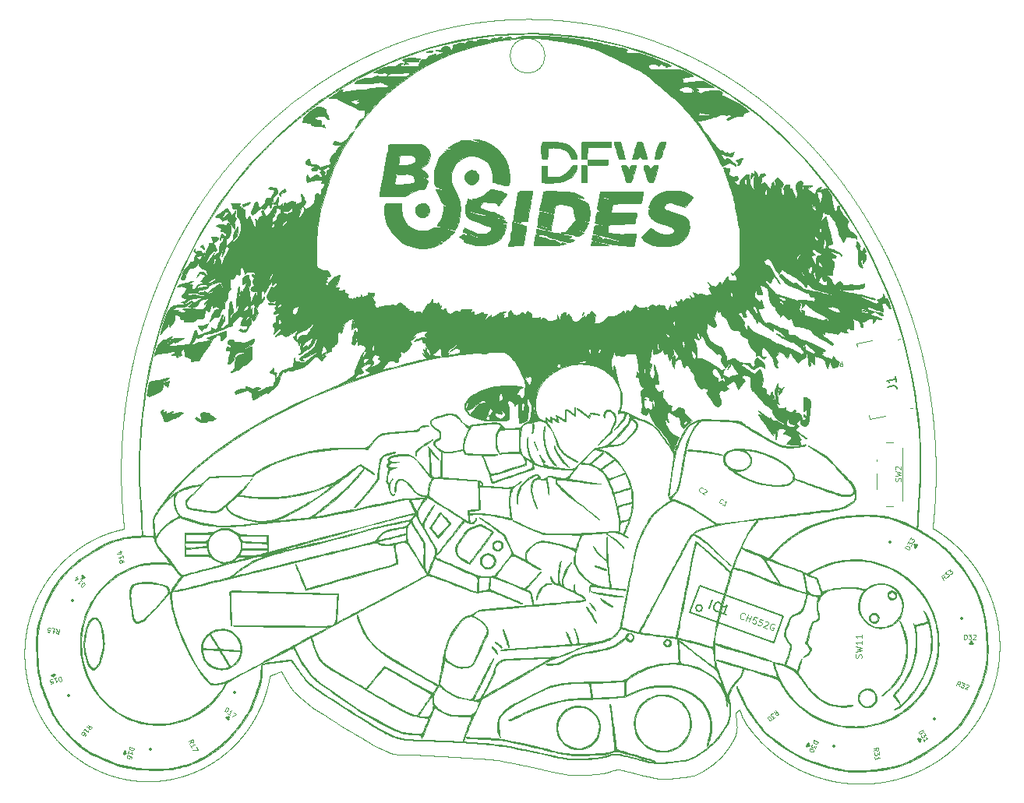
<source format=gbr>
G04 #@! TF.GenerationSoftware,KiCad,Pcbnew,(5.1.0)-1*
G04 #@! TF.CreationDate,2019-09-27T22:37:59-05:00*
G04 #@! TF.ProjectId,BSidesDFW_2019,42536964-6573-4444-9657-5f323031392e,rev?*
G04 #@! TF.SameCoordinates,Original*
G04 #@! TF.FileFunction,Legend,Top*
G04 #@! TF.FilePolarity,Positive*
%FSLAX46Y46*%
G04 Gerber Fmt 4.6, Leading zero omitted, Abs format (unit mm)*
G04 Created by KiCad (PCBNEW (5.1.0)-1) date 2019-09-27 22:37:59*
%MOMM*%
%LPD*%
G04 APERTURE LIST*
%ADD10C,0.050000*%
%ADD11C,0.015200*%
%ADD12C,0.120000*%
%ADD13C,0.010000*%
%ADD14C,0.150000*%
%ADD15C,0.350000*%
%ADD16C,0.250000*%
%ADD17C,0.100000*%
G04 APERTURE END LIST*
D10*
X113205020Y-55514980D02*
G75*
G03X113205020Y-55514980I-1895020J0D01*
G01*
D11*
X119313265Y-52317211D02*
X119252268Y-52305023D01*
X120546300Y-52584830D02*
X120496186Y-52573160D01*
X120224702Y-52511112D02*
X120164146Y-52497542D01*
X120746543Y-52632138D02*
X120696514Y-52620217D01*
X120696514Y-52620217D02*
X120646463Y-52608358D01*
X118456708Y-52155028D02*
X118395312Y-52144143D01*
X118579414Y-52177079D02*
X118518075Y-52166007D01*
X118640725Y-52188244D02*
X118579414Y-52177079D01*
X118702008Y-52199503D02*
X118640725Y-52188244D01*
X118763262Y-52210856D02*
X118702008Y-52199503D01*
X118824488Y-52222301D02*
X118763262Y-52210856D01*
X120596392Y-52596563D02*
X120546300Y-52584830D01*
X118885685Y-52233840D02*
X118824488Y-52222301D01*
X118946854Y-52245471D02*
X118885685Y-52233840D01*
X119739426Y-52405120D02*
X119678633Y-52392285D01*
X119069106Y-52269013D02*
X119007994Y-52257196D01*
X119617811Y-52379542D02*
X119556960Y-52366891D01*
X119130189Y-52280924D02*
X119069106Y-52269013D01*
X121195865Y-52742242D02*
X121146025Y-52729759D01*
X119252268Y-52305023D02*
X119191243Y-52292927D01*
X119435171Y-52341866D02*
X119374232Y-52329492D01*
X121146025Y-52729759D02*
X121096163Y-52717338D01*
X119496080Y-52354332D02*
X119435171Y-52341866D01*
X119860922Y-52431067D02*
X119800189Y-52418047D01*
X120846540Y-52656168D02*
X120796552Y-52644122D01*
X119800189Y-52418047D02*
X119739426Y-52405120D01*
X120345723Y-52538527D02*
X120285227Y-52524774D01*
X120042946Y-52470676D02*
X119982301Y-52457381D01*
X120496186Y-52573160D02*
X120446053Y-52561553D01*
X120946453Y-52680448D02*
X120896507Y-52668277D01*
X120103561Y-52484063D02*
X120042946Y-52470676D01*
X120164146Y-52497542D02*
X120103561Y-52484063D01*
X120285227Y-52524774D02*
X120224702Y-52511112D01*
X120996377Y-52692682D02*
X120946453Y-52680448D01*
X119191243Y-52292927D02*
X119130189Y-52280924D01*
X121096163Y-52717338D02*
X121046281Y-52704979D01*
X119556960Y-52366891D02*
X119496080Y-52354332D01*
X119374232Y-52329492D02*
X119313265Y-52317211D01*
X121046281Y-52704979D02*
X120996377Y-52692682D01*
X118333484Y-52133280D02*
X118271627Y-52122513D01*
X119007994Y-52257196D02*
X118946854Y-52245471D01*
X121245684Y-52754788D02*
X121195865Y-52742242D01*
X118518075Y-52166007D02*
X118456708Y-52155028D01*
X120646463Y-52608358D02*
X120596392Y-52596563D01*
X120896507Y-52668277D02*
X120846540Y-52656168D01*
X120796552Y-52644122D02*
X120746543Y-52632138D01*
X119982301Y-52457381D02*
X119921626Y-52444178D01*
X118395312Y-52144143D02*
X118333484Y-52133280D01*
X119678633Y-52392285D02*
X119617811Y-52379542D01*
X119921626Y-52444178D02*
X119860922Y-52431067D01*
X120446053Y-52561553D02*
X120395898Y-52550009D01*
X120395898Y-52550009D02*
X120345723Y-52538527D01*
X125721375Y-54165737D02*
X125633310Y-54132394D01*
X125191744Y-53968688D02*
X125103184Y-53936549D01*
X125280222Y-54001027D02*
X125191744Y-53968688D01*
X122284484Y-53031894D02*
X122198687Y-53007880D01*
X123732723Y-53468361D02*
X123648080Y-53441220D01*
X124070597Y-53578743D02*
X123986233Y-53550875D01*
X124575294Y-53749752D02*
X124491355Y-53720799D01*
X125809357Y-54199279D02*
X125721375Y-54165737D01*
X123563368Y-53414261D02*
X123478587Y-53387485D01*
X121643465Y-52857394D02*
X121593818Y-52844351D01*
X121940897Y-52936952D02*
X121891380Y-52923538D01*
X121841840Y-52910185D02*
X121792279Y-52896895D01*
X123478587Y-53387485D02*
X123393737Y-53360891D01*
X125633310Y-54132394D02*
X125545162Y-54099252D01*
X125897255Y-54233021D02*
X125809357Y-54199279D01*
X124239112Y-53635023D02*
X124154890Y-53606793D01*
X122712471Y-53154745D02*
X122627007Y-53129805D01*
X122198687Y-53007880D02*
X122112823Y-52984051D01*
X123986233Y-53550875D02*
X123901800Y-53523189D01*
X122370215Y-53056094D02*
X122284484Y-53031894D01*
X122455879Y-53080479D02*
X122370215Y-53056094D01*
X123138773Y-53282209D02*
X123053648Y-53256348D01*
X124748128Y-53810013D02*
X124659161Y-53778885D01*
X124659161Y-53778885D02*
X124575294Y-53749752D01*
X125014542Y-53904612D02*
X124925819Y-53872877D01*
X121295481Y-52767397D02*
X121245684Y-52754788D01*
X123053648Y-53256348D02*
X122968456Y-53230671D01*
X123393737Y-53360891D02*
X123308817Y-53334480D01*
X126160445Y-54335442D02*
X126072799Y-54301103D01*
X123223829Y-53308253D02*
X123138773Y-53282209D01*
X121693092Y-52870499D02*
X121643465Y-52857394D01*
X121345257Y-52780067D02*
X121295481Y-52767397D01*
X125985069Y-54266962D02*
X125897255Y-54233021D01*
X121444746Y-52805594D02*
X121395012Y-52792800D01*
X121544149Y-52831370D02*
X121494458Y-52818451D01*
X122627007Y-53129805D02*
X122541477Y-53105049D01*
X126072799Y-54301103D02*
X125985069Y-54266962D01*
X121792279Y-52896895D02*
X121742696Y-52883666D01*
X125368618Y-54033568D02*
X125280222Y-54001027D01*
X126248007Y-54369980D02*
X126160445Y-54335442D01*
X122112823Y-52984051D02*
X122026893Y-52960408D01*
X121593818Y-52844351D02*
X121544149Y-52831370D01*
X122026893Y-52960408D02*
X121940897Y-52936952D01*
X123817296Y-53495684D02*
X123732723Y-53468361D01*
X123308817Y-53334480D02*
X123223829Y-53308253D01*
X123648080Y-53441220D02*
X123563368Y-53414261D01*
X125545162Y-54099252D02*
X125456931Y-54066310D01*
X121742696Y-52883666D02*
X121693092Y-52870499D01*
X124323264Y-53663435D02*
X124239112Y-53635023D01*
X121891380Y-52923538D02*
X121841840Y-52910185D01*
X122797867Y-53179869D02*
X122712471Y-53154745D01*
X125103184Y-53936549D02*
X125014542Y-53904612D01*
X124837014Y-53841344D02*
X124748128Y-53810013D01*
X122968456Y-53230671D02*
X122883195Y-53205178D01*
X125456931Y-54066310D02*
X125368618Y-54033568D01*
X121395012Y-52792800D02*
X121345257Y-52780067D01*
X124154890Y-53606793D02*
X124070597Y-53578743D01*
X121494458Y-52818451D02*
X121444746Y-52805594D01*
X124407345Y-53692027D02*
X124323264Y-53663435D01*
X122883195Y-53205178D02*
X122797867Y-53179869D01*
X124925819Y-53872877D02*
X124837014Y-53841344D01*
X122541477Y-53105049D02*
X122455879Y-53080479D01*
X123901800Y-53523189D02*
X123817296Y-53495684D01*
X124491355Y-53720799D02*
X124407345Y-53692027D01*
X126771592Y-54581364D02*
X126684541Y-54545639D01*
X127741769Y-54995376D02*
X127695684Y-54975045D01*
X128017741Y-55118528D02*
X127971810Y-55097864D01*
X128384272Y-55285834D02*
X128338546Y-55264727D01*
X128930963Y-55543408D02*
X128885549Y-55521641D01*
X129355427Y-55750118D02*
X129294932Y-55720295D01*
X126858557Y-54617285D02*
X126771592Y-54581364D01*
X127603440Y-54934551D02*
X127557279Y-54914388D01*
X129657190Y-55900695D02*
X129596933Y-55870386D01*
X128338546Y-55264727D02*
X128292794Y-55243676D01*
X126945435Y-54653403D02*
X126858557Y-54617285D01*
X127032227Y-54689718D02*
X126945435Y-54653403D01*
X128063648Y-55139247D02*
X128017741Y-55118528D01*
X127292082Y-54799838D02*
X127205551Y-54762935D01*
X127378526Y-54836935D02*
X127292082Y-54799838D01*
X127833862Y-55036204D02*
X127787828Y-55015762D01*
X127925853Y-55077255D02*
X127879870Y-55056702D01*
X127879870Y-55056702D02*
X127833862Y-55036204D01*
X128521296Y-55349485D02*
X128475647Y-55328213D01*
X128566919Y-55370812D02*
X128521296Y-55349485D01*
X128109528Y-55160022D02*
X128063648Y-55139247D01*
X129294932Y-55720295D02*
X129234388Y-55690569D01*
X128794642Y-55478273D02*
X128749150Y-55456671D01*
X129052475Y-55601979D02*
X128991742Y-55572644D01*
X129113160Y-55631411D02*
X129052475Y-55601979D01*
X129234388Y-55690569D02*
X129173798Y-55660941D01*
X129476276Y-55810057D02*
X129415875Y-55780039D01*
X127464883Y-54874228D02*
X127378526Y-54836935D01*
X127557279Y-54914388D02*
X127511094Y-54894280D01*
X129536628Y-55840173D02*
X129476276Y-55810057D01*
X129173798Y-55660941D02*
X129113160Y-55631411D01*
X128612515Y-55392195D02*
X128566919Y-55370812D01*
X127695684Y-54975045D02*
X127649575Y-54954770D01*
X127787828Y-55015762D02*
X127741769Y-54995376D01*
X129957752Y-56053699D02*
X129897736Y-56022905D01*
X127971810Y-55097864D02*
X127925853Y-55077255D01*
X128840109Y-55499930D02*
X128794642Y-55478273D01*
X128703631Y-55435124D02*
X128658086Y-55413632D01*
X129596933Y-55870386D02*
X129536628Y-55840173D01*
X129777559Y-55961606D02*
X129717399Y-55931102D01*
X129897736Y-56022905D02*
X129837672Y-55992207D01*
X129415875Y-55780039D02*
X129355427Y-55750118D01*
X129717399Y-55931102D02*
X129657190Y-55900695D01*
X129837672Y-55992207D02*
X129777559Y-55961606D01*
X127649575Y-54954770D02*
X127603440Y-54934551D01*
X128201212Y-55201738D02*
X128155383Y-55180853D01*
X126422876Y-54439650D02*
X126335484Y-54404716D01*
X126335484Y-54404716D02*
X126248007Y-54369980D01*
X126510183Y-54474782D02*
X126422876Y-54439650D01*
X126597405Y-54510112D02*
X126510183Y-54474782D01*
X128658086Y-55413632D02*
X128612515Y-55392195D01*
X126684541Y-54545639D02*
X126597405Y-54510112D01*
X128991742Y-55572644D02*
X128930963Y-55543408D01*
X127118932Y-54726229D02*
X127032227Y-54689718D01*
X127205551Y-54762935D02*
X127118932Y-54726229D01*
X128429973Y-55306996D02*
X128384272Y-55285834D01*
X127511094Y-54894280D02*
X127464883Y-54874228D01*
X128155383Y-55180853D02*
X128109528Y-55160022D01*
X128247016Y-55222679D02*
X128201212Y-55201738D01*
X128749150Y-55456671D02*
X128703631Y-55435124D01*
X128475647Y-55328213D02*
X128429973Y-55306996D01*
X128885549Y-55521641D02*
X128840109Y-55499930D01*
X130017720Y-56084590D02*
X129957752Y-56053699D01*
X128292794Y-55243676D02*
X128247016Y-55222679D01*
X133263514Y-57945234D02*
X133197632Y-57903628D01*
X133788025Y-58282445D02*
X133722709Y-58239870D01*
X131574879Y-56930067D02*
X131509487Y-56892851D01*
X133853269Y-58325140D02*
X133788025Y-58282445D01*
X132290011Y-57347132D02*
X132225318Y-57308636D01*
X133460736Y-58070780D02*
X133395066Y-58028810D01*
X133526336Y-58112871D02*
X133460736Y-58070780D01*
X133918441Y-58367955D02*
X133853269Y-58325140D01*
X132030853Y-57193845D02*
X131965904Y-57155813D01*
X131444033Y-56855753D02*
X131378516Y-56818772D01*
X130077639Y-56115577D02*
X130017720Y-56084590D01*
X131705473Y-57004849D02*
X131640208Y-56967400D01*
X130918153Y-56563196D02*
X130852139Y-56527157D01*
X133591865Y-58155083D02*
X133526336Y-58112871D01*
X132548144Y-57502269D02*
X132483707Y-57463311D01*
X134113529Y-58497122D02*
X134048572Y-58453947D01*
X130137510Y-56146661D02*
X130077639Y-56115577D01*
X131900891Y-57117897D02*
X131835815Y-57080098D01*
X132483707Y-57463311D02*
X132419206Y-57424469D01*
X133722709Y-58239870D02*
X133657322Y-58197416D01*
X134048572Y-58453947D02*
X133983542Y-58410891D01*
X130197332Y-56177841D02*
X130137510Y-56146661D01*
X131115824Y-56672021D02*
X131049996Y-56635628D01*
X132933404Y-57738425D02*
X132869356Y-57698779D01*
X130555237Y-56366941D02*
X130495709Y-56335184D01*
X133197632Y-57903628D02*
X133131680Y-57862145D01*
X130257105Y-56209118D02*
X130197332Y-56177841D01*
X132805244Y-57659247D02*
X132741066Y-57619831D01*
X131770676Y-57042415D02*
X131705473Y-57004849D01*
X132354641Y-57385743D02*
X132290011Y-57347132D01*
X130316829Y-56240491D02*
X130257105Y-56209118D01*
X130376505Y-56271959D02*
X130316829Y-56240491D01*
X131378516Y-56818772D02*
X131312937Y-56781908D01*
X130614716Y-56398793D02*
X130555237Y-56366941D01*
X130733526Y-56462784D02*
X130674146Y-56430741D01*
X131640208Y-56967400D02*
X131574879Y-56930067D01*
X132225318Y-57308636D02*
X132160560Y-57270256D01*
X132869356Y-57698779D02*
X132805244Y-57659247D01*
X133395066Y-58028810D02*
X133329325Y-57986961D01*
X131965904Y-57155813D02*
X131900891Y-57117897D01*
X133065658Y-57820783D02*
X132999566Y-57779543D01*
X133131680Y-57862145D02*
X133065658Y-57820783D01*
X130436131Y-56303524D02*
X130376505Y-56271959D01*
X131509487Y-56892851D02*
X131444033Y-56855753D01*
X130495709Y-56335184D02*
X130436131Y-56303524D01*
X130674146Y-56430741D02*
X130614716Y-56398793D01*
X132419206Y-57424469D02*
X132354641Y-57385743D01*
X133983542Y-58410891D02*
X133918441Y-58367955D01*
X130792857Y-56494922D02*
X130733526Y-56462784D01*
X130852139Y-56527157D02*
X130792857Y-56494922D01*
X133329325Y-57986961D02*
X133263514Y-57945234D01*
X133657322Y-58197416D02*
X133591865Y-58155083D01*
X132612516Y-57541341D02*
X132548144Y-57502269D01*
X130984105Y-56599353D02*
X130918153Y-56563196D01*
X131312937Y-56781908D02*
X131247295Y-56745161D01*
X131049996Y-56635628D02*
X130984105Y-56599353D01*
X131181591Y-56708532D02*
X131115824Y-56672021D01*
X132160560Y-57270256D02*
X132095738Y-57231993D01*
X132741066Y-57619831D02*
X132676823Y-57580528D01*
X131247295Y-56745161D02*
X131181591Y-56708532D01*
X131835815Y-57080098D02*
X131770676Y-57042415D01*
X132095738Y-57231993D02*
X132030853Y-57193845D01*
X132676823Y-57580528D02*
X132612516Y-57541341D01*
X132999566Y-57779543D02*
X132933404Y-57738425D01*
X135680303Y-59590633D02*
X135620188Y-59546782D01*
X136809466Y-60443710D02*
X136750660Y-60397875D01*
X137200116Y-60752232D02*
X137131949Y-60697887D01*
X135379048Y-59372436D02*
X135318595Y-59329114D01*
X137741968Y-61192018D02*
X137674578Y-61136559D01*
X135015319Y-59114102D02*
X134951380Y-59069261D01*
X135076108Y-59156891D02*
X135015319Y-59114102D01*
X135439434Y-59415863D02*
X135379048Y-59372436D01*
X136632838Y-60306515D02*
X136573822Y-60260990D01*
X137674578Y-61136559D02*
X137607089Y-61081238D01*
X134178415Y-58540418D02*
X134113529Y-58497122D01*
X135136830Y-59199787D02*
X135076108Y-59156891D01*
X137268187Y-60806718D02*
X137200116Y-60752232D01*
X135258074Y-59285899D02*
X135197485Y-59242790D01*
X135800330Y-59678651D02*
X135740351Y-59634589D01*
X136039565Y-59855949D02*
X135979859Y-59811467D01*
X137063685Y-60643681D02*
X136995325Y-60589615D01*
X136926869Y-60535690D02*
X136868203Y-60489649D01*
X137943554Y-61359226D02*
X137876457Y-61303352D01*
X138010552Y-61415238D02*
X137943554Y-61359226D01*
X136995325Y-60589615D02*
X136926869Y-60535690D01*
X137336161Y-60861343D02*
X137268187Y-60806718D01*
X134243228Y-58583833D02*
X134178415Y-58540418D01*
X134501758Y-58758688D02*
X134437234Y-58714796D01*
X134372638Y-58671022D02*
X134307969Y-58627368D01*
X134759124Y-58935448D02*
X134694892Y-58891080D01*
X134437234Y-58714796D02*
X134372638Y-58671022D01*
X135560004Y-59503036D02*
X135499753Y-59459397D01*
X135979859Y-59811467D02*
X135920085Y-59767090D01*
X136099203Y-59900536D02*
X136039565Y-59855949D01*
X136573822Y-60260990D02*
X136514737Y-60215569D01*
X138077452Y-61471387D02*
X138010552Y-61415238D01*
X134630587Y-58846830D02*
X134566209Y-58802700D01*
X135499753Y-59459397D02*
X135439434Y-59415863D01*
X136396359Y-60125039D02*
X136337066Y-60079930D01*
X136455583Y-60170252D02*
X136396359Y-60125039D01*
X136750660Y-60397875D02*
X136691784Y-60352143D01*
X134951380Y-59069261D02*
X134887368Y-59024538D01*
X135620188Y-59546782D02*
X135560004Y-59503036D01*
X137131949Y-60697887D02*
X137063685Y-60643681D01*
X134694892Y-58891080D02*
X134630587Y-58846830D01*
X136158772Y-59945228D02*
X136099203Y-59900536D01*
X136337066Y-60079930D02*
X136277703Y-60034925D01*
X136868203Y-60489649D02*
X136809466Y-60443710D01*
X136691784Y-60352143D02*
X136632838Y-60306515D01*
X137471819Y-60971012D02*
X137404039Y-60916108D01*
X135740351Y-59634589D02*
X135680303Y-59590633D01*
X134307969Y-58627368D02*
X134243228Y-58583833D01*
X134566209Y-58802700D02*
X134501758Y-58758688D01*
X134887368Y-59024538D02*
X134823283Y-58979934D01*
X138144253Y-61527674D02*
X138077452Y-61471387D01*
X135197485Y-59242790D02*
X135136830Y-59199787D01*
X135860241Y-59722818D02*
X135800330Y-59678651D01*
X134823283Y-58979934D02*
X134759124Y-58935448D01*
X135318595Y-59329114D02*
X135258074Y-59285899D01*
X137809262Y-61247616D02*
X137741968Y-61192018D01*
X136277703Y-60034925D02*
X136218272Y-59990024D01*
X135920085Y-59767090D02*
X135860241Y-59722818D01*
X136218272Y-59990024D02*
X136158772Y-59945228D01*
X137404039Y-60916108D02*
X137336161Y-60861343D01*
X137876457Y-61303352D02*
X137809262Y-61247616D01*
X136514737Y-60215569D02*
X136455583Y-60170252D01*
X137539503Y-61026056D02*
X137471819Y-60971012D01*
X137607089Y-61081238D02*
X137539503Y-61026056D01*
X141444407Y-64604999D02*
X141383007Y-64541991D01*
X140893746Y-64048275D02*
X140834294Y-63989277D01*
X140174019Y-63348075D02*
X140113425Y-63290495D01*
X141198164Y-64353731D02*
X141136336Y-64291233D01*
X140052736Y-63233035D02*
X139991953Y-63175694D01*
X140535598Y-63696050D02*
X140475573Y-63637758D01*
X140655364Y-63812987D02*
X140595529Y-63754460D01*
X141871196Y-65049604D02*
X141810550Y-64985710D01*
X141627964Y-64794785D02*
X141566886Y-64731396D01*
X141074401Y-64228864D02*
X141012361Y-64166622D01*
X138210956Y-61584098D02*
X138144253Y-61527674D01*
X141321499Y-64479110D02*
X141259885Y-64416357D01*
X138344063Y-61697357D02*
X138277559Y-61640659D01*
X138410468Y-61754192D02*
X138344063Y-61697357D01*
X140595529Y-63754460D02*
X140535598Y-63696050D01*
X138675090Y-61982893D02*
X138609085Y-61925513D01*
X138740995Y-62040408D02*
X138675090Y-61982893D01*
X138806800Y-62098058D02*
X138740995Y-62040408D01*
X141505700Y-64668134D02*
X141444407Y-64604999D01*
X138872505Y-62155844D02*
X138806800Y-62098058D01*
X138938108Y-62213765D02*
X138872505Y-62155844D01*
X139069012Y-62330012D02*
X139003611Y-62271821D01*
X140774747Y-63930396D02*
X140715103Y-63871633D01*
X139131190Y-62385543D02*
X139069012Y-62330012D01*
X139809041Y-63004388D02*
X139747883Y-62947526D01*
X140234520Y-63405774D02*
X140174019Y-63348075D01*
X139193275Y-62441196D02*
X139131190Y-62385543D01*
X139255269Y-62496970D02*
X139193275Y-62441196D01*
X141383007Y-64541991D02*
X141321499Y-64479110D01*
X141931733Y-65113623D02*
X141871196Y-65049604D01*
X139378978Y-62608883D02*
X139317170Y-62552866D01*
X139440695Y-62665022D02*
X139378978Y-62608883D01*
X141012361Y-64166622D02*
X140953102Y-64107390D01*
X139563849Y-62777661D02*
X139502318Y-62721281D01*
X139625287Y-62834162D02*
X139563849Y-62777661D01*
X142112692Y-65306435D02*
X142052482Y-65242039D01*
X140294925Y-63463592D02*
X140234520Y-63405774D01*
X140415452Y-63579584D02*
X140355236Y-63521529D01*
X141810550Y-64985710D02*
X141749796Y-64921942D01*
X141259885Y-64416357D02*
X141198164Y-64353731D01*
X141566886Y-64731396D02*
X141505700Y-64668134D01*
X139502318Y-62721281D02*
X139440695Y-62665022D01*
X141136336Y-64291233D02*
X141074401Y-64228864D01*
X142052482Y-65242039D02*
X141992162Y-65177769D01*
X138277559Y-61640659D02*
X138210956Y-61584098D01*
X139747883Y-62947526D02*
X139686631Y-62890784D01*
X138476773Y-61811163D02*
X138410468Y-61754192D01*
X138542979Y-61868270D02*
X138476773Y-61811163D01*
X138609085Y-61925513D02*
X138542979Y-61868270D01*
X139003611Y-62271821D02*
X138938108Y-62213765D01*
X139317170Y-62552866D02*
X139255269Y-62496970D01*
X139686631Y-62890784D02*
X139625287Y-62834162D01*
X140113425Y-63290495D02*
X140052736Y-63233035D01*
X139870105Y-63061370D02*
X139809041Y-63004388D01*
X140953102Y-64107390D02*
X140893746Y-64048275D01*
X139931076Y-63118472D02*
X139870105Y-63061370D01*
X141992162Y-65177769D02*
X141931733Y-65113623D01*
X141749796Y-64921942D02*
X141688934Y-64858300D01*
X140834294Y-63989277D02*
X140774747Y-63930396D01*
X139991953Y-63175694D02*
X139931076Y-63118472D01*
X140355236Y-63521529D02*
X140294925Y-63463592D01*
X140475573Y-63637758D02*
X140415452Y-63579584D01*
X141688934Y-64858300D02*
X141627964Y-64794785D01*
X140715103Y-63871633D02*
X140655364Y-63812987D01*
X80289479Y-65740167D02*
X80233542Y-65801736D01*
X78327366Y-68038591D02*
X78265746Y-68115727D01*
X79396624Y-66749642D02*
X79332602Y-66824283D01*
X80457876Y-65556121D02*
X80401646Y-65617359D01*
X78389130Y-67961601D02*
X78327366Y-68038591D01*
X79679589Y-66423435D02*
X79624739Y-66486202D01*
X79268720Y-66899072D02*
X79204977Y-66974009D01*
X78575278Y-67731500D02*
X78513086Y-67808055D01*
X79460785Y-66675151D02*
X79396624Y-66749642D01*
X78637612Y-67655091D02*
X78575278Y-67731500D01*
X78700088Y-67578828D02*
X78637612Y-67655091D01*
X78825465Y-67426741D02*
X78762706Y-67502711D01*
X79789589Y-66298225D02*
X79734539Y-66360776D01*
X78888365Y-67350917D02*
X78825465Y-67426741D01*
X79077911Y-67124329D02*
X79014588Y-67199711D01*
X79204977Y-66974009D02*
X79141374Y-67049095D01*
X79569988Y-66549077D02*
X79515336Y-66612060D01*
X80066321Y-65987101D02*
X80010777Y-66049108D01*
X80233542Y-65801736D02*
X80177703Y-65863415D01*
X80627151Y-65373067D02*
X80570629Y-65433974D01*
X79515336Y-66612060D02*
X79460785Y-66675151D01*
X79624739Y-66486202D02*
X79569988Y-66549077D01*
X79955331Y-66111224D02*
X79899985Y-66173449D01*
X79734539Y-66360776D02*
X79679589Y-66423435D01*
X80177703Y-65863415D02*
X80121963Y-65925203D01*
X80854209Y-65130548D02*
X80797299Y-65191011D01*
X80911215Y-65070197D02*
X80854209Y-65130548D01*
X80968317Y-65009957D02*
X80911215Y-65070197D01*
X79844737Y-66235782D02*
X79789589Y-66298225D01*
X81140200Y-64829908D02*
X81082810Y-64889812D01*
X80345514Y-65678708D02*
X80289479Y-65740167D01*
X80740486Y-65251585D02*
X80683770Y-65312271D01*
X79899985Y-66173449D02*
X79844737Y-66235782D01*
X80514204Y-65494992D02*
X80457876Y-65556121D01*
X80797299Y-65191011D02*
X80740486Y-65251585D01*
X80683770Y-65312271D02*
X80627151Y-65373067D01*
X78204268Y-68193006D02*
X78142934Y-68270430D01*
X78265746Y-68115727D02*
X78204268Y-68193006D01*
X79141374Y-67049095D02*
X79077911Y-67124329D01*
X81082810Y-64889812D02*
X81025515Y-64949829D01*
X78762706Y-67502711D02*
X78700088Y-67578828D01*
X78451037Y-67884755D02*
X78389130Y-67961601D01*
X78513086Y-67808055D02*
X78451037Y-67884755D01*
X81025515Y-64949829D02*
X80968317Y-65009957D01*
X78951406Y-67275240D02*
X78888365Y-67350917D01*
X79014588Y-67199711D02*
X78951406Y-67275240D01*
X80010777Y-66049108D02*
X79955331Y-66111224D01*
X79332602Y-66824283D02*
X79268720Y-66899072D01*
X80121963Y-65925203D02*
X80066321Y-65987101D01*
X80570629Y-65433974D02*
X80514204Y-65494992D01*
X80401646Y-65617359D02*
X80345514Y-65678708D01*
X84484235Y-61674833D02*
X84419300Y-61730321D01*
X84679611Y-61509151D02*
X84614391Y-61564247D01*
X82522600Y-63448625D02*
X82461261Y-63507496D01*
X85007121Y-61235639D02*
X84941431Y-61290078D01*
X82400020Y-63566490D02*
X82338877Y-63625606D01*
X82954705Y-63039975D02*
X82892684Y-63097983D01*
X83203755Y-62809185D02*
X83141348Y-62866696D01*
X84419300Y-61730321D02*
X84354459Y-61785941D01*
X84289713Y-61841690D02*
X84225063Y-61897569D01*
X84875835Y-61344649D02*
X84810333Y-61399352D01*
X82645572Y-63331252D02*
X82584037Y-63389877D01*
X85138782Y-61127157D02*
X85072905Y-61181332D01*
X81197687Y-64770116D02*
X81140200Y-64829908D01*
X81913638Y-64042833D02*
X81853286Y-64102922D01*
X84354459Y-61785941D02*
X84289713Y-61841690D01*
X83456755Y-62578203D02*
X83393359Y-62635757D01*
X81255269Y-64710437D02*
X81197687Y-64770116D01*
X81314618Y-64649146D02*
X81255269Y-64710437D01*
X82830760Y-63156115D02*
X82768933Y-63214371D01*
X81374068Y-64587975D02*
X81314618Y-64649146D01*
X83393359Y-62635757D02*
X83330060Y-62693439D01*
X82095290Y-63863291D02*
X82034640Y-63923017D01*
X84549266Y-61619475D02*
X84484235Y-61674833D01*
X83839173Y-62235567D02*
X83775195Y-62292352D01*
X81553023Y-64405179D02*
X81493271Y-64465991D01*
X84096050Y-62009718D02*
X84031687Y-62065986D01*
X81433619Y-64526923D02*
X81374068Y-64587975D01*
X83711313Y-62349266D02*
X83647528Y-62406308D01*
X82707204Y-63272749D02*
X82645572Y-63331252D01*
X83266858Y-62751248D02*
X83203755Y-62809185D01*
X81493271Y-64465991D02*
X81433619Y-64526923D01*
X82338877Y-63625606D02*
X82277832Y-63684844D01*
X84810333Y-61399352D02*
X84744925Y-61454186D01*
X81612876Y-64344487D02*
X81553023Y-64405179D01*
X81732881Y-64223463D02*
X81672829Y-64283915D01*
X82584037Y-63389877D02*
X82522600Y-63448625D01*
X82892684Y-63097983D02*
X82830760Y-63156115D01*
X83775195Y-62292352D02*
X83711313Y-62349266D01*
X83141348Y-62866696D02*
X83079037Y-62924331D01*
X85072905Y-61181332D02*
X85007121Y-61235639D01*
X83967419Y-62122384D02*
X83903248Y-62178911D01*
X84031687Y-62065986D02*
X83967419Y-62122384D01*
X82461261Y-63507496D02*
X82400020Y-63566490D01*
X84941431Y-61290078D02*
X84875835Y-61344649D01*
X81672829Y-64283915D02*
X81612876Y-64344487D01*
X81793034Y-64163132D02*
X81732881Y-64223463D01*
X81853286Y-64102922D02*
X81793034Y-64163132D01*
X83330060Y-62693439D02*
X83266858Y-62751248D01*
X81974090Y-63982864D02*
X81913638Y-64042833D01*
X82034640Y-63923017D02*
X81974090Y-63982864D01*
X82156039Y-63803687D02*
X82095290Y-63863291D01*
X84225063Y-61897569D02*
X84160509Y-61953579D01*
X83520249Y-62520777D02*
X83456755Y-62578203D01*
X82277832Y-63684844D02*
X82216886Y-63744205D01*
X84744925Y-61454186D02*
X84679611Y-61509151D01*
X82216886Y-63744205D02*
X82156039Y-63803687D01*
X83079037Y-62924331D02*
X83016823Y-62982091D01*
X83647528Y-62406308D02*
X83583840Y-62463478D01*
X84614391Y-61564247D02*
X84549266Y-61619475D01*
X82768933Y-63214371D02*
X82707204Y-63272749D01*
X83016823Y-62982091D02*
X82954705Y-63039975D01*
X83583840Y-62463478D02*
X83520249Y-62520777D01*
X83903248Y-62178911D02*
X83839173Y-62235567D01*
X84160509Y-61953579D02*
X84096050Y-62009718D01*
X88219667Y-58813674D02*
X88176517Y-58843261D01*
X89045684Y-58261695D02*
X89001919Y-58290261D01*
X89308946Y-58091436D02*
X89264989Y-58119677D01*
X87958261Y-58994088D02*
X87869398Y-59056058D01*
X85865286Y-60543362D02*
X85779911Y-60610686D01*
X87427212Y-59369311D02*
X87339203Y-59432639D01*
X87515364Y-59306208D02*
X87427212Y-59369311D01*
X88047266Y-58932345D02*
X87958261Y-58994088D01*
X88914485Y-58347557D02*
X88870816Y-58376285D01*
X85204752Y-61073115D02*
X85138782Y-61127157D01*
X85355288Y-60950575D02*
X85270815Y-61019205D01*
X86208272Y-60276259D02*
X86122303Y-60342705D01*
X89352935Y-58063250D02*
X89308946Y-58091436D01*
X87603659Y-59243331D02*
X87515364Y-59306208D01*
X88306064Y-58754658D02*
X88262849Y-58784139D01*
X88479250Y-58637269D02*
X88435904Y-58666536D01*
X89221064Y-58147972D02*
X89177171Y-58176321D01*
X89133310Y-58204725D02*
X89089481Y-58233183D01*
X86122303Y-60342705D02*
X86036482Y-60409371D01*
X87780677Y-59118255D02*
X87692097Y-59180680D01*
X89177171Y-58176321D02*
X89133310Y-58204725D01*
X85270815Y-61019205D02*
X85204752Y-61073115D01*
X85439912Y-60882163D02*
X85355288Y-60950575D01*
X86727179Y-59882220D02*
X86640328Y-59947339D01*
X85779911Y-60610686D02*
X85694686Y-60678228D01*
X87076039Y-59623974D02*
X86988606Y-59688200D01*
X85950809Y-60476257D02*
X85865286Y-60543362D01*
X86553623Y-60012680D02*
X86467064Y-60078243D01*
X88133401Y-58872903D02*
X88090317Y-58902597D01*
X88435904Y-58666536D02*
X88392591Y-58695856D01*
X88870816Y-58376285D02*
X88827179Y-58405068D01*
X88522627Y-58608056D02*
X88479250Y-58637269D01*
X86640328Y-59947339D02*
X86553623Y-60012680D01*
X88090317Y-58902597D02*
X88047266Y-58932345D01*
X88740003Y-58462795D02*
X88696463Y-58491740D01*
X88783575Y-58433905D02*
X88740003Y-58462795D01*
X89001919Y-58290261D02*
X88958186Y-58318882D01*
X87339203Y-59432639D02*
X87251338Y-59496193D01*
X88176517Y-58843261D02*
X88133401Y-58872903D01*
X89264989Y-58119677D02*
X89221064Y-58147972D01*
X86901319Y-59752650D02*
X86814176Y-59817324D01*
X86988606Y-59688200D02*
X86901319Y-59752650D01*
X88696463Y-58491740D02*
X88652956Y-58520738D01*
X89089481Y-58233183D02*
X89045684Y-58261695D01*
X88566038Y-58578896D02*
X88522627Y-58608056D01*
X88958186Y-58318882D02*
X88914485Y-58347557D01*
X88262849Y-58784139D02*
X88219667Y-58813674D01*
X86036482Y-60409371D02*
X85950809Y-60476257D01*
X85524686Y-60813967D02*
X85439912Y-60882163D01*
X86294388Y-60210033D02*
X86208272Y-60276259D01*
X87251338Y-59496193D02*
X87163616Y-59559971D01*
X87692097Y-59180680D02*
X87603659Y-59243331D01*
X88349311Y-58725230D02*
X88306064Y-58754658D01*
X85609611Y-60745989D02*
X85524686Y-60813967D01*
X85694686Y-60678228D02*
X85609611Y-60745989D01*
X86380652Y-60144027D02*
X86294388Y-60210033D01*
X88652956Y-58520738D02*
X88609480Y-58549790D01*
X86467064Y-60078243D02*
X86380652Y-60144027D01*
X86814176Y-59817324D02*
X86727179Y-59882220D01*
X87163616Y-59559971D02*
X87076039Y-59623974D01*
X88392591Y-58695856D02*
X88349311Y-58725230D01*
X87869398Y-59056058D02*
X87780677Y-59118255D01*
X88609480Y-58549790D02*
X88566038Y-58578896D01*
X88827179Y-58405068D02*
X88783575Y-58433905D01*
X91510009Y-56770115D02*
X91475878Y-56789256D01*
X91955241Y-56524176D02*
X91920892Y-56542902D01*
X91339523Y-56866140D02*
X91305477Y-56885440D01*
X91203440Y-56943530D02*
X91169462Y-56962957D01*
X90581323Y-57305827D02*
X90533402Y-57334319D01*
X91237436Y-56924135D02*
X91203440Y-56943530D01*
X91169462Y-56962957D02*
X91135501Y-56982415D01*
X90485516Y-57362875D02*
X90437665Y-57391494D01*
X90821454Y-57164321D02*
X90773358Y-57192495D01*
X91271448Y-56904772D02*
X91237436Y-56924135D01*
X91680916Y-56674885D02*
X91646701Y-56693867D01*
X89488108Y-57977103D02*
X89441007Y-58007041D01*
X89818828Y-57769283D02*
X89771474Y-57798784D01*
X89866217Y-57739845D02*
X89818828Y-57769283D01*
X91544157Y-56751005D02*
X91510009Y-56770115D01*
X89913642Y-57710469D02*
X89866217Y-57739845D01*
X90008599Y-57651907D02*
X89961102Y-57681157D01*
X90103699Y-57593596D02*
X90056131Y-57622720D01*
X90151302Y-57564535D02*
X90103699Y-57593596D01*
X91749397Y-56637016D02*
X91715148Y-56655934D01*
X90342069Y-57448921D02*
X90294324Y-57477730D01*
X90437665Y-57391494D02*
X90389849Y-57420176D01*
X90533402Y-57334319D02*
X90485516Y-57362875D01*
X90677270Y-57249034D02*
X90629279Y-57277399D01*
X91135501Y-56982415D02*
X91101557Y-57001906D01*
X91373587Y-56846871D02*
X91339523Y-56866140D01*
X91612503Y-56712881D02*
X91578321Y-56731927D01*
X91920892Y-56542902D02*
X91886559Y-56561661D01*
X90725296Y-57220733D02*
X90677270Y-57249034D01*
X90773358Y-57192495D02*
X90725296Y-57220733D01*
X91033720Y-57040980D02*
X90999827Y-57060565D01*
X91578321Y-56731927D02*
X91544157Y-56751005D01*
X91852244Y-56580452D02*
X91817945Y-56599275D01*
X91715148Y-56655934D02*
X91680916Y-56674885D01*
X91989607Y-56505481D02*
X91955241Y-56524176D01*
X90917751Y-57108164D02*
X90869585Y-57136210D01*
X90999827Y-57060565D02*
X90965951Y-57080181D01*
X91407667Y-56827634D02*
X91373587Y-56846871D01*
X91783662Y-56618129D02*
X91749397Y-56637016D01*
X91475878Y-56789256D02*
X91441764Y-56808429D01*
X91646701Y-56693867D02*
X91612503Y-56712881D01*
X90629279Y-57277399D02*
X90581323Y-57305827D01*
X90869585Y-57136210D02*
X90821454Y-57164321D01*
X90965951Y-57080181D02*
X90917751Y-57108164D01*
X91101557Y-57001906D02*
X91067630Y-57021427D01*
X91817945Y-56599275D02*
X91783662Y-56618129D01*
X89396955Y-58035118D02*
X89352935Y-58063250D01*
X89441007Y-58007041D02*
X89396955Y-58035118D01*
X89535246Y-57947227D02*
X89488108Y-57977103D01*
X89582420Y-57917413D02*
X89535246Y-57947227D01*
X89961102Y-57681157D02*
X89913642Y-57710469D01*
X90294324Y-57477730D02*
X90246615Y-57506602D01*
X91305477Y-56885440D02*
X91271448Y-56904772D01*
X89629629Y-57887662D02*
X89582420Y-57917413D01*
X89676875Y-57857974D02*
X89629629Y-57887662D01*
X89724157Y-57828347D02*
X89676875Y-57857974D01*
X89771474Y-57798784D02*
X89724157Y-57828347D01*
X90056131Y-57622720D02*
X90008599Y-57651907D01*
X90198941Y-57535537D02*
X90151302Y-57564535D01*
X90246615Y-57506602D02*
X90198941Y-57535537D01*
X91441764Y-56808429D02*
X91407667Y-56827634D01*
X91886559Y-56561661D02*
X91852244Y-56580452D01*
X91067630Y-57021427D02*
X91033720Y-57040980D01*
X90389849Y-57420176D02*
X90342069Y-57448921D01*
X93370055Y-55787968D02*
X93346155Y-55799844D01*
X93777499Y-55588407D02*
X93753473Y-55600024D01*
X92915112Y-56017304D02*
X92879215Y-56035695D01*
X93226765Y-55859454D02*
X93202910Y-55871422D01*
X93465731Y-55740615D02*
X93441801Y-55752430D01*
X93441801Y-55752430D02*
X93417878Y-55764261D01*
X92023989Y-56486818D02*
X91989607Y-56505481D01*
X92058388Y-56468187D02*
X92023989Y-56486818D01*
X92093883Y-56449006D02*
X92058388Y-56468187D01*
X92129396Y-56429860D02*
X92093883Y-56449006D01*
X93825575Y-55565221D02*
X93801534Y-55576806D01*
X92200474Y-56391668D02*
X92164926Y-56410747D01*
X93753473Y-55600024D02*
X93729454Y-55611655D01*
X93897743Y-55530555D02*
X93873680Y-55542095D01*
X93393963Y-55776107D02*
X93370055Y-55787968D01*
X92271623Y-56353614D02*
X92236040Y-56372624D01*
X92342843Y-56315696D02*
X92307224Y-56334638D01*
X92378478Y-56296789D02*
X92342843Y-56315696D01*
X92414132Y-56277916D02*
X92378478Y-56296789D01*
X92449803Y-56259077D02*
X92414132Y-56277916D01*
X92485492Y-56240273D02*
X92449803Y-56259077D01*
X92951027Y-55998947D02*
X92915112Y-56017304D01*
X93681437Y-55634965D02*
X93657440Y-55646643D01*
X92592662Y-56184066D02*
X92556921Y-56202767D01*
X92879215Y-56035695D02*
X92843335Y-56054121D01*
X93657440Y-55646643D02*
X93633451Y-55658336D01*
X92664196Y-56146766D02*
X92628420Y-56165399D01*
X92771627Y-56091075D02*
X92735800Y-56109604D01*
X92807473Y-56072581D02*
X92771627Y-56091075D01*
X93513614Y-55717030D02*
X93489669Y-55728815D01*
X93921814Y-55519031D02*
X93897743Y-55530555D01*
X92986958Y-55980626D02*
X92951027Y-55998947D01*
X93022907Y-55962338D02*
X92986958Y-55980626D01*
X93130857Y-55907685D02*
X93094857Y-55925868D01*
X93274498Y-55835565D02*
X93250628Y-55847502D01*
X93346155Y-55799844D02*
X93322262Y-55811736D01*
X93561526Y-55693506D02*
X93537566Y-55705261D01*
X93166875Y-55889536D02*
X93130857Y-55907685D01*
X93202910Y-55871422D02*
X93166875Y-55889536D01*
X93849624Y-55553650D02*
X93825575Y-55565221D01*
X93585494Y-55681768D02*
X93561526Y-55693506D01*
X93250628Y-55847502D02*
X93226765Y-55859454D01*
X93873680Y-55542095D02*
X93849624Y-55553650D01*
X93633451Y-55658336D02*
X93609468Y-55670044D01*
X92307224Y-56334638D02*
X92271623Y-56353614D01*
X93609468Y-55670044D02*
X93585494Y-55681768D01*
X93801534Y-55576806D02*
X93777499Y-55588407D01*
X92628420Y-56165399D02*
X92592662Y-56184066D01*
X92556921Y-56202767D02*
X92521198Y-56221503D01*
X92843335Y-56054121D02*
X92807473Y-56072581D01*
X92735800Y-56109604D02*
X92699989Y-56128168D01*
X93705442Y-55623303D02*
X93681437Y-55634965D01*
X92521198Y-56221503D02*
X92485492Y-56240273D01*
X93417878Y-55764261D02*
X93393963Y-55776107D01*
X93537566Y-55705261D02*
X93513614Y-55717030D01*
X93489669Y-55728815D02*
X93465731Y-55740615D01*
X92164926Y-56410747D02*
X92129396Y-56429860D01*
X93729454Y-55611655D02*
X93705442Y-55623303D01*
X92236040Y-56372624D02*
X92200474Y-56391668D01*
X93094857Y-55925868D02*
X93058873Y-55944086D01*
X92699989Y-56128168D02*
X92664196Y-56146766D01*
X93322262Y-55811736D02*
X93298376Y-55823643D01*
X93058873Y-55944086D02*
X93022907Y-55962338D01*
X93298376Y-55823643D02*
X93274498Y-55835565D01*
X96148054Y-54533100D02*
X96072976Y-54563827D01*
X96298402Y-54472086D02*
X96223196Y-54502520D01*
X96750962Y-54292576D02*
X96675378Y-54322126D01*
X94233347Y-55371581D02*
X94200378Y-55387036D01*
X94762685Y-55128214D02*
X94729500Y-55143208D01*
X94895556Y-55068530D02*
X94862318Y-55083408D01*
X95177051Y-54943929D02*
X95102812Y-54976548D01*
X96223196Y-54502520D02*
X96148054Y-54533100D01*
X94696329Y-55158231D02*
X94663172Y-55173282D01*
X97281792Y-54089878D02*
X97205773Y-54118389D01*
X94266329Y-55356154D02*
X94233347Y-55371581D01*
X94663172Y-55173282D02*
X94630027Y-55188362D01*
X96826608Y-54263174D02*
X96750962Y-54292576D01*
X96072976Y-54563827D02*
X95997961Y-54594701D01*
X94365358Y-55310046D02*
X94332335Y-55325387D01*
X94962071Y-55038863D02*
X94928807Y-55053682D01*
X96599857Y-54351823D02*
X96524399Y-54381668D01*
X96449003Y-54411660D02*
X96373671Y-54441800D01*
X94862318Y-55083408D02*
X94829094Y-55098314D01*
X94530675Y-55233777D02*
X94497585Y-55248973D01*
X96524399Y-54381668D02*
X96449003Y-54411660D01*
X96902317Y-54233921D02*
X96826608Y-54263174D01*
X95325723Y-54879126D02*
X95251354Y-54911455D01*
X95251354Y-54911455D02*
X95177051Y-54943929D01*
X95549221Y-54783008D02*
X95474656Y-54814902D01*
X93945892Y-55507522D02*
X93921814Y-55519031D01*
X94497585Y-55248973D02*
X94464508Y-55264198D01*
X94630027Y-55188362D02*
X94596897Y-55203472D01*
X93969978Y-55496028D02*
X93945892Y-55507522D01*
X94563779Y-55218610D02*
X94530675Y-55233777D01*
X94002851Y-55480372D02*
X93969978Y-55496028D01*
X94035738Y-55464744D02*
X94002851Y-55480372D01*
X94068639Y-55449145D02*
X94035738Y-55464744D01*
X94101553Y-55433575D02*
X94068639Y-55449145D01*
X94134481Y-55418033D02*
X94101553Y-55433575D01*
X94167423Y-55402520D02*
X94134481Y-55418033D01*
X94332335Y-55325387D02*
X94299325Y-55340756D01*
X94200378Y-55387036D02*
X94167423Y-55402520D01*
X95848124Y-54656886D02*
X95773301Y-54688198D01*
X96675378Y-54322126D02*
X96599857Y-54351823D01*
X94299325Y-55340756D02*
X94266329Y-55356154D01*
X94596897Y-55203472D02*
X94563779Y-55218610D01*
X94795882Y-55113250D02*
X94762685Y-55128214D01*
X96373671Y-54441800D02*
X96298402Y-54472086D01*
X94729500Y-55143208D02*
X94696329Y-55158231D01*
X97053921Y-54175858D02*
X96978088Y-54204815D01*
X95997961Y-54594701D02*
X95923010Y-54625720D01*
X94398394Y-55294735D02*
X94365358Y-55310046D01*
X94995349Y-55024072D02*
X94962071Y-55038863D01*
X94431444Y-55279452D02*
X94398394Y-55294735D01*
X94464508Y-55264198D02*
X94431444Y-55279452D01*
X95623850Y-54751259D02*
X95549221Y-54783008D01*
X95400157Y-54846941D02*
X95325723Y-54879126D01*
X94829094Y-55098314D02*
X94795882Y-55113250D01*
X95923010Y-54625720D02*
X95848124Y-54656886D01*
X94928807Y-55053682D02*
X94895556Y-55068530D01*
X95028640Y-55009311D02*
X94995349Y-55024072D01*
X95102812Y-54976548D02*
X95028640Y-55009311D01*
X95474656Y-54814902D02*
X95400157Y-54846941D01*
X95698543Y-54719656D02*
X95623850Y-54751259D01*
X96978088Y-54204815D02*
X96902317Y-54233921D01*
X95773301Y-54688198D02*
X95698543Y-54719656D01*
X97129816Y-54147049D02*
X97053921Y-54175858D01*
X97205773Y-54118389D02*
X97129816Y-54147049D01*
X102406393Y-52549918D02*
X102317992Y-52570310D01*
X101613124Y-52740464D02*
X101525311Y-52762607D01*
X100563774Y-53018894D02*
X100476768Y-53043344D01*
X102053178Y-52632659D02*
X101965036Y-52653832D01*
X100302960Y-53092815D02*
X100216160Y-53117837D01*
X100389830Y-53067984D02*
X100302960Y-53092815D01*
X101087240Y-52876217D02*
X100999827Y-52899517D01*
X101262269Y-52830195D02*
X101174721Y-52853110D01*
X102671979Y-52489914D02*
X102583387Y-52509719D01*
X101876960Y-52675199D02*
X101788949Y-52696760D01*
X97357872Y-54061515D02*
X97281792Y-54089878D01*
X102229656Y-52590898D02*
X102141384Y-52611681D01*
X97434013Y-54033302D02*
X97357872Y-54061515D01*
X97517146Y-54002694D02*
X97434013Y-54033302D01*
X101174721Y-52853110D02*
X101087240Y-52876217D01*
X97600351Y-53972264D02*
X97517146Y-54002694D01*
X97683629Y-53942011D02*
X97600351Y-53972264D01*
X97766979Y-53911937D02*
X97683629Y-53942011D01*
X102494858Y-52529721D02*
X102406393Y-52549918D01*
X97933896Y-53852325D02*
X97850402Y-53882042D01*
X98101100Y-53793428D02*
X98017462Y-53822787D01*
X98184809Y-53764248D02*
X98101100Y-53793428D01*
X101437564Y-52784943D02*
X101349883Y-52807472D01*
X98520358Y-53649326D02*
X98436364Y-53677787D01*
X100044126Y-53168050D02*
X99958890Y-53193235D01*
X100650849Y-52994636D02*
X100563774Y-53018894D01*
X99110276Y-53455159D02*
X99025793Y-53482354D01*
X98688556Y-53592945D02*
X98604422Y-53621045D01*
X102317992Y-52570310D02*
X102229656Y-52590898D01*
X99194829Y-53428146D02*
X99110276Y-53455159D01*
X98857035Y-53537287D02*
X98772760Y-53565026D01*
X99025793Y-53482354D02*
X98941379Y-53509730D01*
X101788949Y-52696760D02*
X101701004Y-52718515D01*
X99279451Y-53401315D02*
X99194829Y-53428146D01*
X99788622Y-53244157D02*
X99703590Y-53269893D01*
X99533729Y-53321914D02*
X99448901Y-53348198D01*
X99703590Y-53269893D02*
X99618625Y-53295812D01*
X100737992Y-52970569D02*
X100650849Y-52994636D01*
X100912481Y-52923009D02*
X100825203Y-52946693D01*
X102141384Y-52611681D02*
X102053178Y-52632659D01*
X102583387Y-52509719D02*
X102494858Y-52529721D01*
X99448901Y-53348198D02*
X99364141Y-53374665D01*
X99618625Y-53295812D02*
X99533729Y-53321914D01*
X101965036Y-52653832D02*
X101876960Y-52675199D01*
X97850402Y-53882042D02*
X97766979Y-53911937D01*
X99958890Y-53193235D02*
X99873722Y-53218605D01*
X98017462Y-53822787D02*
X97933896Y-53852325D01*
X98268590Y-53735248D02*
X98184809Y-53764248D01*
X98352442Y-53706427D02*
X98268590Y-53735248D01*
X98436364Y-53677787D02*
X98352442Y-53706427D01*
X98604422Y-53621045D02*
X98520358Y-53649326D01*
X98772760Y-53565026D02*
X98688556Y-53592945D01*
X100476768Y-53043344D02*
X100389830Y-53067984D01*
X98941379Y-53509730D02*
X98857035Y-53537287D01*
X101701004Y-52718515D02*
X101613124Y-52740464D01*
X99364141Y-53374665D02*
X99279451Y-53401315D01*
X99873722Y-53218605D02*
X99788622Y-53244157D01*
X100129428Y-53143048D02*
X100044126Y-53168050D01*
X101525311Y-52762607D02*
X101437564Y-52784943D01*
X100216160Y-53117837D02*
X100129428Y-53143048D01*
X100825203Y-52946693D02*
X100737992Y-52970569D01*
X100999827Y-52899517D02*
X100912481Y-52923009D01*
X102760636Y-52470305D02*
X102671979Y-52489914D01*
X101349883Y-52807472D02*
X101262269Y-52830195D01*
X106945308Y-51779445D02*
X106886380Y-51786037D01*
X105482873Y-51969255D02*
X105397276Y-51982066D01*
X107417547Y-51729792D02*
X107358439Y-51735697D01*
X105055406Y-52035118D02*
X104970069Y-52048833D01*
X104629250Y-52105494D02*
X104544177Y-52120108D01*
X106650894Y-51813264D02*
X106592080Y-51820285D01*
X105140795Y-52021584D02*
X105055406Y-52035118D01*
X107004259Y-51772937D02*
X106945308Y-51779445D01*
X106474522Y-51834581D02*
X106415777Y-51841857D01*
X102849356Y-52450892D02*
X102760636Y-52470305D01*
X102938140Y-52431675D02*
X102849356Y-52450892D01*
X103022169Y-52413682D02*
X102938140Y-52431675D01*
X103106255Y-52395865D02*
X103022169Y-52413682D01*
X104714375Y-52091059D02*
X104629250Y-52105494D01*
X103358849Y-52343473D02*
X103274595Y-52360760D01*
X106768591Y-51799480D02*
X106709731Y-51806329D01*
X105654222Y-51944179D02*
X105568522Y-51956626D01*
X105888123Y-51911170D02*
X105829612Y-51919295D01*
X103190397Y-52378225D02*
X103106255Y-52395865D01*
X103274595Y-52360760D02*
X103190397Y-52378225D01*
X104884785Y-52062728D02*
X104799553Y-52076803D01*
X103865537Y-52243471D02*
X103780951Y-52259694D01*
X107122229Y-51760181D02*
X107063232Y-51766516D01*
X107063232Y-51766516D02*
X107004259Y-51772937D01*
X107299353Y-51741689D02*
X107240289Y-51747767D01*
X104204425Y-52180360D02*
X104119621Y-52195870D01*
X103443159Y-52326363D02*
X103358849Y-52343473D01*
X103696420Y-52276095D02*
X103611945Y-52292673D01*
X105311730Y-51995057D02*
X105226236Y-52008230D01*
X105829612Y-51919295D02*
X105771125Y-51927505D01*
X106415777Y-51841857D02*
X106357055Y-51849219D01*
X105946657Y-51903129D02*
X105888123Y-51911170D01*
X103527524Y-52309429D02*
X103443159Y-52326363D01*
X105226236Y-52008230D02*
X105140795Y-52021584D01*
X106239682Y-51864197D02*
X106181030Y-51871814D01*
X106298357Y-51856665D02*
X106239682Y-51864197D01*
X106592080Y-51820285D02*
X106533290Y-51827390D01*
X103780951Y-52259694D02*
X103696420Y-52276095D01*
X104459159Y-52134902D02*
X104374194Y-52149876D01*
X105397276Y-51982066D02*
X105311730Y-51995057D01*
X104034872Y-52211558D02*
X103950177Y-52227425D01*
X104119621Y-52195870D02*
X104034872Y-52211558D01*
X103611945Y-52292673D02*
X103527524Y-52309429D01*
X106181030Y-51871814D02*
X106122402Y-51879515D01*
X106005215Y-51895173D02*
X105946657Y-51903129D01*
X106533290Y-51827390D02*
X106474522Y-51834581D01*
X105568522Y-51956626D02*
X105482873Y-51969255D01*
X104374194Y-52149876D02*
X104289282Y-52165028D01*
X106827474Y-51792716D02*
X106768591Y-51799480D01*
X104799553Y-52076803D02*
X104714375Y-52091059D01*
X105712662Y-51935800D02*
X105654222Y-51944179D01*
X107358439Y-51735697D02*
X107299353Y-51741689D01*
X107181248Y-51753931D02*
X107122229Y-51760181D01*
X103950177Y-52227425D02*
X103865537Y-52243471D01*
X104289282Y-52165028D02*
X104204425Y-52180360D01*
X106122402Y-51879515D02*
X106063797Y-51887301D01*
X106709731Y-51806329D02*
X106650894Y-51813264D01*
X104544177Y-52120108D02*
X104459159Y-52134902D01*
X106886380Y-51786037D02*
X106827474Y-51792716D01*
X105771125Y-51927505D02*
X105712662Y-51935800D01*
X107240289Y-51747767D02*
X107181248Y-51753931D01*
X104970069Y-52048833D02*
X104884785Y-52062728D01*
X106063797Y-51887301D02*
X106005215Y-51895173D01*
X106357055Y-51849219D02*
X106298357Y-51856665D01*
X108392419Y-51645098D02*
X108351527Y-51648170D01*
X110987937Y-51535314D02*
X110910891Y-51536170D01*
X108515158Y-51636127D02*
X108474235Y-51639076D01*
X109835605Y-51563412D02*
X109759043Y-51566443D01*
X110526137Y-51542635D02*
X110449282Y-51544364D01*
X109376729Y-51583758D02*
X109300367Y-51587652D01*
X107535831Y-51718238D02*
X107476678Y-51723972D01*
X107739366Y-51699186D02*
X107698638Y-51702915D01*
X107657921Y-51706684D02*
X107617214Y-51710495D01*
X107780105Y-51695498D02*
X107739366Y-51699186D01*
X107943162Y-51681155D02*
X107902382Y-51684680D01*
X107820854Y-51691851D02*
X107780105Y-51695498D01*
X107861613Y-51688245D02*
X107820854Y-51691851D01*
X107902382Y-51684680D02*
X107861613Y-51688245D01*
X111065014Y-51534603D02*
X110987937Y-51535314D01*
X107983952Y-51677672D02*
X107943162Y-51681155D01*
X108024753Y-51674230D02*
X107983952Y-51677672D01*
X108065564Y-51670829D02*
X108024753Y-51674230D01*
X108147216Y-51664149D02*
X108106385Y-51667469D01*
X108228910Y-51657634D02*
X108188058Y-51660871D01*
X108310644Y-51651284D02*
X108269772Y-51654438D01*
X109912200Y-51560525D02*
X109835605Y-51563412D01*
X108351527Y-51648170D02*
X108310644Y-51651284D01*
X108433322Y-51642066D02*
X108392419Y-51645098D01*
X108637988Y-51627528D02*
X108597035Y-51630353D01*
X109759043Y-51566443D02*
X109682513Y-51569619D01*
X108556091Y-51633219D02*
X108515158Y-51636127D01*
X108719924Y-51622001D02*
X108678951Y-51624744D01*
X108801901Y-51616640D02*
X108760908Y-51619300D01*
X108842905Y-51614021D02*
X108801901Y-51616640D01*
X108919063Y-51609269D02*
X108842905Y-51614021D01*
X109147743Y-51595869D02*
X109071482Y-51600193D01*
X110065489Y-51555184D02*
X109988828Y-51557783D01*
X110295668Y-51548258D02*
X110218909Y-51550422D01*
X110679944Y-51539612D02*
X110603024Y-51541051D01*
X110910891Y-51536170D02*
X110833877Y-51537171D01*
X109300367Y-51587652D02*
X109224038Y-51591689D01*
X109988828Y-51557783D02*
X109912200Y-51560525D01*
X109606017Y-51572938D02*
X109529554Y-51576401D01*
X108760908Y-51619300D02*
X108719924Y-51622001D01*
X110372459Y-51546238D02*
X110295668Y-51548258D01*
X109529554Y-51576401D02*
X109453125Y-51580008D01*
X110449282Y-51544364D02*
X110372459Y-51546238D01*
X110603024Y-51541051D02*
X110526137Y-51542635D01*
X108678951Y-51624744D02*
X108637988Y-51627528D01*
X108106385Y-51667469D02*
X108065564Y-51670829D01*
X107617214Y-51710495D02*
X107576517Y-51714346D01*
X109224038Y-51591689D02*
X109147743Y-51595869D01*
X109071482Y-51600193D02*
X108995256Y-51604660D01*
X109682513Y-51569619D02*
X109606017Y-51572938D01*
X109453125Y-51580008D02*
X109376729Y-51583758D01*
X107476678Y-51723972D02*
X107417547Y-51729792D01*
X107576517Y-51714346D02*
X107535831Y-51718238D01*
X108995256Y-51604660D02*
X108919063Y-51609269D01*
X111142123Y-51534040D02*
X111065014Y-51534603D01*
X107698638Y-51702915D02*
X107657921Y-51706684D01*
X108188058Y-51660871D02*
X108147216Y-51664149D01*
X108269772Y-51654438D02*
X108228910Y-51657634D01*
X108474235Y-51639076D02*
X108433322Y-51642066D01*
X110218909Y-51550422D02*
X110142183Y-51552731D01*
X108597035Y-51630353D02*
X108556091Y-51633219D01*
X110833877Y-51537171D02*
X110756894Y-51538319D01*
X110142183Y-51552731D02*
X110065489Y-51555184D01*
X110756894Y-51538319D02*
X110679944Y-51539612D01*
X111571389Y-51533573D02*
X111560031Y-51533527D01*
X111338888Y-51533262D02*
X111335622Y-51533267D01*
X111605458Y-51533730D02*
X111594102Y-51533675D01*
X111316026Y-51533303D02*
X111312761Y-51533310D01*
X111639520Y-51533916D02*
X111628167Y-51533851D01*
X111387885Y-51533218D02*
X111384618Y-51533219D01*
X111548673Y-51533484D02*
X111537314Y-51533444D01*
X111319292Y-51533297D02*
X111316026Y-51533303D01*
X111525954Y-51533408D02*
X111514594Y-51533375D01*
X111345420Y-51533252D02*
X111342154Y-51533257D01*
X111374818Y-51533224D02*
X111371551Y-51533226D01*
X111335622Y-51533267D02*
X111332356Y-51533272D01*
X111355219Y-51533240D02*
X111351952Y-51533244D01*
X111514594Y-51533375D02*
X111503233Y-51533344D01*
X111368285Y-51533228D02*
X111365018Y-51533231D01*
X111322558Y-51533290D02*
X111319292Y-51533297D01*
X111412321Y-51533217D02*
X111400954Y-51533216D01*
X111325824Y-51533284D02*
X111322558Y-51533290D01*
X111582746Y-51533622D02*
X111571389Y-51533573D01*
X111391152Y-51533217D02*
X111387885Y-51533218D01*
X111394419Y-51533216D02*
X111391152Y-51533217D01*
X111348686Y-51533248D02*
X111345420Y-51533252D01*
X111384618Y-51533219D02*
X111381351Y-51533220D01*
X111469146Y-51533273D02*
X111457782Y-51533255D01*
X111673577Y-51534130D02*
X111662225Y-51534055D01*
X111594102Y-51533675D02*
X111582746Y-51533622D01*
X111457782Y-51533255D02*
X111446418Y-51533241D01*
X111503233Y-51533344D02*
X111491871Y-51533317D01*
X111351952Y-51533244D02*
X111348686Y-51533248D01*
X111480509Y-51533294D02*
X111469146Y-51533273D01*
X111358485Y-51533237D02*
X111355219Y-51533240D01*
X111365018Y-51533231D02*
X111361752Y-51533234D01*
X111718977Y-51534459D02*
X111707628Y-51534372D01*
X111730325Y-51534549D02*
X111718977Y-51534459D01*
X111741672Y-51534643D02*
X111730325Y-51534549D01*
X111378085Y-51533222D02*
X111374818Y-51533224D01*
X111400954Y-51533216D02*
X111397686Y-51533216D01*
X111381351Y-51533220D02*
X111378085Y-51533222D01*
X111696278Y-51534288D02*
X111684928Y-51534207D01*
X111491871Y-51533317D02*
X111480509Y-51533294D01*
X111616812Y-51533789D02*
X111605458Y-51533730D01*
X111650873Y-51533984D02*
X111639520Y-51533916D01*
X111707628Y-51534372D02*
X111696278Y-51534288D01*
X111560031Y-51533527D02*
X111548673Y-51533484D01*
X111684928Y-51534207D02*
X111673577Y-51534130D01*
X111537314Y-51533444D02*
X111525954Y-51533408D01*
X111342154Y-51533257D02*
X111338888Y-51533262D01*
X111219262Y-51533622D02*
X111142123Y-51534040D01*
X111296433Y-51533350D02*
X111219262Y-51533622D01*
X111361752Y-51533234D02*
X111358485Y-51533237D01*
X111306229Y-51533325D02*
X111302964Y-51533333D01*
X111329090Y-51533278D02*
X111325824Y-51533284D01*
X111423687Y-51533222D02*
X111412321Y-51533217D01*
X111371551Y-51533226D02*
X111368285Y-51533228D01*
X111446418Y-51533241D02*
X111435053Y-51533230D01*
X111299698Y-51533342D02*
X111296433Y-51533350D01*
X111302964Y-51533333D02*
X111299698Y-51533342D01*
X111332356Y-51533272D02*
X111329090Y-51533278D01*
X111309495Y-51533318D02*
X111306229Y-51533325D01*
X111312761Y-51533310D02*
X111309495Y-51533318D01*
X111435053Y-51533230D02*
X111423687Y-51533222D01*
X111662225Y-51534055D02*
X111650873Y-51533984D01*
X111397686Y-51533216D02*
X111394419Y-51533216D01*
X111628167Y-51533851D02*
X111616812Y-51533789D01*
X112468791Y-51547253D02*
X112440665Y-51546523D01*
X113370940Y-51581081D02*
X113300528Y-51577714D01*
X112299972Y-51543162D02*
X112271821Y-51542548D01*
X112553141Y-51549562D02*
X112525029Y-51548773D01*
X112581250Y-51550370D02*
X112553141Y-51549562D01*
X114423664Y-51646158D02*
X114353688Y-51640973D01*
X111753019Y-51534739D02*
X111741672Y-51534643D01*
X111792593Y-51535101D02*
X111764366Y-51534839D01*
X111849037Y-51535684D02*
X111820817Y-51535383D01*
X113511680Y-51588180D02*
X113441324Y-51584570D01*
X114143580Y-51626141D02*
X114073485Y-51621439D01*
X112496912Y-51548003D02*
X112468791Y-51547253D01*
X113300528Y-51577714D02*
X113230087Y-51574469D01*
X113722574Y-51599742D02*
X113652305Y-51595767D01*
X114003361Y-51616857D02*
X113933208Y-51612396D01*
X111933670Y-51536705D02*
X111905463Y-51536345D01*
X114773101Y-51673890D02*
X114703273Y-51668103D01*
X111961872Y-51537085D02*
X111933670Y-51536705D01*
X112074640Y-51538798D02*
X112046455Y-51538340D01*
X114493611Y-51651464D02*
X114423664Y-51646158D01*
X114563528Y-51656890D02*
X114493611Y-51651464D01*
X113089120Y-51568345D02*
X113018595Y-51565467D01*
X114353688Y-51640973D02*
X114283681Y-51635908D01*
X112018265Y-51537902D02*
X111990071Y-51537484D01*
X112102822Y-51539275D02*
X112074640Y-51538798D01*
X113018595Y-51565467D02*
X112948041Y-51562711D01*
X112130999Y-51539772D02*
X112102822Y-51539275D01*
X112215505Y-51541379D02*
X112187341Y-51540824D01*
X112243665Y-51541954D02*
X112215505Y-51541379D01*
X112637453Y-51552045D02*
X112609354Y-51551198D01*
X113792814Y-51603839D02*
X113722574Y-51599742D01*
X112271821Y-51542548D02*
X112243665Y-51541954D01*
X112328119Y-51543795D02*
X112299972Y-51543162D01*
X112356262Y-51544448D02*
X112328119Y-51543795D01*
X112440665Y-51546523D02*
X112412535Y-51545812D01*
X112736213Y-51555177D02*
X112665548Y-51552912D01*
X114703273Y-51668103D02*
X114633416Y-51662437D01*
X112806850Y-51557566D02*
X112736213Y-51555177D01*
X113582006Y-51591913D02*
X113511680Y-51588180D01*
X113933208Y-51612396D02*
X113863026Y-51608057D01*
X114283681Y-51635908D02*
X114213645Y-51630964D01*
X112948041Y-51562711D02*
X112877460Y-51560077D01*
X113652305Y-51595767D02*
X113582006Y-51591913D01*
X114213645Y-51630964D02*
X114143580Y-51626141D01*
X111764366Y-51534839D02*
X111753019Y-51534739D01*
X112877460Y-51560077D02*
X112806850Y-51557566D01*
X113441324Y-51584570D02*
X113370940Y-51581081D01*
X111820817Y-51535383D02*
X111792593Y-51535101D01*
X111990071Y-51537484D02*
X111961872Y-51537085D01*
X113863026Y-51608057D02*
X113792814Y-51603839D01*
X111905463Y-51536345D02*
X111877252Y-51536005D01*
X113159618Y-51571346D02*
X113089120Y-51568345D01*
X112525029Y-51548773D02*
X112496912Y-51548003D01*
X114073485Y-51621439D02*
X114003361Y-51616857D01*
X112665548Y-51552912D02*
X112637453Y-51552045D01*
X112609354Y-51551198D02*
X112581250Y-51550370D01*
X111877252Y-51536005D02*
X111849037Y-51535684D01*
X113230087Y-51574469D02*
X113159618Y-51571346D01*
X112046455Y-51538340D02*
X112018265Y-51537902D01*
X112187341Y-51540824D02*
X112159172Y-51540288D01*
X112159172Y-51540288D02*
X112130999Y-51539772D01*
X112412535Y-51545812D02*
X112384401Y-51545120D01*
X114633416Y-51662437D02*
X114563528Y-51656890D01*
X112384401Y-51545120D02*
X112356262Y-51544448D01*
X118147828Y-52101263D02*
X118085886Y-52090781D01*
X117340412Y-51972438D02*
X117278110Y-51963199D01*
X116217538Y-51821212D02*
X116171126Y-51815655D01*
X115379947Y-51729354D02*
X115333281Y-51724759D01*
X117961918Y-52070102D02*
X117899893Y-52059906D01*
X115566473Y-51748270D02*
X115519862Y-51743461D01*
X115845840Y-51778250D02*
X115799314Y-51773120D01*
X116528375Y-51859842D02*
X116465723Y-51851857D01*
X118271627Y-52122513D02*
X118209741Y-52111841D01*
X114842898Y-51679797D02*
X114773101Y-51673890D01*
X116841235Y-51901218D02*
X116778717Y-51892749D01*
X115006231Y-51694099D02*
X114959455Y-51689934D01*
X115239907Y-51715730D02*
X115193200Y-51711297D01*
X116403044Y-51843970D02*
X116356690Y-51838201D01*
X116591000Y-51867923D02*
X116528375Y-51859842D01*
X115659651Y-51758050D02*
X115613069Y-51753133D01*
X115052994Y-51698318D02*
X115006231Y-51694099D01*
X115519862Y-51743461D02*
X115473238Y-51738705D01*
X116966192Y-51918445D02*
X116903727Y-51909783D01*
X117464934Y-51991205D02*
X117402687Y-51981774D01*
X115193200Y-51711297D02*
X115146478Y-51706916D01*
X115892352Y-51783434D02*
X115845840Y-51778250D01*
X115938850Y-51788671D02*
X115892352Y-51783434D01*
X116078258Y-51804702D02*
X116031803Y-51799305D01*
X118085886Y-52090781D02*
X118023916Y-52080394D01*
X117775757Y-52039799D02*
X117713648Y-52029889D01*
X116716171Y-51884377D02*
X116653599Y-51876102D01*
X117278110Y-51963199D02*
X117215781Y-51954055D01*
X114912665Y-51685823D02*
X114842898Y-51679797D01*
X115099743Y-51702590D02*
X115052994Y-51698318D01*
X116653599Y-51876102D02*
X116591000Y-51867923D01*
X117527154Y-52000732D02*
X117464934Y-51991205D01*
X117153424Y-51945008D02*
X117091041Y-51936057D01*
X116903727Y-51909783D02*
X116841235Y-51901218D01*
X117402687Y-51981774D02*
X117340412Y-51972438D01*
X114959455Y-51689934D02*
X114912665Y-51685823D01*
X117837839Y-52049804D02*
X117775757Y-52039799D01*
X116263936Y-51826822D02*
X116217538Y-51821212D01*
X117028630Y-51927203D02*
X116966192Y-51918445D01*
X116778717Y-51892749D02*
X116716171Y-51884377D01*
X117651511Y-52020074D02*
X117589346Y-52010355D01*
X118209741Y-52111841D02*
X118147828Y-52101263D01*
X115146478Y-51706916D02*
X115099743Y-51702590D01*
X115426600Y-51734003D02*
X115379947Y-51729354D01*
X115333281Y-51724759D02*
X115286601Y-51720218D01*
X117091041Y-51936057D02*
X117028630Y-51927203D01*
X116356690Y-51838201D02*
X116310320Y-51832485D01*
X115286601Y-51720218D02*
X115239907Y-51715730D01*
X115706220Y-51763020D02*
X115659651Y-51758050D01*
X115985334Y-51793961D02*
X115938850Y-51788671D01*
X117589346Y-52010355D02*
X117527154Y-52000732D01*
X116124699Y-51810152D02*
X116078258Y-51804702D01*
X118023916Y-52080394D02*
X117961918Y-52070102D01*
X115473238Y-51738705D02*
X115426600Y-51734003D01*
X116310320Y-51832485D02*
X116263936Y-51826822D01*
X115613069Y-51753133D02*
X115566473Y-51748270D01*
X115752774Y-51768043D02*
X115706220Y-51763020D01*
X115799314Y-51773120D02*
X115752774Y-51768043D01*
X116031803Y-51799305D02*
X115985334Y-51793961D01*
X117713648Y-52029889D02*
X117651511Y-52020074D01*
X116171126Y-51815655D02*
X116124699Y-51810152D01*
X117215781Y-51954055D02*
X117153424Y-51945008D01*
X117899893Y-52059906D02*
X117837839Y-52049804D01*
X116465723Y-51851857D02*
X116403044Y-51843970D01*
X67188666Y-103055667D02*
X67190626Y-103102187D01*
X67206514Y-103449874D02*
X67208562Y-103491485D01*
X67196737Y-103241680D02*
X67198630Y-103283337D01*
X67214894Y-103616264D02*
X67217066Y-103657839D01*
X67219269Y-103699404D02*
X67221503Y-103740960D01*
X67176035Y-102729712D02*
X67177723Y-102776310D01*
X67183020Y-102916039D02*
X67184863Y-102962593D01*
X67200554Y-103324985D02*
X67202510Y-103366624D01*
X67217066Y-103657839D02*
X67219269Y-103699404D01*
X67192624Y-103148696D02*
X67194661Y-103195194D01*
X67296175Y-104895446D02*
X67299688Y-104941873D01*
X67285867Y-104756091D02*
X67289264Y-104802555D01*
X67292700Y-104849007D02*
X67296175Y-104895446D01*
X67289264Y-104802555D02*
X67292700Y-104849007D01*
X67186745Y-103009136D02*
X67188666Y-103055667D01*
X67272666Y-104570114D02*
X67275908Y-104616627D01*
X67282509Y-104709615D02*
X67285867Y-104756091D01*
X67210642Y-103533087D02*
X67212752Y-103574680D01*
X67279189Y-104663127D02*
X67282509Y-104709615D01*
X67275908Y-104616627D02*
X67279189Y-104663127D01*
X67243002Y-104114545D02*
X67245545Y-104156008D01*
X67269816Y-104528746D02*
X67272666Y-104570114D01*
X67266996Y-104487369D02*
X67269816Y-104528746D01*
X67190626Y-103102187D02*
X67192624Y-103148696D01*
X67258721Y-104363179D02*
X67261449Y-104404585D01*
X67238008Y-104031591D02*
X67240490Y-104073073D01*
X67202510Y-103366624D02*
X67204496Y-103408253D01*
X67250723Y-104238905D02*
X67253358Y-104280339D01*
X67223769Y-103782506D02*
X67226065Y-103824044D01*
X67240490Y-104073073D02*
X67243002Y-104114545D01*
X67194661Y-103195194D02*
X67196737Y-103241680D01*
X67177723Y-102776310D02*
X67179450Y-102822898D01*
X67184863Y-102962593D02*
X67186745Y-103009136D01*
X67256024Y-104321764D02*
X67258721Y-104363179D01*
X67198630Y-103283337D02*
X67200554Y-103324985D01*
X67264207Y-104445982D02*
X67266996Y-104487369D01*
X67261449Y-104404585D02*
X67264207Y-104445982D01*
X67253358Y-104280339D02*
X67256024Y-104321764D01*
X67248118Y-104197461D02*
X67250723Y-104238905D01*
X67245545Y-104156008D02*
X67248118Y-104197461D01*
X67235558Y-103990101D02*
X67238008Y-104031591D01*
X67233138Y-103948600D02*
X67235558Y-103990101D01*
X67230750Y-103907091D02*
X67233138Y-103948600D01*
X67204496Y-103408253D02*
X67206514Y-103449874D01*
X67226065Y-103824044D02*
X67228392Y-103865572D01*
X67179450Y-102822898D02*
X67181216Y-102869474D01*
X67228392Y-103865572D02*
X67230750Y-103907091D01*
X67208562Y-103491485D02*
X67210642Y-103533087D01*
X67221503Y-103740960D02*
X67223769Y-103782506D01*
X67181216Y-102869474D02*
X67183020Y-102916039D01*
X67212752Y-103574680D02*
X67214894Y-103616264D01*
X67145600Y-101496530D02*
X67146037Y-101528056D01*
X67140678Y-100896625D02*
X67140777Y-100928241D01*
X67140462Y-100710365D02*
X67140454Y-100738473D01*
X67147964Y-101654113D02*
X67148490Y-101685616D01*
X67141026Y-100485632D02*
X67140906Y-100513711D01*
X67151370Y-101842251D02*
X67152317Y-101889057D01*
X67147456Y-101622606D02*
X67147964Y-101654113D01*
X67141537Y-101086253D02*
X67141743Y-101117841D01*
X67141027Y-100991460D02*
X67141179Y-101023062D01*
X67140906Y-100513711D02*
X67140801Y-100541793D01*
X67174386Y-102683102D02*
X67176035Y-102729712D01*
X67169673Y-102543207D02*
X67171205Y-102589850D01*
X67140483Y-100682260D02*
X67140462Y-100710365D01*
X67150463Y-101795434D02*
X67151370Y-101842251D01*
X67144779Y-101433463D02*
X67145181Y-101464998D01*
X67143351Y-101307271D02*
X67143681Y-101338826D01*
X67140463Y-100770113D02*
X67140490Y-100801748D01*
X67140535Y-100833378D02*
X67140598Y-100865004D01*
X67171205Y-102589850D02*
X67172776Y-102636482D01*
X67149034Y-101717113D02*
X67149595Y-101748606D01*
X67140490Y-100801748D02*
X67140535Y-100833378D01*
X67140518Y-100654159D02*
X67140483Y-100682260D01*
X67172776Y-102636482D02*
X67174386Y-102683102D01*
X67161297Y-102263119D02*
X67162595Y-102309828D01*
X67168179Y-102496553D02*
X67169673Y-102543207D01*
X67156494Y-102076175D02*
X67157636Y-102122927D01*
X67166725Y-102449888D02*
X67168179Y-102496553D01*
X67163933Y-102356525D02*
X67165309Y-102403212D01*
X67146492Y-101559578D02*
X67146965Y-101591094D01*
X67143681Y-101338826D02*
X67144029Y-101370376D01*
X67162595Y-102309828D02*
X67163933Y-102356525D01*
X67143038Y-101275711D02*
X67143351Y-101307271D01*
X67141743Y-101117841D02*
X67141966Y-101149425D01*
X67141179Y-101023062D02*
X67141349Y-101054660D01*
X67158817Y-102169669D02*
X67160037Y-102216399D01*
X67146965Y-101591094D02*
X67147456Y-101622606D01*
X67140777Y-100928241D02*
X67140893Y-100959853D01*
X67153302Y-101935853D02*
X67154327Y-101982637D01*
X67146037Y-101528056D02*
X67146492Y-101559578D01*
X67140454Y-100738473D02*
X67140463Y-100770113D01*
X67157636Y-102122927D02*
X67158817Y-102169669D01*
X67142743Y-101244147D02*
X67143038Y-101275711D01*
X67141966Y-101149425D02*
X67142207Y-101181003D01*
X67140598Y-100865004D02*
X67140678Y-100896625D01*
X67140893Y-100959853D02*
X67141027Y-100991460D01*
X67140631Y-100597969D02*
X67140568Y-100626062D01*
X67145181Y-101464998D02*
X67145600Y-101496530D01*
X67165309Y-102403212D02*
X67166725Y-102449888D01*
X67160037Y-102216399D02*
X67161297Y-102263119D01*
X67155391Y-102029411D02*
X67156494Y-102076175D01*
X67154327Y-101982637D02*
X67155391Y-102029411D01*
X67149595Y-101748606D02*
X67150463Y-101795434D01*
X67144395Y-101401922D02*
X67144779Y-101433463D01*
X67152317Y-101889057D02*
X67153302Y-101935853D01*
X67148490Y-101685616D02*
X67149034Y-101717113D01*
X67141161Y-100457557D02*
X67141026Y-100485632D01*
X67142207Y-101181003D02*
X67142466Y-101212577D01*
X67141349Y-101054660D02*
X67141537Y-101086253D01*
X67144029Y-101370376D02*
X67144395Y-101401922D01*
X67140568Y-100626062D02*
X67140518Y-100654159D01*
X67141309Y-100429486D02*
X67141161Y-100457557D01*
X67142466Y-101212577D02*
X67142743Y-101244147D01*
X67140709Y-100569879D02*
X67140631Y-100597969D01*
X67140801Y-100541793D02*
X67140709Y-100569879D01*
X67145982Y-99952848D02*
X67145594Y-99980855D01*
X67246297Y-97308765D02*
X67240806Y-97398619D01*
X67172718Y-98842173D02*
X67169704Y-98932756D01*
X67215524Y-97848545D02*
X67210903Y-97938661D01*
X67269706Y-96949794D02*
X67263638Y-97039470D01*
X67263638Y-97039470D02*
X67257713Y-97129191D01*
X67169704Y-98932756D02*
X67166838Y-99023381D01*
X67145221Y-100008866D02*
X67144862Y-100036881D01*
X67149210Y-99749862D02*
X67147671Y-99840856D01*
X67141838Y-100345295D02*
X67141647Y-100373355D01*
X67142261Y-100289186D02*
X67142042Y-100317238D01*
X67142741Y-100233092D02*
X67142494Y-100261137D01*
X67143001Y-100205051D02*
X67142741Y-100233092D01*
X67144185Y-100092923D02*
X67143868Y-100120949D01*
X67251933Y-97218956D02*
X67246297Y-97308765D01*
X67144862Y-100036881D02*
X67144517Y-100064900D01*
X67145594Y-99980855D02*
X67145221Y-100008866D01*
X67186238Y-98480259D02*
X67182638Y-98570674D01*
X67146383Y-99924844D02*
X67145982Y-99952848D01*
X67146798Y-99896844D02*
X67146383Y-99924844D01*
X67147228Y-99868848D02*
X67146798Y-99896844D01*
X67166838Y-99023381D02*
X67164118Y-99114047D01*
X67308567Y-96419999D02*
X67304000Y-96478787D01*
X67175878Y-98751631D02*
X67172718Y-98842173D01*
X67189984Y-98389886D02*
X67186238Y-98480259D01*
X67304000Y-96478787D02*
X67299496Y-96537595D01*
X67147671Y-99840856D02*
X67147228Y-99868848D01*
X67182638Y-98570674D02*
X67179185Y-98661132D01*
X67150896Y-99658909D02*
X67149210Y-99749862D01*
X67152731Y-99567997D02*
X67150896Y-99658909D01*
X67277907Y-96831926D02*
X67273776Y-96890850D01*
X67154713Y-99477125D02*
X67152731Y-99567997D01*
X67159121Y-99295504D02*
X67156843Y-99386294D01*
X67202098Y-98119022D02*
X67197914Y-98209267D01*
X67225202Y-97668444D02*
X67220290Y-97758473D01*
X67240806Y-97398619D02*
X67235460Y-97488517D01*
X67286356Y-96714135D02*
X67282100Y-96773020D01*
X67156843Y-99386294D02*
X67154713Y-99477125D01*
X67193876Y-98299555D02*
X67189984Y-98389886D01*
X67206428Y-98028820D02*
X67202098Y-98119022D01*
X67290674Y-96655268D02*
X67286356Y-96714135D01*
X67210903Y-97938661D02*
X67206428Y-98028820D01*
X67220290Y-97758473D02*
X67215524Y-97848545D01*
X67299496Y-96537595D02*
X67295054Y-96596422D01*
X67141471Y-100401419D02*
X67141309Y-100429486D01*
X67164118Y-99114047D02*
X67161546Y-99204755D01*
X67295054Y-96596422D02*
X67290674Y-96655268D01*
X67141647Y-100373355D02*
X67141471Y-100401419D01*
X67142042Y-100317238D02*
X67141838Y-100345295D01*
X67142494Y-100261137D02*
X67142261Y-100289186D01*
X67143868Y-100120949D02*
X67143565Y-100148979D01*
X67313195Y-96361231D02*
X67308567Y-96419999D01*
X67179185Y-98661132D02*
X67175878Y-98751631D01*
X67257713Y-97129191D02*
X67251933Y-97218956D01*
X67282100Y-96773020D02*
X67277907Y-96831926D01*
X67273776Y-96890850D02*
X67269706Y-96949794D01*
X67143276Y-100177013D02*
X67143001Y-100205051D01*
X67317885Y-96302483D02*
X67313195Y-96361231D01*
X67143565Y-100148979D02*
X67143276Y-100177013D01*
X67197914Y-98209267D02*
X67193876Y-98299555D01*
X67144517Y-100064900D02*
X67144185Y-100092923D01*
X67235460Y-97488517D02*
X67230258Y-97578458D01*
X67161546Y-99204755D02*
X67159121Y-99295504D01*
X67230258Y-97578458D02*
X67225202Y-97668444D01*
X67681504Y-93022363D02*
X67673858Y-93076534D01*
X67635678Y-93353172D02*
X67627987Y-93410209D01*
X67643428Y-93296156D02*
X67635678Y-93353172D01*
X67352446Y-95891802D02*
X67347324Y-95950411D01*
X67407057Y-95306827D02*
X67401319Y-95365233D01*
X67512932Y-94325679D02*
X67506243Y-94383074D01*
X67583072Y-93752879D02*
X67575792Y-93810065D01*
X67689204Y-92968213D02*
X67681504Y-93022363D01*
X67499614Y-94440489D02*
X67493044Y-94497925D01*
X67384475Y-95540573D02*
X67378983Y-95599061D01*
X67728494Y-92697754D02*
X67720530Y-92751806D01*
X67373553Y-95657569D02*
X67368184Y-95716097D01*
X67493044Y-94497925D02*
X67486534Y-94555380D01*
X67673858Y-93076534D02*
X67666265Y-93130723D01*
X67696956Y-92914082D02*
X67689204Y-92968213D01*
X67554306Y-93981748D02*
X67547263Y-94039018D01*
X67436593Y-95015768D02*
X67430619Y-95073408D01*
X67401319Y-95365233D02*
X67395643Y-95423659D01*
X67412855Y-95248441D02*
X67407057Y-95306827D01*
X67418715Y-95190076D02*
X67412855Y-95248441D01*
X67467359Y-94727873D02*
X67461087Y-94785411D01*
X67533353Y-94153620D02*
X67526487Y-94210952D01*
X67597808Y-93638571D02*
X67590410Y-93695714D01*
X67590410Y-93695714D02*
X67583072Y-93752879D01*
X67620354Y-93467268D02*
X67612780Y-93524347D01*
X67461087Y-94785411D02*
X67454874Y-94842970D01*
X67486534Y-94555380D02*
X67480083Y-94612857D01*
X67712619Y-92805878D02*
X67704761Y-92859970D01*
X67332326Y-96126357D02*
X67327451Y-96185046D01*
X67473691Y-94670355D02*
X67467359Y-94727873D01*
X67357631Y-95833214D02*
X67352446Y-95891802D01*
X67342263Y-96009040D02*
X67337264Y-96067689D01*
X67704761Y-92859970D02*
X67696956Y-92914082D01*
X67736510Y-92643721D02*
X67728494Y-92697754D01*
X67368184Y-95716097D02*
X67362877Y-95774645D01*
X67395643Y-95423659D02*
X67390029Y-95482106D01*
X67430619Y-95073408D02*
X67424636Y-95131732D01*
X67526487Y-94210952D02*
X67519679Y-94268306D01*
X67651237Y-93239161D02*
X67643428Y-93296156D01*
X67547263Y-94039018D02*
X67540278Y-94096309D01*
X67720530Y-92751806D02*
X67712619Y-92805878D01*
X67347324Y-95950411D02*
X67342263Y-96009040D01*
X67390029Y-95482106D02*
X67384475Y-95540573D01*
X67519679Y-94268306D02*
X67512932Y-94325679D01*
X67480083Y-94612857D02*
X67473691Y-94670355D01*
X67506243Y-94383074D02*
X67499614Y-94440489D01*
X67666265Y-93130723D02*
X67658724Y-93184933D01*
X67362877Y-95774645D02*
X67357631Y-95833214D01*
X67561409Y-93924499D02*
X67554306Y-93981748D01*
X67378983Y-95599061D02*
X67373553Y-95657569D01*
X67442627Y-94958149D02*
X67436593Y-95015768D01*
X67627987Y-93410209D02*
X67620354Y-93467268D01*
X67605264Y-93581449D02*
X67597808Y-93638571D01*
X67454874Y-94842970D02*
X67448720Y-94900549D01*
X67658724Y-93184933D02*
X67651237Y-93239161D01*
X67322637Y-96243755D02*
X67317885Y-96302483D01*
X67327451Y-96185046D02*
X67322637Y-96243755D01*
X67448720Y-94900549D02*
X67442627Y-94958149D01*
X67568571Y-93867272D02*
X67561409Y-93924499D01*
X67540278Y-94096309D02*
X67533353Y-94153620D01*
X67612780Y-93524347D02*
X67605264Y-93581449D01*
X67337264Y-96067689D02*
X67332326Y-96126357D01*
X67424636Y-95131732D02*
X67418715Y-95190076D01*
X67575792Y-93810065D02*
X67568571Y-93867272D01*
X68431067Y-88894589D02*
X68418523Y-88951167D01*
X68320289Y-89404713D02*
X68308275Y-89461520D01*
X68121450Y-90387638D02*
X68109488Y-90449950D01*
X68381244Y-89121055D02*
X68368935Y-89177736D01*
X67845517Y-91943112D02*
X67836817Y-91996885D01*
X67744580Y-92589709D02*
X67736510Y-92643721D01*
X67752702Y-92535716D02*
X67744580Y-92589709D01*
X68270495Y-89642181D02*
X68257688Y-89704140D01*
X68244950Y-89766129D02*
X68232284Y-89828147D01*
X68356685Y-89234442D02*
X68344494Y-89291174D01*
X67760877Y-92481743D02*
X67752702Y-92535716D01*
X68406038Y-89007771D02*
X68393611Y-89064400D01*
X67769104Y-92427789D02*
X67760877Y-92481743D01*
X67785717Y-92319943D02*
X67777384Y-92373856D01*
X68257688Y-89704140D02*
X68244950Y-89766129D01*
X67802540Y-92212176D02*
X67794102Y-92266050D01*
X67811031Y-92158323D02*
X67802540Y-92212176D01*
X68170004Y-90138681D02*
X68157760Y-90200876D01*
X67828169Y-92050677D02*
X67819574Y-92104490D01*
X67854270Y-91889360D02*
X67845517Y-91943112D01*
X67871932Y-91781916D02*
X67863075Y-91835628D01*
X68074027Y-90637061D02*
X68062348Y-90699489D01*
X68296320Y-89518353D02*
X68283372Y-89580252D01*
X68133482Y-90325355D02*
X68121450Y-90387638D01*
X68050741Y-90761946D02*
X68039204Y-90824432D01*
X68182319Y-90076515D02*
X68170004Y-90138681D01*
X67880841Y-91728225D02*
X67871932Y-91781916D01*
X68157760Y-90200876D02*
X68145586Y-90263101D01*
X68418523Y-88951167D02*
X68406038Y-89007771D01*
X67889803Y-91674554D02*
X67880841Y-91728225D01*
X67907883Y-91567274D02*
X67898817Y-91620904D01*
X67917002Y-91513664D02*
X67907883Y-91567274D01*
X68344494Y-89291174D02*
X68332362Y-89347930D01*
X68097597Y-90512291D02*
X68085776Y-90574661D01*
X67927754Y-91450864D02*
X67917002Y-91513664D01*
X67960440Y-91262636D02*
X67949473Y-91325350D01*
X67982588Y-91137292D02*
X67971478Y-91199950D01*
X68085776Y-90574661D02*
X68074027Y-90637061D01*
X68194705Y-90014379D02*
X68182319Y-90076515D01*
X68393611Y-89064400D02*
X68381244Y-89121055D01*
X68219687Y-89890195D02*
X68207161Y-89952272D01*
X67898817Y-91620904D02*
X67889803Y-91674554D01*
X68027739Y-90886946D02*
X68016344Y-90949490D01*
X68368935Y-89177736D02*
X68356685Y-89234442D01*
X67993769Y-91074663D02*
X67982588Y-91137292D01*
X67777384Y-92373856D02*
X67769104Y-92427789D01*
X67794102Y-92266050D02*
X67785717Y-92319943D01*
X67971478Y-91199950D02*
X67960440Y-91262636D01*
X67949473Y-91325350D02*
X67938578Y-91388093D01*
X68039204Y-90824432D02*
X68027739Y-90886946D01*
X67819574Y-92104490D02*
X67811031Y-92158323D01*
X67836817Y-91996885D02*
X67828169Y-92050677D01*
X67938578Y-91388093D02*
X67927754Y-91450864D01*
X68145586Y-90263101D02*
X68133482Y-90325355D01*
X68332362Y-89347930D02*
X68320289Y-89404713D01*
X67863075Y-91835628D02*
X67854270Y-91889360D01*
X68005021Y-91012062D02*
X67993769Y-91074663D01*
X68016344Y-90949490D02*
X68005021Y-91012062D01*
X68308275Y-89461520D02*
X68296320Y-89518353D01*
X68062348Y-90699489D02*
X68050741Y-90761946D01*
X68109488Y-90449950D02*
X68097597Y-90512291D01*
X68207161Y-89952272D02*
X68194705Y-90014379D01*
X68232284Y-89828147D02*
X68219687Y-89890195D01*
X68283372Y-89580252D02*
X68270495Y-89642181D01*
X68890151Y-86994423D02*
X68877711Y-87042153D01*
X69142136Y-86064166D02*
X69125070Y-86125110D01*
X69245980Y-85699215D02*
X69228500Y-85759955D01*
X68828370Y-87233271D02*
X68816141Y-87281101D01*
X68755629Y-87520543D02*
X68743654Y-87568490D01*
X68767647Y-87472615D02*
X68755629Y-87520543D01*
X68840642Y-87185462D02*
X68828370Y-87233271D01*
X69055708Y-86375759D02*
X69042721Y-86423227D01*
X69094919Y-86233475D02*
X69081807Y-86280883D01*
X68443669Y-88838036D02*
X68431067Y-88894589D01*
X68456330Y-88781510D02*
X68443669Y-88838036D01*
X68572913Y-88273935D02*
X68559726Y-88330228D01*
X69263528Y-85638510D02*
X69245980Y-85699215D01*
X68779707Y-87424707D02*
X68767647Y-87472615D01*
X68915159Y-86899023D02*
X68902634Y-86946713D01*
X68965679Y-86708464D02*
X68952986Y-86756073D01*
X69211090Y-85820729D02*
X69193748Y-85881537D01*
X69176475Y-85942379D02*
X69159271Y-86003255D01*
X68559726Y-88330228D02*
X68546597Y-88386547D01*
X68803954Y-87328950D02*
X68791809Y-87376818D01*
X69193748Y-85881537D02*
X69176475Y-85942379D01*
X69281146Y-85577839D02*
X69263528Y-85638510D01*
X68469050Y-88725009D02*
X68456330Y-88781510D01*
X68653259Y-87936727D02*
X68639722Y-87992863D01*
X68481828Y-88668534D02*
X68469050Y-88725009D01*
X68707983Y-87712450D02*
X68694215Y-87768480D01*
X68533527Y-88442892D02*
X68520514Y-88499264D01*
X68626244Y-88049024D02*
X68612824Y-88105213D01*
X68865312Y-87089903D02*
X68852956Y-87137672D01*
X68952986Y-86756073D02*
X68940335Y-86803703D01*
X68507561Y-88555661D02*
X68494665Y-88612084D01*
X68978415Y-86660874D02*
X68965679Y-86708464D01*
X69042721Y-86423227D02*
X69029776Y-86470716D01*
X69081807Y-86280883D02*
X69068736Y-86328311D01*
X68639722Y-87992863D02*
X68626244Y-88049024D01*
X68852956Y-87137672D02*
X68840642Y-87185462D01*
X69125070Y-86125110D02*
X69108074Y-86186088D01*
X68743654Y-87568490D02*
X68731721Y-87616457D01*
X68877711Y-87042153D02*
X68865312Y-87089903D01*
X69228500Y-85759955D02*
X69211090Y-85820729D01*
X68680505Y-87824536D02*
X68666853Y-87880618D01*
X68694215Y-87768480D02*
X68680505Y-87824536D01*
X69029776Y-86470716D02*
X69016872Y-86518225D01*
X69159271Y-86003255D02*
X69142136Y-86064166D01*
X68991192Y-86613304D02*
X68978415Y-86660874D01*
X69108074Y-86186088D02*
X69094919Y-86233475D01*
X68902634Y-86946713D02*
X68890151Y-86994423D01*
X68546597Y-88386547D02*
X68533527Y-88442892D01*
X68494665Y-88612084D02*
X68481828Y-88668534D01*
X68586159Y-88217668D02*
X68572913Y-88273935D01*
X68731721Y-87616457D02*
X68719831Y-87664444D01*
X68791809Y-87376818D02*
X68779707Y-87424707D01*
X68927726Y-86851353D02*
X68915159Y-86899023D01*
X68520514Y-88499264D02*
X68507561Y-88555661D01*
X68599462Y-88161427D02*
X68586159Y-88217668D01*
X68612824Y-88105213D02*
X68599462Y-88161427D01*
X69016872Y-86518225D02*
X69004011Y-86565755D01*
X69068736Y-86328311D02*
X69055708Y-86375759D01*
X68666853Y-87880618D02*
X68653259Y-87936727D01*
X68940335Y-86803703D02*
X68927726Y-86851353D01*
X69298832Y-85517202D02*
X69281146Y-85577839D01*
X68719831Y-87664444D02*
X68707983Y-87712450D01*
X69004011Y-86565755D02*
X68991192Y-86613304D01*
X68816141Y-87281101D02*
X68803954Y-87328950D01*
X70554495Y-81755115D02*
X70533837Y-81810081D01*
X70420199Y-82115872D02*
X70394335Y-82186298D01*
X70446157Y-82045501D02*
X70420199Y-82115872D01*
X69709087Y-84179907D02*
X69686017Y-84251867D01*
X69755520Y-84036140D02*
X69732255Y-84107998D01*
X70091415Y-83035614D02*
X70066795Y-83106738D01*
X70241154Y-82609989D02*
X70215958Y-82680793D01*
X70575212Y-81700181D02*
X70554495Y-81755115D01*
X69873304Y-83677631D02*
X69849553Y-83749229D01*
X69370261Y-85275000D02*
X69352301Y-85335498D01*
X70679664Y-81426023D02*
X70658657Y-81480787D01*
X69316586Y-85456600D02*
X69298832Y-85517202D01*
X69334409Y-85396032D02*
X69316586Y-85456600D01*
X70533837Y-81810081D02*
X70513237Y-81865082D01*
X70595986Y-81645282D02*
X70575212Y-81700181D01*
X70140945Y-82893525D02*
X70116132Y-82964543D01*
X69442786Y-85033352D02*
X69424553Y-85093711D01*
X69461088Y-84973027D02*
X69442786Y-85033352D01*
X69479459Y-84912736D02*
X69461088Y-84973027D01*
X69516403Y-84792261D02*
X69497897Y-84852481D01*
X69553620Y-84671927D02*
X69534978Y-84732077D01*
X69647851Y-84371707D02*
X69628869Y-84431680D01*
X70291833Y-82468543D02*
X70266446Y-82539239D01*
X70266446Y-82539239D02*
X70241154Y-82609989D01*
X70368567Y-82256778D02*
X70342893Y-82327312D01*
X70066795Y-83106738D02*
X70042271Y-83177915D01*
X69802342Y-83892580D02*
X69778882Y-83964334D01*
X70637709Y-81535585D02*
X70616819Y-81590416D01*
X69572331Y-84611812D02*
X69553620Y-84671927D01*
X69825899Y-83820878D02*
X69802342Y-83892580D01*
X69686017Y-84251867D02*
X69666900Y-84311770D01*
X69732255Y-84107998D02*
X69709087Y-84179907D01*
X70616819Y-81590416D02*
X70595986Y-81645282D01*
X70700728Y-81371293D02*
X70679664Y-81426023D01*
X69993511Y-83320428D02*
X69969276Y-83391763D01*
X69849553Y-83749229D02*
X69825899Y-83820878D01*
X69921097Y-83534592D02*
X69897152Y-83606085D01*
X69969276Y-83391763D02*
X69945138Y-83463151D01*
X70472211Y-81975184D02*
X70446157Y-82045501D01*
X70116132Y-82964543D02*
X70091415Y-83035614D01*
X70658657Y-81480787D02*
X70637709Y-81535585D01*
X69778882Y-83964334D02*
X69755520Y-84036140D01*
X69897152Y-83606085D02*
X69873304Y-83677631D01*
X69945138Y-83463151D02*
X69921097Y-83534592D01*
X69352301Y-85335498D02*
X69334409Y-85396032D01*
X70042271Y-83177915D02*
X70017843Y-83249145D01*
X70513237Y-81865082D02*
X70492695Y-81920116D01*
X69388290Y-85214535D02*
X69370261Y-85275000D01*
X70165853Y-82822561D02*
X70140945Y-82893525D01*
X69497897Y-84852481D02*
X69479459Y-84912736D01*
X69628869Y-84431680D02*
X69609955Y-84491689D01*
X70394335Y-82186298D02*
X70368567Y-82256778D01*
X70317315Y-82397900D02*
X70291833Y-82468543D01*
X69406387Y-85154106D02*
X69388290Y-85214535D01*
X70492695Y-81920116D02*
X70472211Y-81975184D01*
X69424553Y-85093711D02*
X69406387Y-85154106D01*
X69534978Y-84732077D02*
X69516403Y-84792261D01*
X69591109Y-84551733D02*
X69572331Y-84611812D01*
X70190858Y-82751650D02*
X70165853Y-82822561D01*
X69609955Y-84491689D02*
X69591109Y-84551733D01*
X70342893Y-82327312D02*
X70317315Y-82397900D01*
X69666900Y-84311770D02*
X69647851Y-84371707D01*
X70017843Y-83249145D02*
X69993511Y-83320428D01*
X70215958Y-82680793D02*
X70190858Y-82751650D01*
X70979801Y-80662923D02*
X70957989Y-80717206D01*
X72059800Y-78170774D02*
X72026100Y-78243382D01*
X71565401Y-79267208D02*
X71533292Y-79340856D01*
X71859180Y-78607475D02*
X71826113Y-78680502D01*
X72195650Y-77881042D02*
X72161530Y-77953369D01*
X72161530Y-77953369D02*
X72127515Y-78025767D01*
X70721849Y-81316598D02*
X70700728Y-81371293D01*
X70743029Y-81261936D02*
X70721849Y-81316598D01*
X70764266Y-81207308D02*
X70743029Y-81261936D01*
X70785561Y-81152715D02*
X70764266Y-81207308D01*
X70806913Y-81098156D02*
X70785561Y-81152715D01*
X70828323Y-81043631D02*
X70806913Y-81098156D01*
X70849790Y-80989141D02*
X70828323Y-81043631D01*
X70871315Y-80934685D02*
X70849790Y-80989141D01*
X72093605Y-78098235D02*
X72059800Y-78170774D01*
X70892898Y-80880264D02*
X70871315Y-80934685D01*
X70936235Y-80771524D02*
X70914537Y-80825877D01*
X71001669Y-80608674D02*
X70979801Y-80662923D01*
X71045579Y-80500281D02*
X71023595Y-80554461D01*
X71067619Y-80446137D02*
X71045579Y-80500281D01*
X71089716Y-80392028D02*
X71067619Y-80446137D01*
X71597617Y-79193630D02*
X71565401Y-79267208D01*
X72511434Y-77225123D02*
X72475920Y-77297710D01*
X71111870Y-80337953D02*
X71089716Y-80392028D01*
X71533292Y-79340856D02*
X71501289Y-79414571D01*
X72475920Y-77297710D02*
X72440513Y-77370371D01*
X71134082Y-80283914D02*
X71111870Y-80337953D01*
X71156350Y-80229909D02*
X71134082Y-80283914D01*
X71187169Y-80155451D02*
X71156350Y-80229909D01*
X71280274Y-79932480D02*
X71249131Y-80006737D01*
X72265076Y-77734772D02*
X72230309Y-77807871D01*
X71342884Y-79784168D02*
X71311525Y-79858290D01*
X71662370Y-79046677D02*
X71629940Y-79120119D01*
X71760298Y-78826765D02*
X71727549Y-78900000D01*
X71925631Y-78461628D02*
X71892353Y-78534517D01*
X72026100Y-78243382D02*
X71992505Y-78316061D01*
X72334930Y-77588792D02*
X72299949Y-77661745D01*
X71629940Y-79120119D02*
X71597617Y-79193630D01*
X71469393Y-79488355D02*
X71437605Y-79562206D01*
X71793152Y-78753599D02*
X71760298Y-78826765D01*
X72370017Y-77515912D02*
X72334930Y-77588792D01*
X71826113Y-78680502D02*
X71793152Y-78753599D01*
X71892353Y-78534517D02*
X71859180Y-78607475D01*
X72440513Y-77370371D02*
X72405212Y-77443104D01*
X71374350Y-79710113D02*
X71342884Y-79784168D01*
X70914537Y-80825877D02*
X70892898Y-80880264D01*
X72405212Y-77443104D02*
X72370017Y-77515912D01*
X71311525Y-79858290D02*
X71280274Y-79932480D01*
X71249131Y-80006737D02*
X71218096Y-80081060D01*
X71501289Y-79414571D02*
X71469393Y-79488355D01*
X70957989Y-80717206D02*
X70936235Y-80771524D01*
X72547054Y-77152610D02*
X72511434Y-77225123D01*
X71218096Y-80081060D02*
X71187169Y-80155451D01*
X72127515Y-78025767D02*
X72093605Y-78098235D01*
X72299949Y-77661745D02*
X72265076Y-77734772D01*
X72230309Y-77807871D02*
X72195650Y-77881042D01*
X71437605Y-79562206D02*
X71405924Y-79636126D01*
X72582781Y-77080171D02*
X72547054Y-77152610D01*
X71023595Y-80554461D02*
X71001669Y-80608674D01*
X71727549Y-78900000D02*
X71694906Y-78973304D01*
X71405924Y-79636126D02*
X71374350Y-79710113D01*
X71992505Y-78316061D02*
X71959015Y-78388810D01*
X71694906Y-78973304D02*
X71662370Y-79046677D01*
X71959015Y-78388810D02*
X71925631Y-78461628D01*
X74094534Y-74249921D02*
X74070756Y-74291270D01*
X73976004Y-74456949D02*
X73952406Y-74498438D01*
X72799363Y-76647093D02*
X72763002Y-76719086D01*
X73666486Y-75008573D02*
X73650049Y-75038324D01*
X73206265Y-75860124D02*
X73168751Y-75931288D01*
X73535513Y-75246976D02*
X73519225Y-75276839D01*
X73568145Y-75187291D02*
X73551820Y-75217127D01*
X73848499Y-74682228D02*
X73831860Y-74711825D01*
X73782055Y-74800702D02*
X73765490Y-74830356D01*
X72835829Y-76575174D02*
X72799363Y-76647093D01*
X73056835Y-76145237D02*
X73019739Y-76216705D01*
X73699413Y-74949111D02*
X73682940Y-74978835D01*
X72982747Y-76288248D02*
X72945860Y-76359867D01*
X73519225Y-75276839D02*
X73502955Y-75306715D01*
X73168751Y-75931288D02*
X73131342Y-76002529D01*
X73928845Y-74539956D02*
X73905320Y-74581501D01*
X73373464Y-75546228D02*
X73357361Y-75576229D01*
X73243884Y-75789036D02*
X73206265Y-75860124D01*
X73748943Y-74860024D02*
X73732415Y-74889706D01*
X73281606Y-75718024D02*
X73243884Y-75789036D01*
X73905320Y-74581501D02*
X73881831Y-74623075D01*
X73454257Y-75396429D02*
X73438061Y-75426361D01*
X73617232Y-75097869D02*
X73600852Y-75127663D01*
X74070756Y-74291270D02*
X74047014Y-74332648D01*
X73438061Y-75426361D02*
X73421884Y-75456307D01*
X73470471Y-75366511D02*
X73454257Y-75396429D01*
X73502955Y-75306715D02*
X73486704Y-75336606D01*
X74023308Y-74374053D02*
X73999638Y-74415487D01*
X73715905Y-74919401D02*
X73699413Y-74949111D01*
X73865155Y-74652644D02*
X73848499Y-74682228D01*
X72872401Y-76503330D02*
X72835829Y-76575174D01*
X72945860Y-76359867D02*
X72909078Y-76431561D01*
X73094036Y-76073845D02*
X73056835Y-76145237D01*
X73131342Y-76002529D02*
X73094036Y-76073845D01*
X73357361Y-75576229D02*
X73319432Y-75647088D01*
X73600852Y-75127663D02*
X73584489Y-75157470D01*
X73682940Y-74978835D02*
X73666486Y-75008573D01*
X74047014Y-74332648D02*
X74023308Y-74374053D01*
X73831860Y-74711825D02*
X73815240Y-74741437D01*
X73765490Y-74830356D02*
X73748943Y-74860024D01*
X74118348Y-74208599D02*
X74094534Y-74249921D01*
X74142199Y-74167306D02*
X74118348Y-74208599D01*
X73584489Y-75157470D02*
X73568145Y-75187291D01*
X73650049Y-75038324D02*
X73633632Y-75068090D01*
X73486704Y-75336606D02*
X73470471Y-75366511D01*
X73551820Y-75217127D02*
X73535513Y-75246976D01*
X72690596Y-76863297D02*
X72654552Y-76935514D01*
X73881831Y-74623075D02*
X73865155Y-74652644D01*
X72618613Y-77007806D02*
X72582781Y-77080171D01*
X72909078Y-76431561D02*
X72872401Y-76503330D01*
X72654552Y-76935514D02*
X72618613Y-77007806D01*
X73389586Y-75516240D02*
X73373464Y-75546228D01*
X73952406Y-74498438D02*
X73928845Y-74539956D01*
X73019739Y-76216705D02*
X72982747Y-76288248D01*
X73421884Y-75456307D02*
X73405725Y-75486267D01*
X72726746Y-76791155D02*
X72690596Y-76863297D01*
X72763002Y-76719086D02*
X72726746Y-76791155D01*
X73815240Y-74741437D02*
X73798638Y-74771063D01*
X73999638Y-74415487D02*
X73976004Y-74456949D01*
X73405725Y-75486267D02*
X73389586Y-75516240D01*
X73633632Y-75068090D02*
X73617232Y-75097869D01*
X73319432Y-75647088D02*
X73281606Y-75718024D01*
X73798638Y-74771063D02*
X73782055Y-74800702D01*
X73732415Y-74889706D02*
X73715905Y-74919401D01*
X75473940Y-71993856D02*
X75468532Y-72002197D01*
X74981255Y-72769203D02*
X74957483Y-72807427D01*
X75124550Y-72540414D02*
X75100588Y-72578480D01*
X75317372Y-72236836D02*
X75293159Y-72274691D01*
X75457720Y-72018884D02*
X75452316Y-72027229D01*
X74286055Y-73920139D02*
X74261990Y-73961263D01*
X74431202Y-73673993D02*
X74406922Y-73714946D01*
X74839097Y-72998934D02*
X74815515Y-73037314D01*
X74910033Y-72883951D02*
X74886356Y-72922253D01*
X75293159Y-72274691D02*
X75268978Y-72312572D01*
X74166085Y-74126041D02*
X74142199Y-74167306D01*
X74310157Y-73879044D02*
X74286055Y-73920139D01*
X75148543Y-72502375D02*
X75124550Y-72540414D01*
X74358468Y-73796938D02*
X74334295Y-73837977D01*
X74577634Y-73428872D02*
X74553140Y-73469654D01*
X74674690Y-73268137D02*
X74651331Y-73306699D01*
X75076659Y-72616572D02*
X75052760Y-72654691D01*
X75028893Y-72692836D02*
X75005058Y-72731006D01*
X75390197Y-72123431D02*
X75365891Y-72161206D01*
X75414535Y-72085682D02*
X75390197Y-72123431D01*
X75052760Y-72654691D02*
X75028893Y-72692836D01*
X75172567Y-72464361D02*
X75148543Y-72502375D01*
X74190007Y-74084804D02*
X74166085Y-74126041D01*
X74213965Y-74043596D02*
X74190007Y-74084804D01*
X75468532Y-72002197D02*
X75463125Y-72010540D01*
X75441514Y-72043923D02*
X75436115Y-72052272D01*
X74237960Y-74002415D02*
X74213965Y-74043596D01*
X74261990Y-73961263D02*
X74237960Y-74002415D01*
X74479871Y-73592172D02*
X74455519Y-73633068D01*
X74651331Y-73306699D02*
X74626730Y-73347394D01*
X74698081Y-73229602D02*
X74674690Y-73268137D01*
X75419927Y-72077327D02*
X75414535Y-72085682D01*
X74815515Y-73037314D02*
X74791965Y-73075720D01*
X74886356Y-72922253D02*
X74862711Y-72960581D01*
X74455519Y-73633068D02*
X74431202Y-73673993D01*
X74957483Y-72807427D02*
X74933742Y-72845676D01*
X75446914Y-72035575D02*
X75441514Y-72043923D01*
X74334295Y-73837977D02*
X74310157Y-73879044D01*
X74504258Y-73551304D02*
X74479871Y-73592172D01*
X75100588Y-72578480D02*
X75076659Y-72616572D01*
X74721504Y-73191093D02*
X74698081Y-73229602D01*
X75430718Y-72060623D02*
X75425322Y-72068974D01*
X74791965Y-73075720D02*
X74768446Y-73114151D01*
X75005058Y-72731006D02*
X74981255Y-72769203D01*
X74933742Y-72845676D02*
X74910033Y-72883951D01*
X75220710Y-72388414D02*
X75196623Y-72426375D01*
X74553140Y-73469654D02*
X74528681Y-73510465D01*
X74382677Y-73755928D02*
X74358468Y-73796938D01*
X74406922Y-73714946D02*
X74382677Y-73755928D01*
X74528681Y-73510465D02*
X74504258Y-73551304D01*
X75425322Y-72068974D02*
X75419927Y-72077327D01*
X74602164Y-73388119D02*
X74577634Y-73428872D01*
X75463125Y-72010540D02*
X75457720Y-72018884D01*
X74626730Y-73347394D02*
X74602164Y-73388119D01*
X74744959Y-73152609D02*
X74721504Y-73191093D01*
X75341616Y-72199008D02*
X75317372Y-72236836D01*
X74768446Y-73114151D02*
X74744959Y-73152609D01*
X74862711Y-72960581D02*
X74839097Y-72998934D01*
X75196623Y-72426375D02*
X75172567Y-72464361D01*
X75436115Y-72052272D02*
X75430718Y-72060623D01*
X75365891Y-72161206D02*
X75341616Y-72199008D01*
X75244828Y-72350480D02*
X75220710Y-72388414D01*
X75452316Y-72027229D02*
X75446914Y-72035575D01*
X75268978Y-72312572D02*
X75244828Y-72350480D01*
X76394523Y-70624876D02*
X76335853Y-70709235D01*
X76990017Y-69789325D02*
X76929753Y-69872218D01*
X77354915Y-69295085D02*
X77293706Y-69377086D01*
X77050440Y-69706579D02*
X76990017Y-69789325D01*
X76160807Y-70963180D02*
X76102781Y-71048117D01*
X76690279Y-70205266D02*
X76630808Y-70288896D01*
X76749909Y-70121783D02*
X76690279Y-70205266D01*
X77111021Y-69623983D02*
X77050440Y-69706579D01*
X78142934Y-68270430D02*
X78081744Y-68347998D01*
X76571497Y-70372672D02*
X76512346Y-70456594D01*
X75479349Y-71985516D02*
X75473940Y-71993856D01*
X75484761Y-71977177D02*
X75479349Y-71985516D01*
X75490173Y-71968840D02*
X75484761Y-71977177D01*
X76809698Y-70038448D02*
X76749909Y-70121783D01*
X76102781Y-71048117D02*
X76044917Y-71133198D01*
X75701147Y-71646689D02*
X75644423Y-71732769D01*
X77477802Y-69131534D02*
X77416280Y-69213235D01*
X77717636Y-68816412D02*
X77657459Y-68894980D01*
X75501003Y-71952169D02*
X75495588Y-71960504D01*
X75506421Y-71943836D02*
X75501003Y-71952169D01*
X76929753Y-69872218D02*
X76869646Y-69955259D01*
X75511839Y-71935504D02*
X75506421Y-71943836D01*
X76277343Y-70793738D02*
X76218994Y-70878387D01*
X75582423Y-71827305D02*
X75576984Y-71835620D01*
X75566112Y-71852254D02*
X75560678Y-71860573D01*
X75758035Y-71560751D02*
X75701147Y-71646689D01*
X75517260Y-71927173D02*
X75511839Y-71935504D01*
X75644423Y-71732769D02*
X75587863Y-71818991D01*
X77232654Y-69459235D02*
X77171759Y-69541535D01*
X77657459Y-68894980D02*
X77597427Y-68973690D01*
X75533530Y-71902188D02*
X75528105Y-71910515D01*
X77777958Y-68737986D02*
X77717636Y-68816412D01*
X76512346Y-70456594D02*
X76453354Y-70540662D01*
X78081744Y-68347998D02*
X78020698Y-68425709D01*
X75549814Y-71877215D02*
X75544384Y-71885538D01*
X75544384Y-71885538D02*
X75538957Y-71893863D01*
X77171759Y-69541535D02*
X77111021Y-69623983D01*
X75815085Y-71474955D02*
X75758035Y-71560751D01*
X76630808Y-70288896D02*
X76571497Y-70372672D01*
X77293706Y-69377086D02*
X77232654Y-69459235D01*
X75929676Y-71303790D02*
X75872299Y-71389301D01*
X75528105Y-71910515D02*
X75522682Y-71918843D01*
X75538957Y-71893863D02*
X75533530Y-71902188D01*
X78020698Y-68425709D02*
X77959796Y-68503564D01*
X77838426Y-68659703D02*
X77777958Y-68737986D01*
X75560678Y-71860573D02*
X75555245Y-71868894D01*
X77416280Y-69213235D02*
X77354915Y-69295085D01*
X75495588Y-71960504D02*
X75490173Y-71968840D01*
X75522682Y-71918843D02*
X75517260Y-71927173D01*
X75555245Y-71868894D02*
X75549814Y-71877215D01*
X75571547Y-71843936D02*
X75566112Y-71852254D01*
X76869646Y-69955259D02*
X76809698Y-70038448D01*
X77537542Y-69052541D02*
X77477802Y-69131534D01*
X75587863Y-71818991D02*
X75582423Y-71827305D01*
X76453354Y-70540662D02*
X76394523Y-70624876D01*
X75576984Y-71835620D02*
X75571547Y-71843936D01*
X77959796Y-68503564D02*
X77899039Y-68581562D01*
X75872299Y-71389301D02*
X75815085Y-71474955D01*
X76335853Y-70709235D02*
X76277343Y-70793738D01*
X75987216Y-71218422D02*
X75929676Y-71303790D01*
X77597427Y-68973690D02*
X77537542Y-69052541D01*
X76044917Y-71133198D02*
X75987216Y-71218422D01*
X77899039Y-68581562D02*
X77838426Y-68659703D01*
X76218994Y-70878387D02*
X76160807Y-70963180D01*
X67429373Y-106706933D02*
X67431702Y-106735623D01*
X67416476Y-106332765D02*
X67417528Y-106358174D01*
X67450252Y-106913884D02*
X67455603Y-106957941D01*
X67424476Y-106631086D02*
X67425797Y-106654871D01*
X67423416Y-106608523D02*
X67424476Y-106631086D01*
X67365311Y-105729248D02*
X67369517Y-105775452D01*
X67299688Y-104941873D02*
X67303240Y-104988288D01*
X67427417Y-106680085D02*
X67429373Y-106706933D01*
X67306830Y-105034691D02*
X67310459Y-105081082D01*
X67413554Y-106276759D02*
X67415164Y-106305695D01*
X67382366Y-105913988D02*
X67386725Y-105960141D01*
X67417528Y-106358174D02*
X67418357Y-106382129D01*
X67406566Y-106176691D02*
X67409292Y-106212463D01*
X67310459Y-105081082D02*
X67314127Y-105127460D01*
X67391123Y-106006282D02*
X67395558Y-106052410D01*
X67452767Y-106958660D02*
X67452200Y-106958804D01*
X67344856Y-105498040D02*
X67348870Y-105544307D01*
X67454469Y-106958229D02*
X67453902Y-106958372D01*
X67455036Y-106958085D02*
X67454469Y-106958229D01*
X67361144Y-105683031D02*
X67365311Y-105729248D01*
X67357014Y-105636802D02*
X67361144Y-105683031D01*
X67419495Y-106426498D02*
X67419879Y-106447324D01*
X67369517Y-105775452D02*
X67373762Y-105821643D01*
X67325362Y-105266520D02*
X67329184Y-105312849D01*
X67455603Y-106957941D02*
X67455036Y-106958085D01*
X67419879Y-106447324D02*
X67420188Y-106467519D01*
X67329184Y-105312849D02*
X67333044Y-105359165D01*
X67314127Y-105127460D02*
X67317833Y-105173826D01*
X67421932Y-106566242D02*
X67422580Y-106586977D01*
X67321578Y-105220179D02*
X67325362Y-105266520D01*
X67403393Y-106138229D02*
X67406566Y-106176691D01*
X67445497Y-106872903D02*
X67450252Y-106913884D01*
X67441302Y-106834792D02*
X67445497Y-106872903D01*
X67431702Y-106735623D02*
X67434442Y-106766358D01*
X67421046Y-106526380D02*
X67421433Y-106546111D01*
X67420735Y-106506841D02*
X67421046Y-106526380D01*
X67348870Y-105544307D02*
X67352923Y-105590561D01*
X67420461Y-106487290D02*
X67420735Y-106506841D01*
X67411609Y-106245750D02*
X67413554Y-106276759D01*
X67395558Y-106052410D02*
X67399736Y-106096871D01*
X67373762Y-105821643D02*
X67378045Y-105867822D01*
X67420188Y-106467519D02*
X67420461Y-106487290D01*
X67409292Y-106212463D02*
X67411609Y-106245750D01*
X67378045Y-105867822D02*
X67382366Y-105913988D01*
X67317833Y-105173826D02*
X67321578Y-105220179D01*
X67303240Y-104988288D02*
X67306830Y-105034691D01*
X67415164Y-106305695D02*
X67416476Y-106332765D01*
X67451632Y-106958948D02*
X67451065Y-106959092D01*
X67425797Y-106654871D02*
X67427417Y-106680085D01*
X67399736Y-106096871D02*
X67403393Y-106138229D01*
X67421433Y-106546111D02*
X67421932Y-106566242D01*
X67419000Y-106404834D02*
X67419495Y-106426498D01*
X67340880Y-105451761D02*
X67344856Y-105498040D01*
X67386725Y-105960141D02*
X67391123Y-106006282D01*
X67333044Y-105359165D02*
X67336943Y-105405469D01*
X67422580Y-106586977D02*
X67423416Y-106608523D01*
X67452200Y-106958804D02*
X67451632Y-106958948D01*
X67418357Y-106382129D02*
X67419000Y-106404834D01*
X67453334Y-106958516D02*
X67452767Y-106958660D01*
X67453902Y-106958372D02*
X67453334Y-106958516D01*
X67336943Y-105405469D02*
X67340880Y-105451761D01*
X67434442Y-106766358D02*
X67437629Y-106799346D01*
X67352923Y-105590561D02*
X67357014Y-105636802D01*
X67437629Y-106799346D02*
X67441302Y-106834792D01*
X137428998Y-130835069D02*
X137447931Y-130851917D01*
X137543026Y-130935691D02*
X137562131Y-130952352D01*
X137259900Y-130682032D02*
X137278573Y-130699160D01*
X138143150Y-131433283D02*
X138163933Y-131449602D01*
X138101673Y-131400540D02*
X138122397Y-131416929D01*
X138080979Y-131384115D02*
X138101673Y-131400540D01*
X138060314Y-131367655D02*
X138080979Y-131384115D01*
X137754737Y-131117221D02*
X137774153Y-131133533D01*
X138039679Y-131351159D02*
X138060314Y-131367655D01*
X138019074Y-131334629D02*
X138039679Y-131351159D01*
X137998499Y-131318063D02*
X138019074Y-131334629D01*
X137977954Y-131301462D02*
X137998499Y-131318063D01*
X137957438Y-131284826D02*
X137977954Y-131301462D01*
X137936953Y-131268155D02*
X137957438Y-131284826D01*
X137916497Y-131251450D02*
X137936953Y-131268155D01*
X137410094Y-130818189D02*
X137428998Y-130835069D01*
X137896072Y-131234709D02*
X137916497Y-131251450D01*
X137875676Y-131217933D02*
X137896072Y-131234709D01*
X137447931Y-130851917D02*
X137466893Y-130868735D01*
X137696659Y-131068093D02*
X137715990Y-131084501D01*
X137677356Y-131051654D02*
X137696659Y-131068093D01*
X137658081Y-131035182D02*
X137677356Y-131051654D01*
X137600426Y-130985579D02*
X137619616Y-131002145D01*
X137562131Y-130952352D02*
X137581264Y-130968981D01*
X137391219Y-130801278D02*
X137410094Y-130818189D01*
X137372372Y-130784336D02*
X137391219Y-130801278D01*
X137222642Y-130647684D02*
X137241257Y-130664873D01*
X137316006Y-130733323D02*
X137334765Y-130750358D01*
X137485883Y-130885521D02*
X137504903Y-130902276D01*
X137814671Y-131167397D02*
X137834976Y-131184277D01*
X137715990Y-131084501D02*
X137735350Y-131100877D01*
X137297275Y-130716257D02*
X137316006Y-130733323D01*
X137278573Y-130699160D02*
X137297275Y-130716257D01*
X137504903Y-130902276D02*
X137523950Y-130918999D01*
X137241257Y-130664873D02*
X137259900Y-130682032D01*
X137619616Y-131002145D02*
X137638834Y-131018679D01*
X137581264Y-130968981D02*
X137600426Y-130985579D01*
X137466893Y-130868735D02*
X137485883Y-130885521D01*
X137523950Y-130918999D02*
X137543026Y-130935691D01*
X138184746Y-131465885D02*
X138205588Y-131482133D01*
X138163933Y-131449602D02*
X138184746Y-131465885D01*
X137638834Y-131018679D02*
X137658081Y-131035182D01*
X137735350Y-131100877D02*
X137754737Y-131117221D01*
X138122397Y-131416929D02*
X138143150Y-131433283D01*
X137855311Y-131201123D02*
X137875676Y-131217933D01*
X137774153Y-131133533D02*
X137794397Y-131150482D01*
X137334765Y-130750358D02*
X137353554Y-130767362D01*
X137794397Y-131150482D02*
X137814671Y-131167397D01*
X137834976Y-131184277D02*
X137855311Y-131201123D01*
X137353554Y-130767362D02*
X137372372Y-130784336D01*
X137204057Y-130630464D02*
X137222642Y-130647684D01*
X136148890Y-129548142D02*
X136164709Y-129566053D01*
X136228271Y-129637446D02*
X136244231Y-129655231D01*
X137185501Y-130613213D02*
X137204057Y-130630464D01*
X137099146Y-130532163D02*
X137116066Y-130548144D01*
X137082251Y-130516157D02*
X137099146Y-130532163D01*
X136618984Y-130057213D02*
X136635608Y-130074379D01*
X137166974Y-130595931D02*
X137185501Y-130613213D01*
X136324453Y-129743775D02*
X136340581Y-129761407D01*
X136389132Y-129814150D02*
X136405371Y-129831680D01*
X136831834Y-130272997D02*
X136848351Y-130289385D01*
X136684318Y-130124371D02*
X136700607Y-130140985D01*
X137133010Y-130564099D02*
X137149980Y-130580028D01*
X136881463Y-130322086D02*
X136898057Y-130338398D01*
X136782432Y-130223680D02*
X136798874Y-130240144D01*
X136716921Y-130157574D02*
X136733260Y-130174138D01*
X136260220Y-129672991D02*
X136276236Y-129690725D01*
X136536277Y-129970988D02*
X136552764Y-129988285D01*
X136931321Y-130370947D02*
X136947991Y-130387184D01*
X136602388Y-130040020D02*
X136618984Y-130057213D01*
X136585820Y-130022801D02*
X136602388Y-130040020D01*
X136276236Y-129690725D02*
X136292281Y-129708434D01*
X136635608Y-130074379D02*
X136651819Y-130091068D01*
X136454254Y-129884114D02*
X136470604Y-129901541D01*
X136164709Y-129566053D02*
X136180558Y-129583940D01*
X137048536Y-130484067D02*
X137065381Y-130500125D01*
X136947991Y-130387184D02*
X136964685Y-130403395D01*
X136470604Y-129901541D02*
X136486981Y-129918941D01*
X136196434Y-129601800D02*
X136212338Y-129619636D01*
X136437932Y-129866662D02*
X136454254Y-129884114D01*
X136308353Y-129726117D02*
X136324453Y-129743775D01*
X136766016Y-130207191D02*
X136782432Y-130223680D01*
X137116066Y-130548144D02*
X137133010Y-130564099D01*
X137014920Y-130451875D02*
X137031715Y-130467983D01*
X136998150Y-130435740D02*
X137014920Y-130451875D01*
X136815341Y-130256583D02*
X136831834Y-130272997D01*
X136733260Y-130174138D02*
X136749625Y-130190677D01*
X136552764Y-129988285D02*
X136569278Y-130005556D01*
X136180558Y-129583940D02*
X136196434Y-129601800D01*
X136340581Y-129761407D02*
X136356737Y-129779014D01*
X136651819Y-130091068D02*
X136668056Y-130107732D01*
X136405371Y-129831680D02*
X136421638Y-129849184D01*
X136964685Y-130403395D02*
X136981405Y-130419580D01*
X136798874Y-130240144D02*
X136815341Y-130256583D01*
X136668056Y-130107732D02*
X136684318Y-130124371D01*
X136421638Y-129849184D02*
X136437932Y-129866662D01*
X136981405Y-130419580D02*
X136998150Y-130435740D01*
X136848351Y-130289385D02*
X136864895Y-130305748D01*
X136292281Y-129708434D02*
X136308353Y-129726117D01*
X137031715Y-130467983D02*
X137048536Y-130484067D01*
X136749625Y-130190677D02*
X136766016Y-130207191D01*
X136914676Y-130354685D02*
X136931321Y-130370947D01*
X136519818Y-129953665D02*
X136536277Y-129970988D01*
X136244231Y-129655231D02*
X136260220Y-129672991D01*
X136700607Y-130140985D02*
X136716921Y-130157574D01*
X136486981Y-129918941D02*
X136503385Y-129936316D01*
X137065381Y-130500125D02*
X137082251Y-130516157D01*
X136898057Y-130338398D02*
X136914676Y-130354685D01*
X136356737Y-129779014D02*
X136372921Y-129796595D01*
X136212338Y-129619636D02*
X136228271Y-129637446D01*
X137149980Y-130580028D02*
X137166974Y-130595931D01*
X136503385Y-129936316D02*
X136519818Y-129953665D01*
X136569278Y-130005556D02*
X136585820Y-130022801D01*
X136372921Y-129796595D02*
X136389132Y-129814150D01*
X136864895Y-130305748D02*
X136881463Y-130322086D01*
X135106022Y-128222960D02*
X135120900Y-128244176D01*
X135488614Y-128745247D02*
X135504375Y-128765782D01*
X135394782Y-128621454D02*
X135410333Y-128642155D01*
X135912736Y-129273782D02*
X135931132Y-129295637D01*
X135271638Y-128454859D02*
X135286908Y-128475779D01*
X135091181Y-128201718D02*
X135106022Y-128222960D01*
X135894382Y-129251891D02*
X135912736Y-129273782D01*
X135606338Y-128896896D02*
X135624028Y-128919342D01*
X135536001Y-128806769D02*
X135553522Y-128829352D01*
X135286908Y-128475779D02*
X135302213Y-128496671D01*
X136133098Y-129530206D02*
X136148890Y-129548142D01*
X135986565Y-129360992D02*
X136005124Y-129382706D01*
X135379266Y-128600725D02*
X135394782Y-128621454D01*
X135949569Y-129317458D02*
X135968046Y-129339243D01*
X135785119Y-129119810D02*
X135803226Y-129141910D01*
X135713106Y-129031059D02*
X135731047Y-129053298D01*
X135425920Y-128662828D02*
X135441541Y-128683474D01*
X135457197Y-128704093D02*
X135472888Y-128724684D01*
X135226043Y-128391937D02*
X135241206Y-128412938D01*
X135210915Y-128370909D02*
X135226043Y-128391937D01*
X135441541Y-128683474D02*
X135457197Y-128704093D01*
X135363785Y-128579969D02*
X135379266Y-128600725D01*
X136117334Y-129512244D02*
X136133098Y-129530206D01*
X136098531Y-129490744D02*
X136117334Y-129512244D01*
X135857796Y-129208004D02*
X135876068Y-129229965D01*
X135135813Y-128265365D02*
X135150762Y-128286528D01*
X135731047Y-129053298D02*
X135749029Y-129075503D01*
X135677349Y-128986475D02*
X135695207Y-129008784D01*
X135624028Y-128919342D02*
X135641760Y-128941754D01*
X135553522Y-128829352D02*
X135571085Y-128851901D01*
X135695207Y-129008784D02*
X135713106Y-129031059D01*
X135195824Y-128349854D02*
X135210915Y-128370909D01*
X136079769Y-129469208D02*
X136098531Y-129490744D01*
X136061047Y-129447636D02*
X136079769Y-129469208D01*
X135876068Y-129229965D02*
X135894382Y-129251891D01*
X135504375Y-128765782D02*
X135520170Y-128786290D01*
X135120900Y-128244176D02*
X135135813Y-128265365D01*
X136042365Y-129426028D02*
X136061047Y-129447636D01*
X135839565Y-129186008D02*
X135857796Y-129208004D01*
X135410333Y-128642155D02*
X135425920Y-128662828D01*
X136023724Y-129404385D02*
X136042365Y-129426028D01*
X135165747Y-128307663D02*
X135180767Y-128328772D01*
X135641760Y-128941754D02*
X135659534Y-128964132D01*
X135472888Y-128724684D02*
X135488614Y-128745247D01*
X135520170Y-128786290D02*
X135536001Y-128806769D01*
X135332928Y-128538375D02*
X135348339Y-128559185D01*
X135803226Y-129141910D02*
X135821375Y-129163976D01*
X136005124Y-129382706D02*
X136023724Y-129404385D01*
X135968046Y-129339243D02*
X135986565Y-129360992D01*
X135931132Y-129295637D02*
X135949569Y-129317458D01*
X135180767Y-128328772D02*
X135195824Y-128349854D01*
X135821375Y-129163976D02*
X135839565Y-129186008D01*
X135767053Y-129097674D02*
X135785119Y-129119810D01*
X135588691Y-128874416D02*
X135606338Y-128896896D01*
X135749029Y-129075503D02*
X135767053Y-129097674D01*
X135256405Y-128433912D02*
X135271638Y-128454859D01*
X135659534Y-128964132D02*
X135677349Y-128986475D01*
X135571085Y-128851901D02*
X135588691Y-128874416D01*
X135348339Y-128559185D02*
X135363785Y-128579969D01*
X135150762Y-128286528D02*
X135165747Y-128307663D01*
X135241206Y-128412938D02*
X135256405Y-128433912D01*
X135076376Y-128180449D02*
X135091181Y-128201718D01*
X135317553Y-128517537D02*
X135332928Y-128538375D01*
X135302213Y-128496671D02*
X135317553Y-128517537D01*
X134585230Y-127261005D02*
X134595870Y-127288230D01*
X134654245Y-127436503D02*
X134657260Y-127444100D01*
X134768912Y-127643507D02*
X134780467Y-127665372D01*
X134623959Y-127359813D02*
X134631836Y-127379812D01*
X134803416Y-127709216D02*
X134814840Y-127731173D01*
X134486130Y-127004226D02*
X134499293Y-127038716D01*
X134791963Y-127687279D02*
X134803416Y-127709216D01*
X134672520Y-127471367D02*
X134685096Y-127492514D01*
X134697491Y-127513788D02*
X134709720Y-127535179D01*
X134638865Y-127397630D02*
X134644985Y-127413118D01*
X134537952Y-127139282D02*
X134550354Y-127171337D01*
X134605913Y-127313872D02*
X134615297Y-127337783D01*
X134907053Y-127906255D02*
X134918911Y-127927907D01*
X134685096Y-127492514D02*
X134697491Y-127513788D01*
X134562409Y-127202409D02*
X134574056Y-127232348D01*
X134930894Y-127949472D02*
X134943017Y-127970938D01*
X134421065Y-126831254D02*
X134433770Y-126865419D01*
X135006265Y-128076414D02*
X135019549Y-128097064D01*
X134574056Y-127232348D02*
X134585230Y-127261005D01*
X134472934Y-126969502D02*
X134486130Y-127004226D01*
X134459767Y-126934692D02*
X134472934Y-126969502D01*
X134659115Y-127448769D02*
X134659748Y-127450358D01*
X134499293Y-127038716D02*
X134512359Y-127072822D01*
X134362980Y-126671136D02*
X134373663Y-126701233D01*
X134837665Y-127775104D02*
X134849097Y-127797056D01*
X134757283Y-127621694D02*
X134768912Y-127643507D01*
X134967743Y-128013531D02*
X134980378Y-128034637D01*
X134373663Y-126701233D02*
X134384876Y-126732443D01*
X134595870Y-127288230D02*
X134605913Y-127313872D01*
X134955295Y-127992294D02*
X134967743Y-128013531D01*
X135033080Y-128117539D02*
X135046873Y-128137831D01*
X134918911Y-127927907D02*
X134930894Y-127949472D01*
X134644985Y-127413118D02*
X134650133Y-127426125D01*
X134980378Y-128034637D02*
X134993213Y-128055602D01*
X134872073Y-127840881D02*
X134883649Y-127862731D01*
X134883649Y-127862731D02*
X134895304Y-127884526D01*
X134433770Y-126865419D02*
X134446692Y-126899948D01*
X134745565Y-127599944D02*
X134757283Y-127621694D01*
X134721798Y-127556675D02*
X134733741Y-127578268D01*
X134615297Y-127337783D02*
X134623959Y-127359813D01*
X134512359Y-127072822D02*
X134525266Y-127106394D01*
X134895304Y-127884526D02*
X134907053Y-127906255D01*
X134631836Y-127379812D02*
X134638865Y-127397630D01*
X134525266Y-127106394D02*
X134537952Y-127139282D01*
X135061606Y-128159153D02*
X135076376Y-128180449D01*
X134849097Y-127797056D02*
X134860561Y-127818985D01*
X135046873Y-128137831D02*
X135061606Y-128159153D01*
X135019549Y-128097064D02*
X135033080Y-128117539D01*
X134993213Y-128055602D02*
X135006265Y-128076414D01*
X134943017Y-127970938D02*
X134955295Y-127992294D01*
X134780467Y-127665372D02*
X134791963Y-127687279D01*
X134650133Y-127426125D02*
X134654245Y-127436503D01*
X134408639Y-126797603D02*
X134421065Y-126831254D01*
X134550354Y-127171337D02*
X134562409Y-127202409D01*
X134384876Y-126732443D02*
X134396555Y-126764616D01*
X134860561Y-127818985D02*
X134872073Y-127840881D01*
X134826251Y-127753139D02*
X134837665Y-127775104D01*
X134814840Y-127731173D02*
X134826251Y-127753139D01*
X134657260Y-127444100D02*
X134659115Y-127448769D01*
X134733741Y-127578268D02*
X134745565Y-127599944D01*
X134396555Y-126764616D02*
X134408639Y-126797603D01*
X134709720Y-127535179D02*
X134721798Y-127556675D01*
X134446692Y-126899948D02*
X134459767Y-126934692D01*
X134659748Y-127450358D02*
X134672520Y-127471367D01*
X133953646Y-126898418D02*
X133967568Y-126888291D01*
X134037176Y-126837659D02*
X134051098Y-126827533D01*
X134023255Y-126847786D02*
X134037176Y-126837659D01*
X134329532Y-126625006D02*
X134343453Y-126614880D01*
X133918077Y-127067229D02*
X133916820Y-127059210D01*
X134315610Y-126635133D02*
X134329532Y-126625006D01*
X134134628Y-126766775D02*
X134148550Y-126756649D01*
X133939724Y-126908544D02*
X133953646Y-126898418D01*
X134301688Y-126645259D02*
X134315610Y-126635133D01*
X134287767Y-126655385D02*
X134301688Y-126645259D01*
X133900474Y-126954961D02*
X133899217Y-126946942D01*
X133923106Y-127099305D02*
X133921849Y-127091286D01*
X134259923Y-126675638D02*
X134273845Y-126665512D01*
X133967568Y-126888291D02*
X133981490Y-126878165D01*
X133925803Y-126918670D02*
X133939724Y-126908544D01*
X134190315Y-126726270D02*
X134204237Y-126716143D01*
X134273845Y-126665512D02*
X134287767Y-126655385D01*
X134246002Y-126685764D02*
X134259923Y-126675638D01*
X134232080Y-126695891D02*
X134246002Y-126685764D01*
X133902989Y-126970999D02*
X133901731Y-126962980D01*
X134218158Y-126706017D02*
X134232080Y-126695891D01*
X134204237Y-126716143D02*
X134218158Y-126706017D01*
X134106785Y-126787028D02*
X134120706Y-126776901D01*
X134120706Y-126776901D02*
X134134628Y-126766775D01*
X134065020Y-126817407D02*
X134078941Y-126807280D01*
X134176393Y-126736396D02*
X134190315Y-126726270D01*
X133897959Y-126938923D02*
X133911881Y-126928797D01*
X133911790Y-127027133D02*
X133910533Y-127019114D01*
X134009333Y-126857912D02*
X134023255Y-126847786D01*
X133981490Y-126878165D02*
X133995411Y-126868039D01*
X133911881Y-126928797D02*
X133925803Y-126918670D01*
X133901731Y-126962980D02*
X133900474Y-126954961D01*
X133926878Y-127123363D02*
X133925621Y-127115344D01*
X133928136Y-127131382D02*
X133926878Y-127123363D01*
X133929393Y-127139401D02*
X133928136Y-127131382D01*
X133933165Y-127163458D02*
X133931908Y-127155439D01*
X133935680Y-127179497D02*
X133934423Y-127171477D01*
X133906761Y-126995057D02*
X133905503Y-126987038D01*
X133904246Y-126979019D02*
X133902989Y-126970999D01*
X133899217Y-126946942D02*
X133897959Y-126938923D01*
X133910533Y-127019114D02*
X133909276Y-127011095D01*
X133914305Y-127043172D02*
X133913048Y-127035152D01*
X133919334Y-127075248D02*
X133918077Y-127067229D01*
X133905503Y-126987038D02*
X133904246Y-126979019D01*
X133908018Y-127003076D02*
X133906761Y-126995057D01*
X133913048Y-127035152D02*
X133911790Y-127027133D01*
X133915562Y-127051191D02*
X133914305Y-127043172D01*
X133934423Y-127171477D02*
X133933165Y-127163458D01*
X133931908Y-127155439D02*
X133930651Y-127147420D01*
X133925621Y-127115344D02*
X133924364Y-127107324D01*
X133909276Y-127011095D02*
X133908018Y-127003076D01*
X134051098Y-126827533D02*
X134065020Y-126817407D01*
X134092863Y-126797154D02*
X134106785Y-126787028D01*
X133995411Y-126868039D02*
X134009333Y-126857912D01*
X133930651Y-127147420D02*
X133929393Y-127139401D01*
X133924364Y-127107324D02*
X133923106Y-127099305D01*
X134352890Y-126642302D02*
X134362980Y-126671136D01*
X134343453Y-126614880D02*
X134352890Y-126642302D01*
X134162472Y-126746522D02*
X134176393Y-126736396D01*
X134078941Y-126807280D02*
X134092863Y-126797154D01*
X133921849Y-127091286D02*
X133920592Y-127083267D01*
X133920592Y-127083267D02*
X133919334Y-127075248D01*
X134148550Y-126756649D02*
X134162472Y-126746522D01*
X133916820Y-127059210D02*
X133915562Y-127051191D01*
X134038414Y-128653867D02*
X134042422Y-128626703D01*
X133954249Y-129224312D02*
X133958257Y-129197148D01*
X133956985Y-127402177D02*
X133953227Y-127360849D01*
X133990808Y-127774134D02*
X133987050Y-127732805D01*
X134028389Y-128187419D02*
X134024631Y-128146090D01*
X134024631Y-128146090D02*
X134020873Y-128104762D01*
X133938195Y-127195535D02*
X133936937Y-127187516D01*
X133941953Y-127236863D02*
X133938195Y-127195535D01*
X133945711Y-127278192D02*
X133941953Y-127236863D01*
X134030399Y-128708195D02*
X134034406Y-128681031D01*
X133946234Y-129278640D02*
X133950242Y-129251476D01*
X134042422Y-128626703D02*
X134046430Y-128599539D01*
X133958257Y-129197148D02*
X133962265Y-129169984D01*
X134018375Y-128789687D02*
X134022383Y-128762523D01*
X134017115Y-128063433D02*
X134013356Y-128022105D01*
X133953227Y-127360849D02*
X133949469Y-127319520D01*
X133960743Y-127443506D02*
X133956985Y-127402177D01*
X133964501Y-127484834D02*
X133960743Y-127443506D01*
X133968259Y-127526163D02*
X133964501Y-127484834D01*
X133979534Y-127650148D02*
X133975776Y-127608820D01*
X133983292Y-127691477D02*
X133979534Y-127650148D01*
X134054446Y-128545211D02*
X134058454Y-128518047D01*
X133970281Y-129115656D02*
X133974289Y-129088492D01*
X133987050Y-127732805D02*
X133983292Y-127691477D01*
X134058454Y-128518047D02*
X134054695Y-128476718D01*
X133974289Y-129088492D02*
X133978296Y-129061328D01*
X133994566Y-127815462D02*
X133990808Y-127774134D01*
X133998324Y-127856791D02*
X133994566Y-127815462D01*
X134035905Y-128270076D02*
X134032147Y-128228747D01*
X134014367Y-128816851D02*
X134018375Y-128789687D01*
X133998336Y-128925507D02*
X134002344Y-128898343D01*
X134009598Y-127980776D02*
X134005840Y-127939448D01*
X134043421Y-128352733D02*
X134039663Y-128311404D01*
X134047179Y-128394061D02*
X134043421Y-128352733D01*
X134050937Y-128435390D02*
X134047179Y-128394061D01*
X134054695Y-128476718D02*
X134050937Y-128435390D01*
X133990320Y-128979836D02*
X133994328Y-128952672D01*
X134026391Y-128735359D02*
X134030399Y-128708195D01*
X134006351Y-128871179D02*
X134010359Y-128844015D01*
X133942226Y-129305804D02*
X133946234Y-129278640D01*
X133986312Y-129007000D02*
X133990320Y-128979836D01*
X134022383Y-128762523D02*
X134026391Y-128735359D01*
X133938218Y-129332968D02*
X133942226Y-129305804D01*
X133978296Y-129061328D02*
X133982304Y-129034164D01*
X134034406Y-128681031D02*
X134038414Y-128653867D01*
X133982304Y-129034164D02*
X133986312Y-129007000D01*
X133950242Y-129251476D02*
X133954249Y-129224312D01*
X133949469Y-127319520D02*
X133945711Y-127278192D01*
X134020873Y-128104762D02*
X134017115Y-128063433D01*
X134010359Y-128844015D02*
X134014367Y-128816851D01*
X134050438Y-128572375D02*
X134054446Y-128545211D01*
X133966273Y-129142820D02*
X133970281Y-129115656D01*
X134032147Y-128228747D02*
X134028389Y-128187419D01*
X134039663Y-128311404D02*
X134035905Y-128270076D01*
X133994328Y-128952672D02*
X133998336Y-128925507D01*
X134002344Y-128898343D02*
X134006351Y-128871179D01*
X134046430Y-128599539D02*
X134050438Y-128572375D01*
X133962265Y-129169984D02*
X133966273Y-129142820D01*
X133936937Y-127187516D02*
X133935680Y-127179497D01*
X133975776Y-127608820D02*
X133972017Y-127567491D01*
X133972017Y-127567491D02*
X133968259Y-127526163D01*
X134005840Y-127939448D02*
X134002082Y-127898119D01*
X134002082Y-127898119D02*
X133998324Y-127856791D01*
X134013356Y-128022105D02*
X134009598Y-127980776D01*
X133287765Y-130513343D02*
X133303202Y-130489297D01*
X133380390Y-130369062D02*
X133395827Y-130345015D01*
X133364952Y-130393109D02*
X133380390Y-130369062D01*
X133894577Y-129454539D02*
X133906452Y-129432125D01*
X133870827Y-129499367D02*
X133882702Y-129476953D01*
X133823327Y-129589023D02*
X133835202Y-129566609D01*
X133488452Y-130200734D02*
X133503890Y-130176687D01*
X133272327Y-130537390D02*
X133287765Y-130513343D01*
X133835202Y-129566609D02*
X133847077Y-129544195D01*
X133811452Y-129611437D02*
X133823327Y-129589023D01*
X133195140Y-130657625D02*
X133210577Y-130633578D01*
X133657077Y-129902820D02*
X133668952Y-129880406D01*
X133609577Y-129992476D02*
X133621452Y-129970062D01*
X133303202Y-130489297D02*
X133318640Y-130465250D01*
X133256890Y-130561437D02*
X133272327Y-130537390D01*
X133550202Y-130104547D02*
X133562077Y-130082132D01*
X133763952Y-129701093D02*
X133775827Y-129678679D01*
X133799577Y-129633851D02*
X133811452Y-129611437D01*
X133585827Y-130037304D02*
X133597702Y-130014890D01*
X133164265Y-130705718D02*
X133179702Y-130681672D01*
X133704577Y-129813164D02*
X133716452Y-129790750D01*
X133573952Y-130059718D02*
X133585827Y-130037304D01*
X133457577Y-130248828D02*
X133473015Y-130224781D01*
X133473015Y-130224781D02*
X133488452Y-130200734D01*
X133411265Y-130320968D02*
X133426702Y-130296922D01*
X133716452Y-129790750D02*
X133728327Y-129768336D01*
X133668952Y-129880406D02*
X133680827Y-129857992D01*
X133226015Y-130609531D02*
X133241452Y-130585484D01*
X133882702Y-129476953D02*
X133894577Y-129454539D01*
X133692702Y-129835578D02*
X133704577Y-129813164D01*
X133597702Y-130014890D02*
X133609577Y-129992476D01*
X133775827Y-129678679D02*
X133787702Y-129656265D01*
X133241452Y-130585484D02*
X133256890Y-130561437D01*
X133179702Y-130681672D02*
X133195140Y-130657625D01*
X133621452Y-129970062D02*
X133633327Y-129947648D01*
X133633327Y-129947648D02*
X133645202Y-129925234D01*
X133349515Y-130417156D02*
X133364952Y-130393109D01*
X133117952Y-130777859D02*
X133133390Y-130753812D01*
X133148827Y-130729765D02*
X133164265Y-130705718D01*
X133847077Y-129544195D02*
X133858952Y-129521781D01*
X133210577Y-130633578D02*
X133226015Y-130609531D01*
X133858952Y-129521781D02*
X133870827Y-129499367D01*
X133645202Y-129925234D02*
X133657077Y-129902820D01*
X133752077Y-129723507D02*
X133763952Y-129701093D01*
X133680827Y-129857992D02*
X133692702Y-129835578D01*
X133133390Y-130753812D02*
X133148827Y-130729765D01*
X133318640Y-130465250D02*
X133334077Y-130441203D01*
X133534765Y-130128593D02*
X133550202Y-130104547D01*
X133102515Y-130801906D02*
X133117952Y-130777859D01*
X133728327Y-129768336D02*
X133740202Y-129745922D01*
X133087077Y-130825953D02*
X133102515Y-130801906D01*
X133395827Y-130345015D02*
X133411265Y-130320968D01*
X133442140Y-130272875D02*
X133457577Y-130248828D01*
X133562077Y-130082132D02*
X133573952Y-130059718D01*
X133334077Y-130441203D02*
X133349515Y-130417156D01*
X133934210Y-129360132D02*
X133938218Y-129332968D01*
X133930202Y-129387297D02*
X133934210Y-129360132D01*
X133918327Y-129409711D02*
X133930202Y-129387297D01*
X133519327Y-130152640D02*
X133534765Y-130128593D01*
X133740202Y-129745922D02*
X133752077Y-129723507D01*
X133426702Y-130296922D02*
X133442140Y-130272875D01*
X133906452Y-129432125D02*
X133918327Y-129409711D01*
X133787702Y-129656265D02*
X133799577Y-129633851D01*
X133503890Y-130176687D02*
X133519327Y-130152640D01*
X132069835Y-132019836D02*
X132100265Y-131993859D01*
X131735109Y-132305578D02*
X131765539Y-132279601D01*
X131552531Y-132461437D02*
X131582961Y-132435461D01*
X132252413Y-131863976D02*
X132282843Y-131838000D01*
X131948117Y-132123742D02*
X131978547Y-132097765D01*
X131978547Y-132097765D02*
X132008976Y-132071789D01*
X133071640Y-130850000D02*
X133087077Y-130825953D01*
X133056202Y-130874047D02*
X133071640Y-130850000D01*
X131826398Y-132227648D02*
X131856828Y-132201672D01*
X133033937Y-130902547D02*
X133056202Y-130874047D01*
X133011671Y-130931047D02*
X133033937Y-130902547D01*
X132855812Y-131130547D02*
X132878077Y-131102047D01*
X131522102Y-132487414D02*
X131552531Y-132461437D01*
X132989405Y-130959547D02*
X133011671Y-130931047D01*
X132039406Y-132045812D02*
X132069835Y-132019836D01*
X132967140Y-130988047D02*
X132989405Y-130959547D01*
X131613391Y-132409484D02*
X131643820Y-132383507D01*
X131674250Y-132357531D02*
X131704680Y-132331554D01*
X132944874Y-131016547D02*
X132967140Y-130988047D01*
X132455030Y-131643547D02*
X132477296Y-131615047D01*
X131643820Y-132383507D02*
X131674250Y-132357531D01*
X131491672Y-132513390D02*
X131522102Y-132487414D01*
X132922609Y-131045047D02*
X132944874Y-131016547D01*
X132900343Y-131073547D02*
X132922609Y-131045047D01*
X132789015Y-131216047D02*
X132811280Y-131187547D01*
X132499562Y-131586547D02*
X132521827Y-131558047D01*
X132766749Y-131244547D02*
X132789015Y-131216047D01*
X132744484Y-131273047D02*
X132766749Y-131244547D01*
X132677687Y-131358547D02*
X132699952Y-131330047D01*
X131856828Y-132201672D02*
X131887258Y-132175695D01*
X132633155Y-131415547D02*
X132655421Y-131387047D01*
X132566359Y-131501047D02*
X132588624Y-131472547D01*
X132410499Y-131700547D02*
X132432765Y-131672047D01*
X132343702Y-131786047D02*
X132365968Y-131757547D01*
X132191554Y-131915929D02*
X132221984Y-131889953D01*
X132100265Y-131993859D02*
X132130695Y-131967882D01*
X131765539Y-132279601D02*
X131795969Y-132253625D01*
X132432765Y-131672047D02*
X132455030Y-131643547D01*
X132544093Y-131529547D02*
X132566359Y-131501047D01*
X131582961Y-132435461D02*
X131613391Y-132409484D01*
X132313273Y-131812023D02*
X132343702Y-131786047D01*
X132282843Y-131838000D02*
X132313273Y-131812023D01*
X132221984Y-131889953D02*
X132252413Y-131863976D01*
X131704680Y-132331554D02*
X131735109Y-132305578D01*
X131795969Y-132253625D02*
X131826398Y-132227648D01*
X131430813Y-132565343D02*
X131461242Y-132539367D01*
X132811280Y-131187547D02*
X132833546Y-131159047D01*
X132655421Y-131387047D02*
X132677687Y-131358547D01*
X132699952Y-131330047D02*
X132722218Y-131301547D01*
X132521827Y-131558047D02*
X132544093Y-131529547D01*
X132588624Y-131472547D02*
X132610890Y-131444047D01*
X132878077Y-131102047D02*
X132900343Y-131073547D01*
X132722218Y-131301547D02*
X132744484Y-131273047D01*
X131917687Y-132149718D02*
X131948117Y-132123742D01*
X132008976Y-132071789D02*
X132039406Y-132045812D01*
X132833546Y-131159047D02*
X132855812Y-131130547D01*
X132610890Y-131444047D02*
X132633155Y-131415547D01*
X132477296Y-131615047D02*
X132499562Y-131586547D01*
X132365968Y-131757547D02*
X132388234Y-131729047D01*
X131887258Y-132175695D02*
X131917687Y-132149718D01*
X131461242Y-132539367D02*
X131491672Y-132513390D01*
X132130695Y-131967882D02*
X132161124Y-131941906D01*
X132388234Y-131729047D02*
X132410499Y-131700547D01*
X132161124Y-131941906D02*
X132191554Y-131915929D01*
X129506617Y-133725828D02*
X129534672Y-133712172D01*
X129759109Y-133602922D02*
X129787164Y-133589265D01*
X130095765Y-133439047D02*
X130123820Y-133425390D01*
X129618836Y-133671203D02*
X129646891Y-133657547D01*
X130236038Y-133370765D02*
X130264093Y-133357109D01*
X130179929Y-133398078D02*
X130207984Y-133384422D01*
X130151874Y-133411734D02*
X130179929Y-133398078D01*
X129871328Y-133548297D02*
X129899383Y-133534640D01*
X129927437Y-133520984D02*
X129955492Y-133507328D01*
X129674945Y-133643890D02*
X129703000Y-133630234D01*
X131400383Y-132591320D02*
X131430813Y-132565343D01*
X129562727Y-133698515D02*
X129590781Y-133684859D01*
X131369954Y-132617297D02*
X131400383Y-132591320D01*
X130451421Y-133240734D02*
X130484226Y-133218468D01*
X129899383Y-133534640D02*
X129927437Y-133520984D01*
X131205930Y-132728625D02*
X131238735Y-132706359D01*
X130517031Y-133196203D02*
X130549835Y-133173937D01*
X131173125Y-132750890D02*
X131205930Y-132728625D01*
X129478563Y-133739484D02*
X129506617Y-133725828D01*
X131009102Y-132862218D02*
X131041906Y-132839953D01*
X130812273Y-132995812D02*
X130845078Y-132973547D01*
X130713859Y-133062609D02*
X130746664Y-133040343D01*
X129815219Y-133575609D02*
X129843273Y-133561953D01*
X130746664Y-133040343D02*
X130779468Y-133018078D01*
X130264093Y-133357109D02*
X130292148Y-133343453D01*
X130067711Y-133452703D02*
X130095765Y-133439047D01*
X130615445Y-133129406D02*
X130648250Y-133107140D01*
X131140320Y-132773156D02*
X131173125Y-132750890D01*
X129534672Y-133712172D02*
X129562727Y-133698515D01*
X130582640Y-133151672D02*
X130615445Y-133129406D01*
X130779468Y-133018078D02*
X130812273Y-132995812D01*
X130484226Y-133218468D02*
X130517031Y-133196203D01*
X129703000Y-133630234D02*
X129731055Y-133616578D01*
X131074711Y-132817687D02*
X131107516Y-132795422D01*
X130353007Y-133307531D02*
X130385812Y-133285265D01*
X130976297Y-132884484D02*
X131009102Y-132862218D01*
X130845078Y-132973547D02*
X130877883Y-132951281D01*
X130385812Y-133285265D02*
X130418617Y-133263000D01*
X130039656Y-133466359D02*
X130067711Y-133452703D01*
X129590781Y-133684859D02*
X129618836Y-133671203D01*
X129983547Y-133493672D02*
X130011601Y-133480015D01*
X130648250Y-133107140D02*
X130681054Y-133084875D01*
X130418617Y-133263000D02*
X130451421Y-133240734D01*
X129646891Y-133657547D02*
X129674945Y-133643890D01*
X131337149Y-132639562D02*
X131369954Y-132617297D01*
X130292148Y-133343453D02*
X130320202Y-133329797D01*
X131304344Y-132661828D02*
X131337149Y-132639562D01*
X131271539Y-132684093D02*
X131304344Y-132661828D01*
X131238735Y-132706359D02*
X131271539Y-132684093D01*
X131107516Y-132795422D02*
X131140320Y-132773156D01*
X131041906Y-132839953D02*
X131074711Y-132817687D01*
X130549835Y-133173937D02*
X130582640Y-133151672D01*
X130123820Y-133425390D02*
X130151874Y-133411734D01*
X130943492Y-132906750D02*
X130976297Y-132884484D01*
X129731055Y-133616578D02*
X129759109Y-133602922D01*
X130910687Y-132929015D02*
X130943492Y-132906750D01*
X130877883Y-132951281D02*
X130910687Y-132929015D01*
X130681054Y-133084875D02*
X130713859Y-133062609D01*
X129787164Y-133589265D02*
X129815219Y-133575609D01*
X130320202Y-133329797D02*
X130353007Y-133307531D01*
X130207984Y-133384422D02*
X130236038Y-133370765D01*
X130011601Y-133480015D02*
X130039656Y-133466359D01*
X129955492Y-133507328D02*
X129983547Y-133493672D01*
X129843273Y-133561953D02*
X129871328Y-133548297D01*
X127143641Y-134075547D02*
X127198414Y-134069609D01*
X126924547Y-134099297D02*
X126979321Y-134093359D01*
X127417508Y-134045859D02*
X127472281Y-134039922D01*
X127636601Y-134022109D02*
X127691375Y-134016172D01*
X127746148Y-134010234D02*
X127800922Y-134004297D01*
X127581828Y-134028047D02*
X127636601Y-134022109D01*
X127691375Y-134016172D02*
X127746148Y-134010234D01*
X126979321Y-134093359D02*
X127034094Y-134087422D01*
X127088867Y-134081484D02*
X127143641Y-134075547D01*
X127527055Y-134033984D02*
X127581828Y-134028047D01*
X129450508Y-133753140D02*
X129478563Y-133739484D01*
X129422454Y-133766797D02*
X129450508Y-133753140D01*
X129392321Y-133771992D02*
X129422454Y-133766797D01*
X128699265Y-133891484D02*
X128729398Y-133886289D01*
X127034094Y-134087422D02*
X127088867Y-134081484D01*
X129181391Y-133808359D02*
X129211524Y-133803164D01*
X128293882Y-133950859D02*
X128348656Y-133944922D01*
X128074789Y-133974609D02*
X128129562Y-133968672D01*
X129271789Y-133792773D02*
X129301922Y-133787578D01*
X129211524Y-133803164D02*
X129241656Y-133797968D01*
X128639000Y-133901875D02*
X128669132Y-133896679D01*
X129060859Y-133829140D02*
X129090992Y-133823945D01*
X126869774Y-134105234D02*
X126924547Y-134099297D01*
X129000594Y-133839531D02*
X129030727Y-133834336D01*
X128880062Y-133860312D02*
X128910195Y-133855117D01*
X127362734Y-134051797D02*
X127417508Y-134045859D01*
X128488335Y-133927851D02*
X128518468Y-133922656D01*
X128129562Y-133968672D02*
X128184335Y-133962734D01*
X127965242Y-133986484D02*
X128020015Y-133980547D01*
X127800922Y-134004297D02*
X127855695Y-133998359D01*
X129362188Y-133777187D02*
X129392321Y-133771992D01*
X128020015Y-133980547D02*
X128074789Y-133974609D01*
X129332055Y-133782382D02*
X129362188Y-133777187D01*
X129301922Y-133787578D02*
X129332055Y-133782382D01*
X129030727Y-133834336D02*
X129060859Y-133829140D01*
X128940328Y-133849922D02*
X128970461Y-133844726D01*
X128518468Y-133922656D02*
X128548601Y-133917461D01*
X128789664Y-133875898D02*
X128819797Y-133870703D01*
X128458202Y-133933047D02*
X128488335Y-133927851D01*
X127307961Y-134057734D02*
X127362734Y-134051797D01*
X127198414Y-134069609D02*
X127253188Y-134063672D01*
X128910195Y-133855117D02*
X128940328Y-133849922D01*
X129241656Y-133797968D02*
X129271789Y-133792773D01*
X127855695Y-133998359D02*
X127910468Y-133992422D01*
X129151258Y-133813554D02*
X129181391Y-133808359D01*
X129121125Y-133818750D02*
X129151258Y-133813554D01*
X128348656Y-133944922D02*
X128403429Y-133938984D01*
X129090992Y-133823945D02*
X129121125Y-133818750D01*
X128970461Y-133844726D02*
X129000594Y-133839531D01*
X128819797Y-133870703D02*
X128849929Y-133865507D01*
X128669132Y-133896679D02*
X128699265Y-133891484D01*
X128239109Y-133956797D02*
X128293882Y-133950859D01*
X127472281Y-134039922D02*
X127527055Y-134033984D01*
X128849929Y-133865507D02*
X128880062Y-133860312D01*
X128759531Y-133881093D02*
X128789664Y-133875898D01*
X128729398Y-133886289D02*
X128759531Y-133881093D01*
X128608867Y-133907070D02*
X128639000Y-133901875D01*
X128578734Y-133912265D02*
X128608867Y-133907070D01*
X126815000Y-134111172D02*
X126869774Y-134105234D01*
X128548601Y-133917461D02*
X128578734Y-133912265D01*
X128184335Y-133962734D02*
X128239109Y-133956797D01*
X127253188Y-134063672D02*
X127307961Y-134057734D01*
X128403429Y-133938984D02*
X128458202Y-133933047D01*
X127910468Y-133992422D02*
X127965242Y-133986484D01*
X123855453Y-133759375D02*
X123914828Y-133772289D01*
X125280453Y-134069312D02*
X125339828Y-134082226D01*
X124924203Y-133991828D02*
X124983578Y-134004742D01*
X125221078Y-134056398D02*
X125280453Y-134069312D01*
X126204476Y-134134179D02*
X126237875Y-134133437D01*
X125577328Y-134133882D02*
X125636703Y-134146797D01*
X125517953Y-134120968D02*
X125577328Y-134133882D01*
X125161703Y-134043484D02*
X125221078Y-134056398D01*
X126338070Y-134131211D02*
X126371469Y-134130468D01*
X126638657Y-134124531D02*
X126672055Y-134123789D01*
X126505063Y-134127500D02*
X126538461Y-134126757D01*
X126070883Y-134137148D02*
X126104281Y-134136406D01*
X125458578Y-134108054D02*
X125517953Y-134120968D01*
X124567953Y-133914343D02*
X124627328Y-133927257D01*
X124330453Y-133862687D02*
X124389828Y-133875601D01*
X124033578Y-133798117D02*
X124092953Y-133811031D01*
X126605258Y-134125273D02*
X126638657Y-134124531D01*
X126404867Y-134129726D02*
X126438266Y-134128984D01*
X126104281Y-134136406D02*
X126137680Y-134135664D01*
X124211703Y-133836859D02*
X124271078Y-133849773D01*
X125339828Y-134082226D02*
X125399203Y-134095140D01*
X126471664Y-134128242D02*
X126505063Y-134127500D01*
X124152328Y-133823945D02*
X124211703Y-133836859D01*
X125870492Y-134141601D02*
X125903890Y-134140859D01*
X126171078Y-134134922D02*
X126204476Y-134134179D01*
X125736898Y-134144570D02*
X125770296Y-134143828D01*
X125937289Y-134140117D02*
X125970687Y-134139375D01*
X124627328Y-133927257D02*
X124686703Y-133940172D01*
X125042953Y-134017656D02*
X125102328Y-134030570D01*
X124746078Y-133953086D02*
X124805453Y-133966000D01*
X124271078Y-133849773D02*
X124330453Y-133862687D01*
X126538461Y-134126757D02*
X126571860Y-134126015D01*
X126371469Y-134130468D02*
X126404867Y-134129726D01*
X126237875Y-134133437D02*
X126271273Y-134132695D01*
X124389828Y-133875601D02*
X124449203Y-133888515D01*
X125903890Y-134140859D02*
X125937289Y-134140117D01*
X125102328Y-134030570D02*
X125161703Y-134043484D01*
X125636703Y-134146797D02*
X125670101Y-134146054D01*
X124449203Y-133888515D02*
X124508578Y-133901429D01*
X124983578Y-134004742D02*
X125042953Y-134017656D01*
X125803695Y-134143086D02*
X125837093Y-134142343D01*
X125770296Y-134143828D02*
X125803695Y-134143086D01*
X124508578Y-133901429D02*
X124567953Y-133914343D01*
X124864828Y-133978914D02*
X124924203Y-133991828D01*
X124686703Y-133940172D02*
X124746078Y-133953086D01*
X126760227Y-134117109D02*
X126815000Y-134111172D01*
X126705454Y-134123047D02*
X126760227Y-134117109D01*
X126137680Y-134135664D02*
X126171078Y-134134922D01*
X123974203Y-133785203D02*
X124033578Y-133798117D01*
X126672055Y-134123789D02*
X126705454Y-134123047D01*
X125670101Y-134146054D02*
X125703499Y-134145312D01*
X125399203Y-134095140D02*
X125458578Y-134108054D01*
X126037484Y-134137890D02*
X126070883Y-134137148D01*
X126571860Y-134126015D02*
X126605258Y-134125273D01*
X124092953Y-133811031D02*
X124152328Y-133823945D01*
X126438266Y-134128984D02*
X126471664Y-134128242D01*
X126271273Y-134132695D02*
X126304672Y-134131953D01*
X125970687Y-134139375D02*
X126004086Y-134138632D01*
X123914828Y-133772289D02*
X123974203Y-133785203D01*
X126304672Y-134131953D02*
X126338070Y-134131211D01*
X124805453Y-133966000D02*
X124864828Y-133978914D01*
X126004086Y-134138632D02*
X126037484Y-134137890D01*
X125837093Y-134142343D02*
X125870492Y-134141601D01*
X125703499Y-134145312D02*
X125736898Y-134144570D01*
X138247360Y-131514522D02*
X138268289Y-131530662D01*
X138373377Y-131610830D02*
X138394482Y-131626756D01*
X138352302Y-131594868D02*
X138373377Y-131610830D01*
X139027837Y-132078781D02*
X139047901Y-132092313D01*
X138828465Y-131941756D02*
X138848298Y-131955598D01*
X138848298Y-131955598D02*
X138868153Y-131969409D01*
X138514354Y-131716123D02*
X138533807Y-131730454D01*
X138226459Y-131498345D02*
X138247360Y-131514522D01*
X139535678Y-132407269D02*
X139559373Y-132421901D01*
X139512012Y-132392594D02*
X139535678Y-132407269D01*
X138888033Y-131983189D02*
X138907935Y-131996938D01*
X138769109Y-131900047D02*
X138788871Y-131913981D01*
X138690296Y-131844004D02*
X138709963Y-131858060D01*
X138268289Y-131530662D02*
X138289249Y-131546768D01*
X138205588Y-131482133D02*
X138226459Y-131498345D01*
X138592312Y-131773263D02*
X138611861Y-131787472D01*
X139488376Y-132377877D02*
X139512012Y-132392594D01*
X139464768Y-132363118D02*
X139488376Y-132377877D01*
X139441191Y-132348316D02*
X139464768Y-132363118D01*
X138651031Y-131815799D02*
X138670651Y-131829917D01*
X139207042Y-132198000D02*
X139230322Y-132213219D01*
X138631434Y-131801651D02*
X138651031Y-131815799D01*
X138475518Y-131687372D02*
X138494924Y-131701763D01*
X138494924Y-131701763D02*
X138514354Y-131716123D01*
X138415616Y-131642646D02*
X138436779Y-131658500D01*
X139253633Y-132228397D02*
X139276974Y-132243533D01*
X139417642Y-132333473D02*
X139441191Y-132348316D01*
X138788871Y-131913981D02*
X138808656Y-131927884D01*
X139394123Y-132318588D02*
X139417642Y-132333473D01*
X139300344Y-132258627D02*
X139323745Y-132273680D01*
X138670651Y-131829917D02*
X138690296Y-131844004D01*
X139160570Y-132167436D02*
X139183791Y-132182739D01*
X139091089Y-132121281D02*
X139114219Y-132136708D01*
X138987777Y-132051625D02*
X139007795Y-132065219D01*
X138709963Y-131858060D02*
X138729655Y-131872086D01*
X138927861Y-132010656D02*
X138947810Y-132024343D01*
X139183791Y-132182739D02*
X139207042Y-132198000D01*
X138729655Y-131872086D02*
X138749370Y-131886082D01*
X138331255Y-131578871D02*
X138352302Y-131594868D01*
X139323745Y-132273680D02*
X139347174Y-132288691D01*
X139067989Y-132105814D02*
X139091089Y-132121281D01*
X139047901Y-132092313D02*
X139067989Y-132105814D01*
X138749370Y-131886082D02*
X138769109Y-131900047D01*
X139007795Y-132065219D02*
X139027837Y-132078781D01*
X139370634Y-132303660D02*
X139394123Y-132318588D01*
X139347174Y-132288691D02*
X139370634Y-132303660D01*
X138289249Y-131546768D02*
X138310237Y-131562837D01*
X139276974Y-132243533D02*
X139300344Y-132258627D01*
X138572786Y-131759024D02*
X138592312Y-131773263D01*
X139230322Y-132213219D02*
X139253633Y-132228397D01*
X138868153Y-131969409D02*
X138888033Y-131983189D01*
X138394482Y-131626756D02*
X138415616Y-131642646D01*
X138456136Y-131672951D02*
X138475518Y-131687372D01*
X138611861Y-131787472D02*
X138631434Y-131801651D01*
X138310237Y-131562837D02*
X138331255Y-131578871D01*
X138808656Y-131927884D02*
X138828465Y-131941756D01*
X139137380Y-132152093D02*
X139160570Y-132167436D01*
X139114219Y-132136708D02*
X139137380Y-132152093D01*
X138553285Y-131744754D02*
X138572786Y-131759024D01*
X138967782Y-132037999D02*
X138987777Y-132051625D01*
X138436779Y-131658500D02*
X138456136Y-131672951D01*
X138947810Y-132024343D02*
X138967782Y-132037999D01*
X138907935Y-131996938D02*
X138927861Y-132010656D01*
X138533807Y-131730454D02*
X138553285Y-131744754D01*
X115594906Y-133664968D02*
X115655914Y-133676398D01*
X115228859Y-133596390D02*
X115289867Y-133607820D01*
X116950289Y-133733547D02*
X116982203Y-133733547D01*
X114984828Y-133550672D02*
X115045836Y-133562101D01*
X115045836Y-133562101D02*
X115106844Y-133573531D01*
X116918375Y-133733547D02*
X116950289Y-133733547D01*
X116886461Y-133733547D02*
X116918375Y-133733547D01*
X116854547Y-133733547D02*
X116886461Y-133733547D01*
X116822633Y-133733547D02*
X116854547Y-133733547D01*
X116790718Y-133733547D02*
X116822633Y-133733547D01*
X116694976Y-133733547D02*
X116726890Y-133733547D01*
X115167852Y-133584961D02*
X115228859Y-133596390D01*
X116535406Y-133733547D02*
X116567320Y-133733547D01*
X116503492Y-133733547D02*
X116535406Y-133733547D01*
X116024782Y-133733547D02*
X116056696Y-133733547D01*
X116471578Y-133733547D02*
X116503492Y-133733547D01*
X116088610Y-133733547D02*
X116120524Y-133733547D01*
X116439664Y-133733547D02*
X116471578Y-133733547D01*
X116375836Y-133733547D02*
X116407750Y-133733547D01*
X116343922Y-133733547D02*
X116375836Y-133733547D01*
X116280094Y-133733547D02*
X116312008Y-133733547D01*
X116152438Y-133733547D02*
X116184352Y-133733547D01*
X115992868Y-133733547D02*
X116024782Y-133733547D01*
X115960954Y-133733547D02*
X115992868Y-133733547D01*
X114862812Y-133527812D02*
X114923820Y-133539242D01*
X115472891Y-133642109D02*
X115533899Y-133653539D01*
X115777930Y-133699257D02*
X115838938Y-133710687D01*
X116312008Y-133733547D02*
X116343922Y-133733547D01*
X115289867Y-133607820D02*
X115350875Y-133619250D01*
X116184352Y-133733547D02*
X116216266Y-133733547D01*
X115716922Y-133687828D02*
X115777930Y-133699257D01*
X115655914Y-133676398D02*
X115716922Y-133687828D01*
X116567320Y-133733547D02*
X116599234Y-133733547D01*
X115533899Y-133653539D02*
X115594906Y-133664968D01*
X116407750Y-133733547D02*
X116439664Y-133733547D01*
X116120524Y-133733547D02*
X116152438Y-133733547D01*
X116216266Y-133733547D02*
X116248180Y-133733547D01*
X116982203Y-133733547D02*
X117035937Y-133730578D01*
X116758804Y-133733547D02*
X116790718Y-133733547D01*
X116631148Y-133733547D02*
X116663062Y-133733547D01*
X116663062Y-133733547D02*
X116694976Y-133733547D01*
X116726890Y-133733547D02*
X116758804Y-133733547D01*
X116599234Y-133733547D02*
X116631148Y-133733547D01*
X115106844Y-133573531D02*
X115167852Y-133584961D01*
X114923820Y-133539242D02*
X114984828Y-133550672D01*
X115838938Y-133710687D02*
X115899946Y-133722117D01*
X116248180Y-133733547D02*
X116280094Y-133733547D01*
X116056696Y-133733547D02*
X116088610Y-133733547D01*
X115899946Y-133722117D02*
X115960954Y-133733547D01*
X115350875Y-133619250D02*
X115411883Y-133630679D01*
X115411883Y-133630679D02*
X115472891Y-133642109D01*
X112161695Y-132934211D02*
X112242000Y-132953062D01*
X112081391Y-132915359D02*
X112161695Y-132934211D01*
X109632766Y-132409187D02*
X109733110Y-132428929D01*
X110034141Y-132488156D02*
X110134485Y-132507898D01*
X111519258Y-132783398D02*
X111599563Y-132802250D01*
X109933797Y-132468414D02*
X110034141Y-132488156D01*
X110134485Y-132507898D02*
X110234829Y-132527640D01*
X114557773Y-133470664D02*
X114618781Y-133482093D01*
X114069711Y-133379226D02*
X114130718Y-133390656D01*
X109833454Y-132448672D02*
X109933797Y-132468414D01*
X113366265Y-133216984D02*
X113446570Y-133235836D01*
X114252734Y-133413515D02*
X114313742Y-133424945D01*
X113848093Y-133330093D02*
X113928398Y-133348945D01*
X113526875Y-133254687D02*
X113607179Y-133273539D01*
X110836891Y-132646093D02*
X110937235Y-132665836D01*
X114496765Y-133459234D02*
X114557773Y-133470664D01*
X111037579Y-132685578D02*
X111137922Y-132705320D01*
X114435758Y-133447804D02*
X114496765Y-133459234D01*
X112804133Y-133085023D02*
X112884437Y-133103875D01*
X112723828Y-133066172D02*
X112804133Y-133085023D01*
X113125351Y-133160429D02*
X113205656Y-133179281D01*
X111599563Y-132802250D02*
X111679867Y-132821101D01*
X112322305Y-132971914D02*
X112402609Y-132990765D01*
X111840477Y-132858804D02*
X111920781Y-132877656D01*
X111679867Y-132821101D02*
X111760172Y-132839953D01*
X110234829Y-132527640D02*
X110335172Y-132547382D01*
X111338610Y-132744804D02*
X111438954Y-132764547D01*
X113767789Y-133311242D02*
X113848093Y-133330093D01*
X112643523Y-133047320D02*
X112723828Y-133066172D01*
X111238266Y-132725062D02*
X111338610Y-132744804D01*
X111760172Y-132839953D02*
X111840477Y-132858804D01*
X110937235Y-132665836D02*
X111037579Y-132685578D01*
X114008703Y-133367797D02*
X114069711Y-133379226D01*
X113928398Y-133348945D02*
X114008703Y-133367797D01*
X110535860Y-132586867D02*
X110636204Y-132606609D01*
X113607179Y-133273539D02*
X113687484Y-133292390D01*
X112242000Y-132953062D02*
X112322305Y-132971914D01*
X113285961Y-133198132D02*
X113366265Y-133216984D01*
X113205656Y-133179281D02*
X113285961Y-133198132D01*
X112482914Y-133009617D02*
X112563219Y-133028468D01*
X110636204Y-132606609D02*
X110736547Y-132626351D01*
X111438954Y-132764547D02*
X111519258Y-132783398D01*
X111920781Y-132877656D02*
X112001086Y-132896507D01*
X110736547Y-132626351D02*
X110836891Y-132646093D01*
X114618781Y-133482093D02*
X114679789Y-133493523D01*
X110335172Y-132547382D02*
X110435516Y-132567125D01*
X114130718Y-133390656D02*
X114191726Y-133402086D01*
X114801805Y-133516382D02*
X114862812Y-133527812D01*
X114374750Y-133436375D02*
X114435758Y-133447804D01*
X113687484Y-133292390D02*
X113767789Y-133311242D01*
X112563219Y-133028468D02*
X112643523Y-133047320D01*
X111137922Y-132705320D02*
X111238266Y-132725062D01*
X109733110Y-132428929D02*
X109833454Y-132448672D01*
X113446570Y-133235836D02*
X113526875Y-133254687D01*
X114740797Y-133504953D02*
X114801805Y-133516382D01*
X112964742Y-133122726D02*
X113045047Y-133141578D01*
X114679789Y-133493523D02*
X114740797Y-133504953D01*
X114313742Y-133424945D02*
X114374750Y-133436375D01*
X114191726Y-133402086D02*
X114252734Y-133413515D01*
X112402609Y-132990765D02*
X112482914Y-133009617D01*
X112884437Y-133103875D02*
X112964742Y-133122726D01*
X112001086Y-132896507D02*
X112081391Y-132915359D01*
X110435516Y-132567125D02*
X110535860Y-132586867D01*
X113045047Y-133141578D02*
X113125351Y-133160429D01*
X107302445Y-132016570D02*
X107334359Y-132020578D01*
X106609242Y-131965211D02*
X106728734Y-131973078D01*
X108132211Y-132120773D02*
X108164125Y-132124781D01*
X106489750Y-131957343D02*
X106609242Y-131965211D01*
X107781156Y-132076687D02*
X107813070Y-132080695D01*
X107206703Y-132004547D02*
X107238617Y-132008554D01*
X107087211Y-131996679D02*
X107206703Y-132004547D01*
X106370258Y-131949476D02*
X106489750Y-131957343D01*
X107908813Y-132092718D02*
X107940727Y-132096726D01*
X108196039Y-132128789D02*
X108227954Y-132132797D01*
X108068383Y-132112757D02*
X108100297Y-132116765D01*
X105533813Y-131894406D02*
X105653305Y-131902273D01*
X109532422Y-132389445D02*
X109632766Y-132409187D01*
X106967719Y-131988812D02*
X107087211Y-131996679D01*
X108930360Y-132270992D02*
X109030704Y-132290734D01*
X107653500Y-132060656D02*
X107685414Y-132064664D01*
X109432079Y-132369703D02*
X109532422Y-132389445D01*
X105175336Y-131870804D02*
X105294828Y-131878672D01*
X107972641Y-132100734D02*
X108004555Y-132104742D01*
X107685414Y-132064664D02*
X107717328Y-132068672D01*
X106728734Y-131973078D02*
X106848226Y-131980945D01*
X109331735Y-132349961D02*
X109432079Y-132369703D01*
X108629329Y-132211765D02*
X108729672Y-132231507D01*
X107462016Y-132036609D02*
X107493930Y-132040617D01*
X108036469Y-132108750D02*
X108068383Y-132112757D01*
X107334359Y-132020578D02*
X107366273Y-132024586D01*
X107749242Y-132072679D02*
X107781156Y-132076687D01*
X107525844Y-132044625D02*
X107557758Y-132048632D01*
X106131273Y-131933742D02*
X106250766Y-131941609D01*
X105294828Y-131878672D02*
X105414320Y-131886539D01*
X109231391Y-132330218D02*
X109331735Y-132349961D01*
X105055844Y-131862937D02*
X105175336Y-131870804D01*
X108227954Y-132132797D02*
X108328297Y-132152539D01*
X108100297Y-132116765D02*
X108132211Y-132120773D01*
X107940727Y-132096726D02*
X107972641Y-132100734D01*
X107813070Y-132080695D02*
X107844985Y-132084703D01*
X106250766Y-131941609D02*
X106370258Y-131949476D01*
X107493930Y-132040617D02*
X107525844Y-132044625D01*
X107238617Y-132008554D02*
X107270531Y-132012562D01*
X106011781Y-131925875D02*
X106131273Y-131933742D01*
X107398187Y-132028593D02*
X107430102Y-132032601D01*
X107366273Y-132024586D02*
X107398187Y-132028593D01*
X108164125Y-132124781D02*
X108196039Y-132128789D01*
X105892289Y-131918007D02*
X106011781Y-131925875D01*
X109131047Y-132310476D02*
X109231391Y-132330218D01*
X109030704Y-132290734D02*
X109131047Y-132310476D01*
X105653305Y-131902273D02*
X105772797Y-131910140D01*
X107717328Y-132068672D02*
X107749242Y-132072679D01*
X108830016Y-132251250D02*
X108930360Y-132270992D01*
X108729672Y-132231507D02*
X108830016Y-132251250D01*
X107270531Y-132012562D02*
X107302445Y-132016570D01*
X106848226Y-131980945D02*
X106967719Y-131988812D01*
X107621586Y-132056648D02*
X107653500Y-132060656D01*
X108528985Y-132192023D02*
X108629329Y-132211765D01*
X108328297Y-132152539D02*
X108428641Y-132172281D01*
X108428641Y-132172281D02*
X108528985Y-132192023D01*
X107844985Y-132084703D02*
X107876899Y-132088711D01*
X107557758Y-132048632D02*
X107589672Y-132052640D01*
X105772797Y-131910140D02*
X105892289Y-131918007D01*
X108004555Y-132104742D02*
X108036469Y-132108750D01*
X105414320Y-131886539D02*
X105533813Y-131894406D01*
X107876899Y-132088711D02*
X107908813Y-132092718D01*
X107589672Y-132052640D02*
X107621586Y-132056648D01*
X107430102Y-132032601D02*
X107462016Y-132036609D01*
X101085141Y-131627218D02*
X101212797Y-131634195D01*
X99425610Y-131536523D02*
X99553266Y-131543500D01*
X101595766Y-131655125D02*
X101723422Y-131662101D01*
X101851079Y-131669078D02*
X101978735Y-131676054D01*
X104936352Y-131855070D02*
X105055844Y-131862937D01*
X104458383Y-131823601D02*
X104577875Y-131831468D01*
X100191547Y-131578382D02*
X100319204Y-131585359D01*
X100702172Y-131606289D02*
X100829829Y-131613265D01*
X101978735Y-131676054D02*
X102106391Y-131683031D01*
X104816860Y-131847203D02*
X104936352Y-131855070D01*
X101340454Y-131641172D02*
X101468110Y-131648148D01*
X102744672Y-131717914D02*
X102872329Y-131724890D01*
X104697367Y-131839336D02*
X104816860Y-131847203D01*
X104577875Y-131831468D02*
X104697367Y-131839336D01*
X99680922Y-131550476D02*
X99808579Y-131557453D01*
X103127641Y-131738843D02*
X103255297Y-131745820D01*
X103382954Y-131752797D02*
X103502446Y-131760664D01*
X100957485Y-131620242D02*
X101085141Y-131627218D01*
X103255297Y-131745820D02*
X103382954Y-131752797D01*
X99808579Y-131557453D02*
X99936235Y-131564429D01*
X102617016Y-131710937D02*
X102744672Y-131717914D01*
X104338891Y-131815734D02*
X104458383Y-131823601D01*
X104219399Y-131807867D02*
X104338891Y-131815734D01*
X104099907Y-131800000D02*
X104219399Y-131807867D01*
X101212797Y-131634195D02*
X101340454Y-131641172D01*
X100063891Y-131571406D02*
X100191547Y-131578382D01*
X103980414Y-131792132D02*
X104099907Y-131800000D01*
X103741430Y-131776398D02*
X103860922Y-131784265D01*
X103502446Y-131760664D02*
X103621938Y-131768531D01*
X102999985Y-131731867D02*
X103127641Y-131738843D01*
X101468110Y-131648148D02*
X101595766Y-131655125D01*
X100319204Y-131585359D02*
X100446860Y-131592336D01*
X100829829Y-131613265D02*
X100957485Y-131620242D01*
X101723422Y-131662101D02*
X101851079Y-131669078D01*
X102361704Y-131696984D02*
X102489360Y-131703961D01*
X99936235Y-131564429D02*
X100063891Y-131571406D01*
X103860922Y-131784265D02*
X103980414Y-131792132D01*
X103621938Y-131768531D02*
X103741430Y-131776398D01*
X99553266Y-131543500D02*
X99680922Y-131550476D01*
X102872329Y-131724890D02*
X102999985Y-131731867D01*
X100446860Y-131592336D02*
X100574516Y-131599312D01*
X99297954Y-131529547D02*
X99425610Y-131536523D01*
X102489360Y-131703961D02*
X102617016Y-131710937D01*
X102234047Y-131690007D02*
X102361704Y-131696984D01*
X100574516Y-131599312D02*
X100702172Y-131606289D01*
X102106391Y-131683031D02*
X102234047Y-131690007D01*
X117627015Y-133697922D02*
X117680750Y-133694953D01*
X117949421Y-133680109D02*
X118003156Y-133677140D01*
X117895687Y-133683078D02*
X117949421Y-133680109D01*
X119644281Y-133497531D02*
X119681984Y-133491890D01*
X119606578Y-133503172D02*
X119644281Y-133497531D01*
X119531171Y-133514453D02*
X119568875Y-133508812D01*
X118325562Y-133659328D02*
X118379296Y-133656359D01*
X117573281Y-133700890D02*
X117627015Y-133697922D01*
X119568875Y-133508812D02*
X119606578Y-133503172D01*
X119455765Y-133525734D02*
X119493468Y-133520093D01*
X117304609Y-133715734D02*
X117358343Y-133712765D01*
X118927921Y-133604703D02*
X118965625Y-133599062D01*
X118777109Y-133627265D02*
X118814812Y-133621625D01*
X117680750Y-133694953D02*
X117734484Y-133691984D01*
X117519546Y-133703859D02*
X117573281Y-133700890D01*
X119418062Y-133531375D02*
X119455765Y-133525734D01*
X119267250Y-133553937D02*
X119304953Y-133548297D01*
X119380359Y-133537015D02*
X119418062Y-133531375D01*
X118701703Y-133638547D02*
X118739406Y-133632906D01*
X117197140Y-133721672D02*
X117250875Y-133718703D01*
X119304953Y-133548297D02*
X119342656Y-133542656D01*
X118647968Y-133641515D02*
X118701703Y-133638547D01*
X118218093Y-133665265D02*
X118271828Y-133662297D01*
X118271828Y-133662297D02*
X118325562Y-133659328D01*
X118056890Y-133674172D02*
X118110625Y-133671203D01*
X119041031Y-133587781D02*
X119078734Y-133582140D01*
X118965625Y-133599062D02*
X119003328Y-133593422D01*
X117412078Y-133709797D02*
X117465812Y-133706828D01*
X118379296Y-133656359D02*
X118433031Y-133653390D01*
X118852515Y-133615984D02*
X118890218Y-133610343D01*
X118739406Y-133632906D02*
X118777109Y-133627265D01*
X118433031Y-133653390D02*
X118486765Y-133650422D01*
X117465812Y-133706828D02*
X117519546Y-133703859D01*
X117250875Y-133718703D02*
X117304609Y-133715734D01*
X118814812Y-133621625D02*
X118852515Y-133615984D01*
X118486765Y-133650422D02*
X118540500Y-133647453D01*
X117841953Y-133686047D02*
X117895687Y-133683078D01*
X117035937Y-133730578D02*
X117089671Y-133727609D01*
X117143406Y-133724640D02*
X117197140Y-133721672D01*
X119493468Y-133520093D02*
X119531171Y-133514453D01*
X117358343Y-133712765D02*
X117412078Y-133709797D01*
X119191843Y-133565218D02*
X119229546Y-133559578D01*
X118890218Y-133610343D02*
X118927921Y-133604703D01*
X119116437Y-133576500D02*
X119154140Y-133570859D01*
X119003328Y-133593422D02*
X119041031Y-133587781D01*
X117089671Y-133727609D02*
X117143406Y-133724640D01*
X117734484Y-133691984D02*
X117788218Y-133689015D01*
X119908203Y-133458047D02*
X119927054Y-133451070D01*
X119870500Y-133463687D02*
X119908203Y-133458047D01*
X119832796Y-133469328D02*
X119870500Y-133463687D01*
X119229546Y-133559578D02*
X119267250Y-133553937D01*
X118003156Y-133677140D02*
X118056890Y-133674172D01*
X118164359Y-133668234D02*
X118218093Y-133665265D01*
X118594234Y-133644484D02*
X118647968Y-133641515D01*
X117788218Y-133689015D02*
X117841953Y-133686047D01*
X119795093Y-133474968D02*
X119832796Y-133469328D01*
X119757390Y-133480609D02*
X119795093Y-133474968D01*
X119719687Y-133486250D02*
X119757390Y-133480609D01*
X119154140Y-133570859D02*
X119191843Y-133565218D01*
X119078734Y-133582140D02*
X119116437Y-133576500D01*
X118110625Y-133671203D02*
X118164359Y-133668234D01*
X118540500Y-133647453D02*
X118594234Y-133644484D01*
X119342656Y-133542656D02*
X119380359Y-133537015D01*
X119681984Y-133491890D02*
X119719687Y-133486250D01*
X83320112Y-122929375D02*
X83321400Y-122928744D01*
X83299994Y-122986339D02*
X83301084Y-122980570D01*
X83338140Y-122920543D02*
X83339428Y-122919912D01*
X83327838Y-122925589D02*
X83329126Y-122924959D01*
X83314962Y-122931898D02*
X83316249Y-122931267D01*
X83316249Y-122931267D02*
X83317537Y-122930636D01*
X83297812Y-122997876D02*
X83298903Y-122992108D01*
X83318825Y-122930005D02*
X83320112Y-122929375D01*
X83301084Y-122980570D02*
X83302175Y-122974802D01*
X83294540Y-123015182D02*
X83295630Y-123009414D01*
X83290176Y-123038257D02*
X83291267Y-123032488D01*
X83351017Y-122914234D02*
X83351017Y-122914234D01*
X83304357Y-122963265D02*
X83305448Y-122957496D01*
X83348442Y-122915496D02*
X83349729Y-122914865D01*
X83347154Y-122916127D02*
X83348442Y-122915496D01*
X83305448Y-122957496D02*
X83306538Y-122951727D01*
X83343291Y-122918019D02*
X83344579Y-122917388D01*
X83342003Y-122918650D02*
X83343291Y-122918019D01*
X83339428Y-122919912D02*
X83340715Y-122919281D01*
X83312386Y-122933160D02*
X83313674Y-122932529D01*
X83293449Y-123020951D02*
X83294540Y-123015182D01*
X83336852Y-122921173D02*
X83338140Y-122920543D01*
X83335565Y-122921804D02*
X83336852Y-122921173D01*
X83331702Y-122923697D02*
X83332989Y-122923066D01*
X83330414Y-122924328D02*
X83331702Y-122923697D01*
X83321400Y-122928744D02*
X83322688Y-122928113D01*
X83309811Y-122934422D02*
X83311098Y-122933791D01*
X83329126Y-122924959D02*
X83330414Y-122924328D01*
X83308720Y-122940190D02*
X83309811Y-122934422D01*
X83296721Y-123003645D02*
X83297812Y-122997876D01*
X83291267Y-123032488D02*
X83292358Y-123026719D01*
X83325263Y-122926851D02*
X83326551Y-122926220D01*
X83295630Y-123009414D02*
X83296721Y-123003645D01*
X83306538Y-122951727D02*
X83307629Y-122945959D01*
X83322688Y-122928113D02*
X83323975Y-122927482D01*
X83307629Y-122945959D02*
X83308720Y-122940190D01*
X83298903Y-122992108D02*
X83299994Y-122986339D01*
X83349729Y-122914865D02*
X83351017Y-122914234D01*
X83340715Y-122919281D02*
X83342003Y-122918650D01*
X83292358Y-123026719D02*
X83293449Y-123020951D01*
X83326551Y-122926220D02*
X83327838Y-122925589D01*
X83303266Y-122969033D02*
X83304357Y-122963265D01*
X83317537Y-122930636D02*
X83318825Y-122930005D01*
X83311098Y-122933791D02*
X83312386Y-122933160D01*
X83313674Y-122932529D02*
X83314962Y-122931898D01*
X83344579Y-122917388D02*
X83345866Y-122916757D01*
X83302175Y-122974802D02*
X83303266Y-122969033D01*
X83332989Y-122923066D02*
X83334277Y-122922435D01*
X83323975Y-122927482D02*
X83325263Y-122926851D01*
X83345866Y-122916757D02*
X83347154Y-122916127D01*
X83334277Y-122922435D02*
X83335565Y-122921804D01*
X83278178Y-123101711D02*
X83279269Y-123095943D01*
X83231446Y-123339010D02*
X83236936Y-123311797D01*
X83284723Y-123067100D02*
X83285813Y-123061331D01*
X83274905Y-123119017D02*
X83275996Y-123113249D01*
X83274645Y-123120378D02*
X83274905Y-123119017D01*
X83125515Y-123832130D02*
X83133336Y-123798144D01*
X82979586Y-124399061D02*
X82988843Y-124365853D01*
X83277087Y-123107480D02*
X83278178Y-123101711D01*
X82998023Y-124332611D02*
X83007124Y-124299335D01*
X83219647Y-123396986D02*
X83225677Y-123367443D01*
X83156534Y-123694723D02*
X83164121Y-123660127D01*
X83236936Y-123311797D02*
X83242129Y-123285915D01*
X83200166Y-123491179D02*
X83206874Y-123458964D01*
X83007124Y-124299335D02*
X83016147Y-124266025D01*
X83171606Y-123625654D02*
X83178970Y-123591413D01*
X83285813Y-123061331D02*
X83286904Y-123055562D01*
X83085494Y-123998341D02*
X83093807Y-123964731D01*
X83282541Y-123078637D02*
X83283632Y-123072868D01*
X83251556Y-123238578D02*
X83255754Y-123217344D01*
X83117681Y-123865690D02*
X83125515Y-123832130D01*
X83109850Y-123898713D02*
X83117681Y-123865690D01*
X83133336Y-123798144D02*
X83141124Y-123763841D01*
X82951345Y-124498480D02*
X82960836Y-124465375D01*
X83042744Y-124165893D02*
X83051452Y-124132449D01*
X83280359Y-123090174D02*
X83281450Y-123084406D01*
X83255754Y-123217344D02*
X83259586Y-123197878D01*
X83051452Y-124132449D02*
X83060081Y-124098971D01*
X83016147Y-124266025D02*
X83025091Y-124232681D01*
X83272619Y-123130931D02*
X83273877Y-123124385D01*
X83033957Y-124199304D02*
X83042744Y-124165893D01*
X83193268Y-123524066D02*
X83200166Y-123491179D01*
X83279269Y-123095943D02*
X83280359Y-123090174D01*
X83268701Y-123151195D02*
X83270887Y-123139904D01*
X83266076Y-123164694D02*
X83268701Y-123151195D01*
X83263032Y-123180292D02*
X83266076Y-123164694D01*
X83259586Y-123197878D02*
X83263032Y-123180292D01*
X83093807Y-123964731D02*
X83102040Y-123931089D01*
X83213374Y-123427530D02*
X83219647Y-123396986D01*
X83178970Y-123591413D02*
X83186197Y-123557514D01*
X83141124Y-123763841D02*
X83148863Y-123729330D01*
X82960836Y-124465375D02*
X82970250Y-124432235D01*
X83206874Y-123458964D02*
X83213374Y-123427530D01*
X83148863Y-123729330D02*
X83156534Y-123694723D01*
X82970250Y-124432235D02*
X82979586Y-124399061D01*
X83025091Y-124232681D02*
X83033957Y-124199304D01*
X82988843Y-124365853D02*
X82998023Y-124332611D01*
X83225677Y-123367443D02*
X83231446Y-123339010D01*
X83283632Y-123072868D02*
X83284723Y-123067100D01*
X83275996Y-123113249D02*
X83277087Y-123107480D01*
X83186197Y-123557514D02*
X83193268Y-123524066D01*
X83270887Y-123139904D02*
X83272619Y-123130931D01*
X83247009Y-123261472D02*
X83251556Y-123238578D01*
X83077103Y-124031917D02*
X83085494Y-123998341D01*
X83164121Y-123660127D02*
X83171606Y-123625654D01*
X83060081Y-124098971D02*
X83068631Y-124065461D01*
X83273877Y-123124385D02*
X83274645Y-123120378D01*
X83289086Y-123044025D02*
X83290176Y-123038257D01*
X83242129Y-123285915D02*
X83247009Y-123261472D01*
X83281450Y-123084406D02*
X83282541Y-123078637D01*
X83068631Y-124065461D02*
X83077103Y-124031917D01*
X82941776Y-124531551D02*
X82951345Y-124498480D01*
X83287995Y-123049794D02*
X83289086Y-123044025D01*
X83102040Y-123931089D02*
X83109850Y-123898713D01*
X83286904Y-123055562D02*
X83287995Y-123049794D01*
X82753097Y-125130421D02*
X82762531Y-125102561D01*
X82799707Y-124990854D02*
X82810353Y-124958278D01*
X82584229Y-125599827D02*
X82594603Y-125572438D01*
X82932129Y-124564587D02*
X82941776Y-124531551D01*
X82552778Y-125681824D02*
X82563316Y-125654520D01*
X82298505Y-126295046D02*
X82310848Y-126267083D01*
X82882735Y-124729244D02*
X82892768Y-124696383D01*
X82743607Y-125158253D02*
X82753097Y-125130421D01*
X82922405Y-124597588D02*
X82932129Y-124564587D01*
X82912603Y-124630555D02*
X82922405Y-124597588D01*
X82695322Y-125297006D02*
X82705090Y-125269310D01*
X82902724Y-124663486D02*
X82912603Y-124630555D01*
X82872624Y-124762070D02*
X82882735Y-124729244D01*
X82762531Y-125102561D02*
X82771909Y-125074675D01*
X82734061Y-125186058D02*
X82743607Y-125158253D01*
X82499273Y-125817915D02*
X82510083Y-125790754D01*
X82615187Y-125517575D02*
X82625396Y-125490102D01*
X82510083Y-125790754D02*
X82520838Y-125763565D01*
X82862437Y-124794861D02*
X82872624Y-124762070D01*
X82675619Y-125352315D02*
X82685498Y-125324674D01*
X82852174Y-124827616D02*
X82862437Y-124794861D01*
X82831416Y-124893019D02*
X82841833Y-124860335D01*
X82790497Y-125018821D02*
X82799707Y-124990854D01*
X82771909Y-125074675D02*
X82781231Y-125046762D01*
X82724460Y-125213836D02*
X82734061Y-125186058D01*
X82594603Y-125572438D02*
X82604922Y-125545021D01*
X82714803Y-125241587D02*
X82724460Y-125213836D01*
X82685498Y-125324674D02*
X82695322Y-125297006D01*
X82635551Y-125462600D02*
X82645651Y-125435070D01*
X82604922Y-125545021D02*
X82615187Y-125517575D01*
X82477492Y-125872149D02*
X82488409Y-125845046D01*
X82465973Y-125900569D02*
X82477492Y-125872149D01*
X82454394Y-125928957D02*
X82465973Y-125900569D01*
X82273643Y-126350874D02*
X82286103Y-126322977D01*
X82310848Y-126267083D02*
X82323133Y-126239086D01*
X82419303Y-126013928D02*
X82431059Y-125985637D01*
X82395614Y-126070414D02*
X82407488Y-126042187D01*
X82286103Y-126322977D02*
X82298505Y-126295046D01*
X82665685Y-125379928D02*
X82675619Y-125352315D01*
X82705090Y-125269310D02*
X82714803Y-125241587D01*
X82573800Y-125627188D02*
X82584229Y-125599827D01*
X82542186Y-125709100D02*
X82552778Y-125681824D01*
X82347528Y-126182993D02*
X82359638Y-126154897D01*
X82335360Y-126211056D02*
X82347528Y-126182993D01*
X82383680Y-126098608D02*
X82395614Y-126070414D01*
X82655695Y-125407513D02*
X82665685Y-125379928D01*
X82520838Y-125763565D02*
X82531539Y-125736346D01*
X82407488Y-126042187D02*
X82419303Y-126013928D01*
X82431059Y-125985637D02*
X82442756Y-125957313D01*
X82820923Y-124925667D02*
X82831416Y-124893019D01*
X82323133Y-126239086D02*
X82335360Y-126211056D01*
X82488409Y-125845046D02*
X82499273Y-125817915D01*
X82781231Y-125046762D02*
X82790497Y-125018821D01*
X82625396Y-125490102D02*
X82635551Y-125462600D01*
X82442756Y-125957313D02*
X82454394Y-125928957D01*
X82892768Y-124696383D02*
X82902724Y-124663486D01*
X82841833Y-124860335D02*
X82852174Y-124827616D01*
X82359638Y-126154897D02*
X82371688Y-126126769D01*
X82810353Y-124958278D02*
X82820923Y-124925667D01*
X82645651Y-125435070D02*
X82655695Y-125407513D01*
X82531539Y-125736346D02*
X82542186Y-125709100D01*
X82371688Y-126126769D02*
X82383680Y-126098608D01*
X82261125Y-126378738D02*
X82273643Y-126350874D01*
X82563316Y-125654520D02*
X82573800Y-125627188D01*
X81785594Y-127334864D02*
X81804710Y-127299731D01*
X81880214Y-127158571D02*
X81898847Y-127123125D01*
X81465356Y-127890625D02*
X81466792Y-127888260D01*
X82235915Y-126434364D02*
X82248549Y-126406568D01*
X81461047Y-127897717D02*
X81462484Y-127895353D01*
X82171878Y-126572842D02*
X82184801Y-126545214D01*
X82026555Y-126873272D02*
X82044407Y-126837334D01*
X81766381Y-127369934D02*
X81785594Y-127334864D01*
X82197666Y-126517552D02*
X82210473Y-126489857D01*
X82223223Y-126462127D02*
X82235915Y-126434364D01*
X81668883Y-127544327D02*
X81688573Y-127509576D01*
X82210473Y-126489857D02*
X82223223Y-126462127D01*
X82093138Y-126737890D02*
X82106404Y-126710467D01*
X81804710Y-127299731D02*
X81823731Y-127264535D01*
X81747072Y-127404940D02*
X81766381Y-127369934D01*
X81453855Y-127909530D02*
X81455295Y-127907168D01*
X81507961Y-127819998D02*
X81528405Y-127785768D01*
X81455295Y-127907168D02*
X81456733Y-127904806D01*
X82184801Y-126545214D02*
X82197666Y-126517552D01*
X81629218Y-127613635D02*
X81649098Y-127579013D01*
X82145860Y-126627995D02*
X82158898Y-126600435D01*
X82132766Y-126655520D02*
X82145860Y-126627995D01*
X81990557Y-126944965D02*
X82008605Y-126909149D01*
X82008605Y-126909149D02*
X82026555Y-126873272D01*
X81935824Y-127052046D02*
X81954166Y-127016414D01*
X81466792Y-127888260D02*
X81487423Y-127854162D01*
X82106404Y-126710467D02*
X82119614Y-126683011D01*
X81708168Y-127474761D02*
X81727668Y-127439883D01*
X81727668Y-127439883D02*
X81747072Y-127404940D01*
X81649098Y-127579013D02*
X81668883Y-127544327D01*
X81548756Y-127751472D02*
X81569013Y-127717110D01*
X81487423Y-127854162D02*
X81507961Y-127819998D01*
X81450976Y-127914253D02*
X81452416Y-127911892D01*
X81449535Y-127916614D02*
X81450976Y-127914253D01*
X81448094Y-127918975D02*
X81449535Y-127916614D01*
X81443768Y-127926055D02*
X81445211Y-127923695D01*
X81440882Y-127930774D02*
X81442326Y-127928415D01*
X81861483Y-127193955D02*
X81880214Y-127158571D01*
X81609244Y-127648192D02*
X81629218Y-127613635D01*
X81688573Y-127509576D02*
X81708168Y-127474761D01*
X81463920Y-127892989D02*
X81465356Y-127890625D01*
X82158898Y-126600435D02*
X82171878Y-126572842D01*
X81459610Y-127900080D02*
X81461047Y-127897717D01*
X82079815Y-126765277D02*
X82093138Y-126737890D01*
X81823731Y-127264535D02*
X81842655Y-127229276D01*
X81589175Y-127682684D02*
X81609244Y-127648192D01*
X81456733Y-127904806D02*
X81458172Y-127902443D01*
X81442326Y-127928415D02*
X81443768Y-127926055D01*
X81445211Y-127923695D02*
X81446653Y-127921335D01*
X81972410Y-126980720D02*
X81990557Y-126944965D01*
X81917384Y-127087616D02*
X81935824Y-127052046D01*
X81452416Y-127911892D02*
X81453855Y-127909530D01*
X81842655Y-127229276D02*
X81861483Y-127193955D01*
X81528405Y-127785768D02*
X81548756Y-127751472D01*
X81446653Y-127921335D02*
X81448094Y-127918975D01*
X82248549Y-126406568D02*
X82261125Y-126378738D01*
X82119614Y-126683011D02*
X82132766Y-126655520D01*
X82062160Y-126801336D02*
X82079815Y-126765277D01*
X82044407Y-126837334D02*
X82062160Y-126801336D01*
X81954166Y-127016414D02*
X81972410Y-126980720D01*
X81569013Y-127717110D02*
X81589175Y-127682684D01*
X81458172Y-127902443D02*
X81459610Y-127900080D01*
X81898847Y-127123125D02*
X81917384Y-127087616D01*
X81462484Y-127895353D02*
X81463920Y-127892989D01*
X81260322Y-128217942D02*
X81280646Y-128186381D01*
X80902486Y-128745063D02*
X80924172Y-128714555D01*
X81381045Y-128027671D02*
X81400879Y-127995749D01*
X81198860Y-128312260D02*
X81219428Y-128280881D01*
X81178211Y-128343577D02*
X81198860Y-128312260D01*
X80744178Y-128962642D02*
X80744717Y-128961916D01*
X81439439Y-127933133D02*
X81440882Y-127930774D01*
X81437995Y-127935491D02*
X81439439Y-127933133D01*
X81435105Y-127940207D02*
X81436550Y-127937849D01*
X80858879Y-128805887D02*
X80880722Y-128775507D01*
X80746334Y-128959737D02*
X80746873Y-128959011D01*
X81239916Y-128249442D02*
X81260322Y-128217942D01*
X80924172Y-128714555D02*
X80945780Y-128683984D01*
X80792879Y-128896646D02*
X80814957Y-128866457D01*
X80747412Y-128958284D02*
X80747951Y-128957558D01*
X81433660Y-127942565D02*
X81435105Y-127940207D01*
X80741482Y-128966272D02*
X80742021Y-128965546D01*
X81432214Y-127944922D02*
X81433660Y-127942565D01*
X81430767Y-127947279D02*
X81432214Y-127944922D01*
X80743639Y-128963368D02*
X80744178Y-128962642D01*
X80743100Y-128964094D02*
X80743639Y-128963368D01*
X80988757Y-128622653D02*
X81010127Y-128591894D01*
X80744717Y-128961916D02*
X80745256Y-128961190D01*
X80738784Y-128969902D02*
X80739324Y-128969176D01*
X81427873Y-127951992D02*
X81429321Y-127949635D01*
X81010127Y-128591894D02*
X81031417Y-128561072D01*
X81426426Y-127954347D02*
X81427873Y-127951992D01*
X80739324Y-128969176D02*
X80739863Y-128968450D01*
X81422080Y-127961413D02*
X81423529Y-127959058D01*
X81136671Y-128406027D02*
X81157481Y-128374833D01*
X80770724Y-128926771D02*
X80792879Y-128896646D01*
X81420630Y-127963768D02*
X81422080Y-127961413D01*
X81400879Y-127995749D02*
X81420630Y-127963768D01*
X81341131Y-128091335D02*
X81361129Y-128059533D01*
X81280646Y-128186381D02*
X81300890Y-128154759D01*
X81094809Y-128468231D02*
X81115780Y-128437160D01*
X80742021Y-128965546D02*
X80742560Y-128964820D01*
X81073758Y-128499240D02*
X81094809Y-128468231D01*
X80836957Y-128836204D02*
X80858879Y-128805887D01*
X80747951Y-128957558D02*
X80748490Y-128956832D01*
X80745256Y-128961190D02*
X80745795Y-128960463D01*
X81031417Y-128561072D02*
X81052627Y-128530187D01*
X80814957Y-128866457D02*
X80836957Y-128836204D01*
X80745795Y-128960463D02*
X80746334Y-128959737D01*
X81300890Y-128154759D02*
X81321051Y-128123077D01*
X81052627Y-128530187D02*
X81073758Y-128499240D01*
X80880722Y-128775507D02*
X80902486Y-128745063D01*
X81361129Y-128059533D02*
X81381045Y-128027671D01*
X81219428Y-128280881D02*
X81239916Y-128249442D01*
X80748490Y-128956832D02*
X80770724Y-128926771D01*
X81115780Y-128437160D02*
X81136671Y-128406027D01*
X80967308Y-128653350D02*
X80988757Y-128622653D01*
X80740942Y-128966998D02*
X80741482Y-128966272D01*
X80746873Y-128959011D02*
X80747412Y-128958284D01*
X80739863Y-128968450D02*
X80740403Y-128967724D01*
X81157481Y-128374833D02*
X81178211Y-128343577D01*
X81436550Y-127937849D02*
X81437995Y-127935491D01*
X80945780Y-128683984D02*
X80967308Y-128653350D01*
X81423529Y-127959058D02*
X81424977Y-127956703D01*
X81321051Y-128123077D02*
X81341131Y-128091335D01*
X80740403Y-128967724D02*
X80740942Y-128966998D01*
X81424977Y-127956703D02*
X81426426Y-127954347D01*
X80742560Y-128964820D02*
X80743100Y-128964094D01*
X81429321Y-127949635D02*
X81430767Y-127947279D01*
X80259980Y-129577653D02*
X80265858Y-129570601D01*
X80295183Y-129535280D02*
X80309219Y-129518290D01*
X80289327Y-129542352D02*
X80295183Y-129535280D01*
X80735545Y-128974255D02*
X80736085Y-128973530D01*
X80732305Y-128978608D02*
X80732845Y-128977883D01*
X80530217Y-129243263D02*
X80543805Y-129225876D01*
X80392882Y-129415855D02*
X80406735Y-129398701D01*
X80254096Y-129584701D02*
X80259980Y-129577653D01*
X80557366Y-129208466D02*
X80570901Y-129191034D01*
X80734465Y-128975706D02*
X80735005Y-128974981D01*
X80224613Y-129619878D02*
X80230519Y-129612851D01*
X80732845Y-128977883D02*
X80733385Y-128977157D01*
X80570901Y-129191034D02*
X80584409Y-129173578D01*
X80265858Y-129570601D02*
X80271732Y-129563545D01*
X80248209Y-129591744D02*
X80254096Y-129584701D01*
X80448133Y-129347097D02*
X80461880Y-129329849D01*
X80691507Y-129033109D02*
X80704773Y-129015448D01*
X80731765Y-128979333D02*
X80732305Y-128978608D01*
X80731225Y-128980059D02*
X80731765Y-128979333D01*
X80212789Y-129633920D02*
X80218703Y-129626901D01*
X80624772Y-129121073D02*
X80638172Y-129103526D01*
X80489294Y-129295284D02*
X80502962Y-129277967D01*
X80365099Y-129450094D02*
X80379004Y-129432986D01*
X80379004Y-129432986D02*
X80392882Y-129415855D01*
X80323228Y-129501276D02*
X80337211Y-129484239D01*
X80638172Y-129103526D02*
X80651546Y-129085956D01*
X80584409Y-129173578D02*
X80597890Y-129156099D01*
X80236420Y-129605819D02*
X80242317Y-129598784D01*
X80737165Y-128972079D02*
X80737705Y-128971353D01*
X80611344Y-129138598D02*
X80624772Y-129121073D01*
X80736085Y-128973530D02*
X80736625Y-128972804D01*
X80189086Y-129661954D02*
X80195018Y-129654952D01*
X80242317Y-129598784D02*
X80248209Y-129591744D01*
X80218703Y-129626901D02*
X80224613Y-129619878D01*
X80733385Y-128977157D02*
X80733925Y-128976432D01*
X80704773Y-129015448D02*
X80718012Y-128997765D01*
X80502962Y-129277967D02*
X80516603Y-129260626D01*
X80283467Y-129549420D02*
X80289327Y-129542352D01*
X80206870Y-129640935D02*
X80212789Y-129633920D01*
X80461880Y-129329849D02*
X80475601Y-129312578D01*
X80230519Y-129612851D02*
X80236420Y-129605819D01*
X80733925Y-128976432D02*
X80734465Y-128975706D01*
X80597890Y-129156099D02*
X80611344Y-129138598D01*
X80516603Y-129260626D02*
X80530217Y-129243263D01*
X80543805Y-129225876D02*
X80557366Y-129208466D01*
X80200946Y-129647945D02*
X80206870Y-129640935D01*
X80271732Y-129563545D02*
X80277602Y-129556485D01*
X80736625Y-128972804D02*
X80737165Y-128972079D01*
X80434360Y-129364322D02*
X80448133Y-129347097D01*
X80735005Y-128974981D02*
X80735545Y-128974255D01*
X80678214Y-129050748D02*
X80691507Y-129033109D01*
X80309219Y-129518290D02*
X80323228Y-129501276D01*
X80351168Y-129467178D02*
X80365099Y-129450094D01*
X80651546Y-129085956D02*
X80664893Y-129068363D01*
X80277602Y-129556485D02*
X80283467Y-129549420D01*
X80738244Y-128970627D02*
X80738784Y-128969902D01*
X80737705Y-128971353D02*
X80738244Y-128970627D01*
X80664893Y-129068363D02*
X80678214Y-129050748D01*
X80420561Y-129381523D02*
X80434360Y-129364322D01*
X80475601Y-129312578D02*
X80489294Y-129295284D01*
X80337211Y-129484239D02*
X80351168Y-129467178D01*
X80195018Y-129654952D02*
X80200946Y-129647945D01*
X80718012Y-128997765D02*
X80731225Y-128980059D01*
X80406735Y-129398701D02*
X80420561Y-129381523D01*
X79785039Y-130117750D02*
X79804943Y-130096227D01*
X79881093Y-130013023D02*
X79890565Y-130002577D01*
X79833576Y-130065101D02*
X79843100Y-130054706D01*
X79918921Y-129971179D02*
X79928352Y-129960692D01*
X79871610Y-130023459D02*
X79881093Y-130013023D01*
X79843100Y-130054706D02*
X79852614Y-130044300D01*
X79725060Y-130182057D02*
X79745097Y-130160666D01*
X79994078Y-129887007D02*
X80003426Y-129876440D01*
X79928352Y-129960692D02*
X79937772Y-129950196D01*
X79814498Y-130085862D02*
X79824042Y-130075487D01*
X80105561Y-129759551D02*
X80111556Y-129752607D01*
X80050008Y-129823458D02*
X80059293Y-129812832D01*
X80022090Y-129855277D02*
X80031406Y-129844681D01*
X80003426Y-129876440D02*
X80012763Y-129865864D01*
X79765090Y-130139230D02*
X79785039Y-130117750D01*
X80141464Y-129717824D02*
X80147433Y-129710855D01*
X80077832Y-129791549D02*
X80087085Y-129780893D01*
X79900028Y-129992121D02*
X79909479Y-129981655D01*
X79852614Y-130044300D02*
X79862117Y-130033885D01*
X80183149Y-129668953D02*
X80189086Y-129661954D01*
X80177207Y-129675947D02*
X80183149Y-129668953D01*
X80171261Y-129682937D02*
X80177207Y-129675947D01*
X80087085Y-129780893D02*
X80096328Y-129770227D01*
X79804943Y-130096227D02*
X79814498Y-130085862D01*
X80096328Y-129770227D02*
X80105561Y-129759551D01*
X79862117Y-130033885D02*
X79871610Y-130023459D01*
X80165311Y-129689922D02*
X80171261Y-129682937D01*
X80059293Y-129812832D02*
X80068568Y-129802195D01*
X80159356Y-129696904D02*
X80165311Y-129689922D01*
X79975351Y-129908110D02*
X79984720Y-129897563D01*
X80153396Y-129703881D02*
X80159356Y-129696904D01*
X79824042Y-130075487D02*
X79833576Y-130065101D01*
X79745097Y-130160666D02*
X79765090Y-130139230D01*
X80111556Y-129752607D02*
X80117546Y-129745659D01*
X80147433Y-129710855D02*
X80153396Y-129703881D01*
X79965972Y-129918647D02*
X79975351Y-129908110D01*
X80012763Y-129865864D02*
X80022090Y-129855277D01*
X80135491Y-129724789D02*
X80141464Y-129717824D01*
X80129514Y-129731750D02*
X80135491Y-129724789D01*
X80123533Y-129738706D02*
X80129514Y-129731750D01*
X80117546Y-129745659D02*
X80123533Y-129738706D01*
X80068568Y-129802195D02*
X80077832Y-129791549D01*
X80040712Y-129834074D02*
X80050008Y-129823458D01*
X80031406Y-129844681D02*
X80040712Y-129834074D01*
X79984720Y-129897563D02*
X79994078Y-129887007D01*
X79956582Y-129929173D02*
X79965972Y-129918647D01*
X79947182Y-129939689D02*
X79956582Y-129929173D01*
X79890565Y-130002577D02*
X79900028Y-129992121D01*
X79937772Y-129950196D02*
X79947182Y-129939689D01*
X79704979Y-130203404D02*
X79725060Y-130182057D01*
X79909479Y-129981655D02*
X79918921Y-129971179D01*
X79044720Y-130857882D02*
X79049363Y-130853580D01*
X78882553Y-131005659D02*
X78921228Y-130970848D01*
X79114155Y-130793129D02*
X79118768Y-130788795D01*
X79063279Y-130840662D02*
X79067914Y-130836352D01*
X79104922Y-130801791D02*
X79109540Y-130797461D01*
X79081807Y-130823408D02*
X79086434Y-130819089D01*
X79067914Y-130836352D02*
X79072547Y-130832040D01*
X79012167Y-130887931D02*
X79016823Y-130883645D01*
X79030780Y-130870773D02*
X79035429Y-130866478D01*
X79419259Y-130497567D02*
X79439949Y-130476849D01*
X79624216Y-130288348D02*
X79644472Y-130267179D01*
X79054003Y-130849276D02*
X79058642Y-130844971D01*
X79583572Y-130330552D02*
X79603916Y-130309472D01*
X79563184Y-130351586D02*
X79583572Y-130330552D01*
X79109540Y-130797461D02*
X79114155Y-130793129D01*
X78959773Y-130935887D02*
X78998186Y-130900776D01*
X79481201Y-130435275D02*
X79501761Y-130414421D01*
X79141806Y-130767091D02*
X79146407Y-130762743D01*
X79040075Y-130862181D02*
X79044720Y-130857882D01*
X79439949Y-130476849D02*
X79460597Y-130456085D01*
X78998186Y-130900776D02*
X79002848Y-130896496D01*
X79095682Y-130810445D02*
X79100303Y-130806119D01*
X79072547Y-130832040D02*
X79077178Y-130827725D01*
X79188850Y-130722454D02*
X79210008Y-130702240D01*
X79377750Y-130538868D02*
X79398526Y-130518241D01*
X79252199Y-130661673D02*
X79273230Y-130641320D01*
X79146407Y-130762743D02*
X79167650Y-130742622D01*
X78804814Y-131074831D02*
X78843748Y-131040321D01*
X79049363Y-130853580D02*
X79054003Y-130849276D01*
X79007509Y-130892215D02*
X79012167Y-130887931D01*
X79684854Y-130224707D02*
X79704979Y-130203404D01*
X79077178Y-130827725D02*
X79081807Y-130823408D01*
X79664685Y-130245965D02*
X79684854Y-130224707D01*
X79644472Y-130267179D02*
X79664685Y-130245965D01*
X79315166Y-130600477D02*
X79336070Y-130579986D01*
X79603916Y-130309472D02*
X79624216Y-130288348D01*
X79460597Y-130456085D02*
X79481201Y-130435275D01*
X79336070Y-130579986D02*
X79356931Y-130559450D01*
X79016823Y-130883645D02*
X79021477Y-130879356D01*
X79058642Y-130844971D02*
X79063279Y-130840662D01*
X79035429Y-130866478D02*
X79040075Y-130862181D01*
X79542753Y-130372576D02*
X79563184Y-130351586D01*
X79522279Y-130393521D02*
X79542753Y-130372576D01*
X79356931Y-130559450D02*
X79377750Y-130538868D01*
X79132596Y-130775779D02*
X79137202Y-130771436D01*
X79273230Y-130641320D02*
X79294219Y-130620921D01*
X79501761Y-130414421D02*
X79522279Y-130393521D01*
X79002848Y-130896496D02*
X79007509Y-130892215D01*
X79398526Y-130518241D02*
X79419259Y-130497567D01*
X79294219Y-130620921D02*
X79315166Y-130600477D01*
X79231125Y-130681979D02*
X79252199Y-130661673D01*
X79127989Y-130780120D02*
X79132596Y-130775779D01*
X78921228Y-130970848D02*
X78959773Y-130935887D01*
X79210008Y-130702240D02*
X79231125Y-130681979D01*
X79167650Y-130742622D02*
X79188850Y-130722454D01*
X79137202Y-130771436D02*
X79141806Y-130767091D01*
X79091059Y-130814768D02*
X79095682Y-130810445D01*
X79021477Y-130879356D02*
X79026130Y-130875066D01*
X78843748Y-131040321D02*
X78882553Y-131005659D01*
X79123380Y-130784458D02*
X79127989Y-130780120D01*
X79118768Y-130788795D02*
X79123380Y-130784458D01*
X79100303Y-130806119D02*
X79104922Y-130801791D01*
X79026130Y-130875066D02*
X79030780Y-130870773D01*
X79086434Y-130819089D02*
X79091059Y-130814768D01*
X77958040Y-131763978D02*
X77999595Y-131732733D01*
X77265706Y-132249290D02*
X77300019Y-132226740D01*
X77058351Y-132382396D02*
X77093084Y-132360474D01*
X78164605Y-131606156D02*
X78205553Y-131574115D01*
X76778006Y-132553945D02*
X76813288Y-132532875D01*
X78368114Y-131444380D02*
X78408444Y-131411556D01*
X78123535Y-131638038D02*
X78164605Y-131606156D01*
X77470521Y-132112428D02*
X77504407Y-132089256D01*
X77368434Y-132181326D02*
X77402534Y-132158464D01*
X76813288Y-132532875D02*
X76848502Y-132511697D01*
X78765751Y-131109191D02*
X78804814Y-131074831D01*
X78327659Y-131477049D02*
X78368114Y-131444380D01*
X77023548Y-132404211D02*
X77058351Y-132382396D01*
X78246378Y-131541917D02*
X78287080Y-131509561D01*
X77874570Y-131825988D02*
X77916365Y-131795064D01*
X77706203Y-131948070D02*
X77748472Y-131917793D01*
X77127748Y-132338447D02*
X77162343Y-132316315D01*
X77196867Y-132294079D02*
X77231322Y-132271737D01*
X76671756Y-132616510D02*
X76707240Y-132595762D01*
X76636205Y-132637149D02*
X76671756Y-132616510D01*
X77162343Y-132316315D02*
X77196867Y-132294079D01*
X76988676Y-132425921D02*
X77023548Y-132404211D01*
X78726559Y-131143399D02*
X78765751Y-131109191D01*
X78687239Y-131177455D02*
X78726559Y-131143399D01*
X78568514Y-131278707D02*
X78608216Y-131245109D01*
X76464289Y-132734900D02*
X76498453Y-132715743D01*
X78647791Y-131211359D02*
X78687239Y-131177455D01*
X78608216Y-131245109D02*
X78647791Y-131211359D01*
X78041029Y-131701327D02*
X78082343Y-131669762D01*
X77748472Y-131917793D02*
X77790624Y-131887354D01*
X77672752Y-131971857D02*
X77706203Y-131948070D01*
X76600587Y-132657680D02*
X76636205Y-132637149D01*
X77504407Y-132089256D02*
X77538221Y-132065981D01*
X77402534Y-132158464D02*
X77436564Y-132135498D01*
X78082343Y-131669762D02*
X78123535Y-131638038D01*
X77300019Y-132226740D02*
X77334262Y-132204085D01*
X76430065Y-132753958D02*
X76464289Y-132734900D01*
X78448650Y-131378576D02*
X78488730Y-131345441D01*
X77999595Y-131732733D02*
X78041029Y-131701327D01*
X77093084Y-132360474D02*
X77127748Y-132338447D01*
X77639229Y-131995541D02*
X77672752Y-131971857D01*
X76532558Y-132696488D02*
X76566603Y-132677133D01*
X77538221Y-132065981D02*
X77571963Y-132042603D01*
X77231322Y-132271737D02*
X77265706Y-132249290D01*
X77334262Y-132204085D02*
X77368434Y-132181326D01*
X76918726Y-132469022D02*
X76953736Y-132447525D01*
X77916365Y-131795064D02*
X77958040Y-131763978D01*
X78528685Y-131312151D02*
X78568514Y-131278707D01*
X78488730Y-131345441D02*
X78528685Y-131312151D01*
X78408444Y-131411556D02*
X78448650Y-131378576D01*
X76566603Y-132677133D02*
X76600587Y-132657680D01*
X78287080Y-131509561D02*
X78327659Y-131477049D01*
X77832656Y-131856752D02*
X77874570Y-131825988D01*
X78205553Y-131574115D02*
X78246378Y-131541917D01*
X77790624Y-131887354D02*
X77832656Y-131856752D01*
X76742657Y-132574907D02*
X76778006Y-132553945D01*
X77571963Y-132042603D02*
X77605632Y-132019123D01*
X77436564Y-132135498D02*
X77470521Y-132112428D01*
X76953736Y-132447525D02*
X76988676Y-132425921D01*
X76498453Y-132715743D02*
X76532558Y-132696488D01*
X76707240Y-132595762D02*
X76742657Y-132574907D01*
X77605632Y-132019123D02*
X77639229Y-131995541D01*
X76883648Y-132490413D02*
X76918726Y-132469022D01*
X76848502Y-132511697D02*
X76883648Y-132490413D01*
X75804037Y-133079832D02*
X75839304Y-133062590D01*
X75138737Y-133381307D02*
X75173497Y-133366648D01*
X74929164Y-133467208D02*
X74964213Y-133453136D01*
X74647077Y-133576225D02*
X74682502Y-133562945D01*
X74216634Y-133728355D02*
X74253051Y-133716137D01*
X76119393Y-132920985D02*
X76154146Y-132902828D01*
X75944765Y-133010252D02*
X75979806Y-132992602D01*
X75346564Y-133291898D02*
X75381030Y-133276658D01*
X75242871Y-133337039D02*
X75277485Y-133322088D01*
X74682502Y-133562945D02*
X74717880Y-133549566D01*
X76395781Y-132772916D02*
X76430065Y-132753958D01*
X76361438Y-132791775D02*
X76395781Y-132772916D01*
X74894068Y-133481181D02*
X74929164Y-133467208D01*
X75979806Y-132992602D02*
X76014789Y-132974850D01*
X75733335Y-133114006D02*
X75768714Y-133096971D01*
X75591263Y-133181118D02*
X75626864Y-133164495D01*
X74999214Y-133438966D02*
X75034167Y-133424698D01*
X75069072Y-133410332D02*
X75103929Y-133395868D01*
X74540527Y-133615466D02*
X74576090Y-133602486D01*
X74504918Y-133628346D02*
X74540527Y-133615466D01*
X75034167Y-133424698D02*
X75069072Y-133410332D01*
X74858925Y-133495056D02*
X74894068Y-133481181D01*
X76292575Y-132829193D02*
X76327036Y-132810534D01*
X76223477Y-132866212D02*
X76258056Y-132847753D01*
X76154146Y-132902828D02*
X76188841Y-132884570D01*
X74325749Y-133691390D02*
X74362029Y-133678861D01*
X76049714Y-132956996D02*
X76084583Y-132939041D01*
X76014789Y-132974850D02*
X76049714Y-132956996D01*
X75874515Y-133045247D02*
X75909668Y-133027800D01*
X75626864Y-133164495D02*
X75662410Y-133147769D01*
X75555606Y-133197636D02*
X75591263Y-133181118D01*
X74469264Y-133641126D02*
X74504918Y-133628346D01*
X75381030Y-133276658D02*
X75415446Y-133261322D01*
X75277485Y-133322088D02*
X75312049Y-133307042D01*
X75909668Y-133027800D02*
X75944765Y-133010252D01*
X75173497Y-133366648D02*
X75208209Y-133351892D01*
X74289423Y-133703815D02*
X74325749Y-133691390D01*
X76084583Y-132939041D02*
X76119393Y-132920985D01*
X75839304Y-133062590D02*
X75874515Y-133045247D01*
X74964213Y-133453136D02*
X74999214Y-133438966D01*
X75519895Y-133214051D02*
X75555606Y-133197636D01*
X74397819Y-133666383D02*
X74433564Y-133653805D01*
X75415446Y-133261322D02*
X75449813Y-133245890D01*
X75103929Y-133395868D02*
X75138737Y-133381307D01*
X75208209Y-133351892D02*
X75242871Y-133337039D01*
X74788496Y-133522509D02*
X74823734Y-133508832D01*
X75768714Y-133096971D02*
X75804037Y-133079832D01*
X76327036Y-132810534D02*
X76361438Y-132791775D01*
X76258056Y-132847753D02*
X76292575Y-132829193D01*
X76188841Y-132884570D02*
X76223477Y-132866212D01*
X74433564Y-133653805D02*
X74469264Y-133641126D01*
X75697901Y-133130939D02*
X75733335Y-133114006D01*
X74180171Y-133740468D02*
X74216634Y-133728355D01*
X75662410Y-133147769D02*
X75697901Y-133130939D01*
X75484129Y-133230362D02*
X75519895Y-133214051D01*
X74611606Y-133589405D02*
X74647077Y-133576225D01*
X75449813Y-133245890D02*
X75484129Y-133230362D01*
X75312049Y-133307042D02*
X75346564Y-133291898D01*
X74823734Y-133508832D02*
X74858925Y-133495056D01*
X74362029Y-133678861D02*
X74397819Y-133666383D01*
X74576090Y-133602486D02*
X74611606Y-133589405D01*
X74753211Y-133536087D02*
X74788496Y-133522509D01*
X74253051Y-133716137D02*
X74289423Y-133703815D01*
X74717880Y-133549566D02*
X74753211Y-133536087D01*
X72576836Y-134159299D02*
X72617293Y-134151380D01*
X71882686Y-134274646D02*
X71923843Y-134268878D01*
X73441623Y-133960583D02*
X73478960Y-133950590D01*
X73404244Y-133970468D02*
X73441623Y-133960583D01*
X72414582Y-134189725D02*
X72455209Y-134182307D01*
X72455209Y-134182307D02*
X72495794Y-134174763D01*
X73019470Y-134065359D02*
X73059445Y-134056079D01*
X72939388Y-134083552D02*
X72979452Y-134074517D01*
X72738406Y-134126875D02*
X72778690Y-134118457D01*
X73776127Y-133866787D02*
X73813079Y-133855831D01*
X71817676Y-134283484D02*
X71850193Y-134279105D01*
X72979452Y-134074517D02*
X73019470Y-134065359D01*
X71923843Y-134268878D02*
X71964960Y-134262982D01*
X71719980Y-134296140D02*
X71752569Y-134292001D01*
X72536336Y-134167094D02*
X72576836Y-134159299D01*
X74143663Y-133752477D02*
X74180171Y-133740468D01*
X74107110Y-133764382D02*
X74143663Y-133752477D01*
X73254310Y-134008926D02*
X73291856Y-133999474D01*
X73886852Y-133833602D02*
X73923672Y-133822329D01*
X73813079Y-133855831D02*
X73849987Y-133844770D01*
X72859127Y-134101252D02*
X72899280Y-134092463D01*
X72657707Y-134143336D02*
X72698078Y-134135167D01*
X72047076Y-134250806D02*
X72088073Y-134244527D01*
X73366823Y-133980244D02*
X73404244Y-133970468D01*
X73478960Y-133950590D02*
X73516255Y-133940489D01*
X72088073Y-134244527D02*
X72129030Y-134238121D01*
X73702093Y-133888379D02*
X73739132Y-133877636D01*
X73291856Y-133999474D02*
X73329360Y-133989913D01*
X74070511Y-133776181D02*
X74107110Y-133764382D01*
X73849987Y-133844770D02*
X73886852Y-133833602D01*
X72333203Y-134204184D02*
X72373914Y-134197017D01*
X72698078Y-134135167D02*
X72738406Y-134126875D01*
X73997181Y-133799465D02*
X74033869Y-133787876D01*
X73923672Y-133822329D02*
X73960449Y-133810950D01*
X73590719Y-133919966D02*
X73627886Y-133909544D01*
X72617293Y-134151380D02*
X72657707Y-134143336D01*
X72251657Y-134218139D02*
X72292451Y-134211224D01*
X73665011Y-133899015D02*
X73702093Y-133888379D01*
X73627886Y-133909544D02*
X73665011Y-133899015D01*
X71785135Y-134287783D02*
X71817676Y-134283484D01*
X72210822Y-134224926D02*
X72251657Y-134218139D01*
X73516255Y-133940489D02*
X73553508Y-133930282D01*
X71752569Y-134292001D02*
X71785135Y-134287783D01*
X72129030Y-134238121D02*
X72169947Y-134231587D01*
X73179095Y-134027503D02*
X73216723Y-134018269D01*
X72169947Y-134231587D02*
X72210822Y-134224926D01*
X71850193Y-134279105D02*
X71882686Y-134274646D01*
X74033869Y-133787876D02*
X74070511Y-133776181D01*
X73960449Y-133810950D02*
X73997181Y-133799465D01*
X73739132Y-133877636D02*
X73776127Y-133866787D01*
X73139257Y-134037151D02*
X73179095Y-134027503D01*
X72006038Y-134256958D02*
X72047076Y-134250806D01*
X73329360Y-133989913D02*
X73366823Y-133980244D01*
X72495794Y-134174763D02*
X72536336Y-134167094D01*
X72292451Y-134211224D02*
X72333203Y-134204184D01*
X72373914Y-134197017D02*
X72414582Y-134189725D01*
X73553508Y-133930282D02*
X73590719Y-133919966D01*
X71964960Y-134262982D02*
X72006038Y-134256958D01*
X72818931Y-134109916D02*
X72859127Y-134101252D01*
X73216723Y-134018269D02*
X73254310Y-134008926D01*
X73099373Y-134046676D02*
X73139257Y-134037151D01*
X73059445Y-134056079D02*
X73099373Y-134046676D01*
X72899280Y-134092463D02*
X72939388Y-134083552D01*
X72778690Y-134118457D02*
X72818931Y-134109916D01*
X70573895Y-134389316D02*
X70597346Y-134388418D01*
X70244528Y-134397517D02*
X70268119Y-134397202D01*
X70173697Y-134398210D02*
X70197317Y-134398021D01*
X71392776Y-134333089D02*
X71425602Y-134329758D01*
X70102780Y-134398525D02*
X70126428Y-134398462D01*
X71228302Y-134348518D02*
X71261242Y-134345596D01*
X70897671Y-134373226D02*
X70930833Y-134371127D01*
X70550435Y-134390171D02*
X70573895Y-134389316D01*
X71687366Y-134300198D02*
X71719980Y-134296140D01*
X71523940Y-134319280D02*
X71556672Y-134315625D01*
X70432978Y-134393829D02*
X70456490Y-134393181D01*
X71589381Y-134311890D02*
X71622067Y-134308073D01*
X71030188Y-134364332D02*
X71063263Y-134361902D01*
X70597346Y-134388418D02*
X70620786Y-134387480D01*
X70526964Y-134390986D02*
X70550435Y-134390171D01*
X69943108Y-134397850D02*
X69977081Y-134398155D01*
X71425602Y-134329758D02*
X71458404Y-134326347D01*
X69977081Y-134398155D02*
X70011075Y-134398372D01*
X71359927Y-134336338D02*
X71392776Y-134333089D01*
X70385925Y-134395001D02*
X70409457Y-134394436D01*
X71327055Y-134339505D02*
X71359927Y-134336338D01*
X71129346Y-134356795D02*
X71162354Y-134354118D01*
X70831282Y-134377177D02*
X70864487Y-134375243D01*
X70864487Y-134375243D02*
X70897671Y-134373226D01*
X70761211Y-134380981D02*
X70784578Y-134379754D01*
X70197317Y-134398021D02*
X70220928Y-134397790D01*
X70479991Y-134392491D02*
X70503482Y-134391759D01*
X70268119Y-134397202D02*
X70291700Y-134396845D01*
X71654728Y-134304176D02*
X71687366Y-134300198D01*
X71622067Y-134308073D02*
X71654728Y-134304176D01*
X71458404Y-134326347D02*
X71491184Y-134322854D01*
X70503482Y-134391759D02*
X70526964Y-134390986D01*
X70315271Y-134396447D02*
X70338832Y-134396007D01*
X70409457Y-134394436D02*
X70432978Y-134393829D01*
X70220928Y-134397790D02*
X70244528Y-134397517D01*
X71162354Y-134354118D02*
X71195339Y-134351359D01*
X71063263Y-134361902D02*
X71096316Y-134359389D01*
X70667636Y-134385478D02*
X70691045Y-134384416D01*
X70362384Y-134395525D02*
X70385925Y-134395001D01*
X70456490Y-134393181D02*
X70479991Y-134392491D01*
X70150068Y-134398357D02*
X70173697Y-134398210D01*
X71491184Y-134322854D02*
X71523940Y-134319280D01*
X70079121Y-134398547D02*
X70102780Y-134398525D01*
X71195339Y-134351359D02*
X71228302Y-134348518D01*
X71261242Y-134345596D02*
X71294160Y-134342591D01*
X70338832Y-134396007D02*
X70362384Y-134395525D01*
X70620786Y-134387480D02*
X70644216Y-134386500D01*
X70011075Y-134398372D02*
X70045088Y-134398503D01*
X70997092Y-134366679D02*
X71030188Y-134364332D01*
X71556672Y-134315625D02*
X71589381Y-134311890D01*
X70737833Y-134382167D02*
X70761211Y-134380981D01*
X69909155Y-134397459D02*
X69943108Y-134397850D01*
X70807935Y-134378486D02*
X70831282Y-134377177D01*
X71294160Y-134342591D02*
X71327055Y-134339505D01*
X70644216Y-134386500D02*
X70667636Y-134385478D01*
X71096316Y-134359389D02*
X71129346Y-134356795D01*
X70963973Y-134368944D02*
X70997092Y-134366679D01*
X70930833Y-134371127D02*
X70963973Y-134368944D01*
X70784578Y-134379754D02*
X70807935Y-134378486D01*
X70714444Y-134383312D02*
X70737833Y-134382167D01*
X70291700Y-134396845D02*
X70315271Y-134396447D01*
X70045088Y-134398503D02*
X70079121Y-134398547D01*
X70691045Y-134384416D02*
X70714444Y-134383312D01*
X70126428Y-134398462D02*
X70150068Y-134398357D01*
X68875959Y-134343685D02*
X68917399Y-134347416D01*
X68177152Y-134260632D02*
X68217953Y-134266536D01*
X69100572Y-134362318D02*
X69134012Y-134364761D01*
X68751856Y-134331718D02*
X68793187Y-134335836D01*
X68710562Y-134327471D02*
X68751856Y-134331718D01*
X67580550Y-134159133D02*
X67617219Y-134166198D01*
X69875222Y-134396982D02*
X69909155Y-134397459D01*
X69841309Y-134396417D02*
X69875222Y-134396982D01*
X69807417Y-134395767D02*
X69841309Y-134396417D01*
X68095668Y-134248448D02*
X68136390Y-134254603D01*
X67730977Y-134187423D02*
X67771335Y-134194702D01*
X68834555Y-134339825D02*
X68875959Y-134343685D01*
X68217953Y-134266536D02*
X68258793Y-134272312D01*
X67973740Y-134229230D02*
X68014343Y-134235762D01*
X67811735Y-134201857D02*
X67852175Y-134208887D01*
X69773545Y-134395030D02*
X69807417Y-134395767D01*
X69705863Y-134393297D02*
X69739694Y-134394206D01*
X69638265Y-134391220D02*
X69672054Y-134392302D01*
X69503322Y-134386038D02*
X69537026Y-134387462D01*
X67543917Y-134151965D02*
X67580550Y-134159133D01*
X67507318Y-134144696D02*
X67543917Y-134151965D01*
X68340590Y-134283487D02*
X68381546Y-134288884D01*
X67617219Y-134166198D02*
X67653922Y-134173161D01*
X69469639Y-134384529D02*
X69503322Y-134386038D01*
X69402338Y-134381254D02*
X69435978Y-134382934D01*
X68381546Y-134288884D02*
X68422541Y-134294154D01*
X69335125Y-134377639D02*
X69368721Y-134379489D01*
X69301551Y-134375705D02*
X69335125Y-134377639D01*
X69200961Y-134369392D02*
X69234469Y-134371581D01*
X68628083Y-134318592D02*
X68669304Y-134323096D01*
X67933178Y-134222574D02*
X67973740Y-134229230D01*
X69167475Y-134367118D02*
X69200961Y-134369392D01*
X69134012Y-134364761D02*
X69167475Y-134367118D01*
X69067154Y-134359792D02*
X69100572Y-134362318D01*
X69033759Y-134357182D02*
X69067154Y-134359792D01*
X68917399Y-134347416D02*
X68958875Y-134351016D01*
X68545753Y-134309200D02*
X68586899Y-134313960D01*
X68504645Y-134304312D02*
X68545753Y-134309200D01*
X68054986Y-134242168D02*
X68095668Y-134248448D01*
X67852175Y-134208887D02*
X67892656Y-134215793D01*
X67653922Y-134173161D02*
X67690660Y-134180021D01*
X68422541Y-134294154D02*
X68463574Y-134299297D01*
X68014343Y-134235762D02*
X68054986Y-134242168D01*
X67690660Y-134180021D02*
X67730977Y-134187423D01*
X69604498Y-134390053D02*
X69638265Y-134391220D01*
X68463574Y-134299297D02*
X68504645Y-134304312D01*
X68136390Y-134254603D02*
X68177152Y-134260632D01*
X69672054Y-134392302D02*
X69705863Y-134393297D01*
X69739694Y-134394206D02*
X69773545Y-134395030D01*
X67892656Y-134215793D02*
X67933178Y-134222574D01*
X69435978Y-134382934D02*
X69469639Y-134384529D01*
X68299672Y-134277963D02*
X68340590Y-134283487D01*
X68793187Y-134335836D02*
X68834555Y-134339825D01*
X67771335Y-134194702D02*
X67811735Y-134201857D01*
X68586899Y-134313960D02*
X68628083Y-134318592D01*
X68669304Y-134323096D02*
X68710562Y-134327471D01*
X69537026Y-134387462D02*
X69570751Y-134388800D01*
X68258793Y-134272312D02*
X68299672Y-134277963D01*
X69570751Y-134388800D02*
X69604498Y-134390053D01*
X69234469Y-134371581D02*
X69267999Y-134373685D01*
X69368721Y-134379489D02*
X69402338Y-134381254D01*
X68958875Y-134351016D02*
X69000386Y-134354488D01*
X69267999Y-134373685D02*
X69301551Y-134375705D01*
X69000386Y-134354488D02*
X69033759Y-134357182D01*
X65200311Y-133455667D02*
X65244591Y-133473399D01*
X65023955Y-133383175D02*
X65067929Y-133401532D01*
X66890671Y-134005601D02*
X66926649Y-134014587D01*
X66083672Y-133774878D02*
X66124249Y-133787836D01*
X66926649Y-134014587D02*
X66962665Y-134023473D01*
X66532995Y-133910288D02*
X66568589Y-133920263D01*
X66450819Y-133886840D02*
X66491881Y-133898629D01*
X65640999Y-133623901D02*
X65680959Y-133638261D01*
X65801182Y-133680584D02*
X65841370Y-133694437D01*
X66164881Y-133800665D02*
X66205568Y-133813365D01*
X67252128Y-134090954D02*
X67288476Y-134098936D01*
X66002682Y-133748577D02*
X66043149Y-133761792D01*
X67215816Y-134082871D02*
X67252128Y-134090954D01*
X67070936Y-134049532D02*
X67107101Y-134058018D01*
X66491881Y-133898629D02*
X66532995Y-133910288D01*
X65481734Y-133565200D02*
X65521463Y-133580064D01*
X67179541Y-134074687D02*
X67215816Y-134082871D01*
X66747139Y-133968662D02*
X66782965Y-133978046D01*
X65881614Y-133708164D02*
X65921915Y-133721762D01*
X67107101Y-134058018D02*
X67143302Y-134066403D01*
X65521463Y-133580064D02*
X65561251Y-133594802D01*
X66854731Y-133996515D02*
X66890671Y-134005601D01*
X66368854Y-133862869D02*
X66409810Y-133874920D01*
X65244591Y-133473399D02*
X65283967Y-133489010D01*
X66962665Y-134023473D02*
X66998718Y-134032259D01*
X65067929Y-133401532D02*
X65111980Y-133419733D01*
X66782965Y-133978046D02*
X66818829Y-133987330D01*
X65323403Y-133504497D02*
X65362897Y-133519860D01*
X65962271Y-133735234D02*
X66002682Y-133748577D01*
X65601096Y-133609414D02*
X65640999Y-133623901D01*
X67470755Y-134137323D02*
X67507318Y-134144696D01*
X67434228Y-134129849D02*
X67470755Y-134137323D01*
X66205568Y-133813365D02*
X66246308Y-133825936D01*
X67397736Y-134122273D02*
X67434228Y-134129849D01*
X67361280Y-134114596D02*
X67397736Y-134122273D01*
X67324860Y-134106817D02*
X67361280Y-134114596D01*
X66043149Y-133761792D02*
X66083672Y-133774878D01*
X65283967Y-133489010D02*
X65323403Y-133504497D01*
X65680959Y-133638261D02*
X65720977Y-133652495D01*
X65841370Y-133694437D02*
X65881614Y-133708164D01*
X65156107Y-133437778D02*
X65200311Y-133455667D01*
X65111980Y-133419733D02*
X65156107Y-133437778D01*
X67143302Y-134066403D02*
X67179541Y-134074687D01*
X66124249Y-133787836D02*
X66164881Y-133800665D01*
X66675603Y-133949599D02*
X66711352Y-133959180D01*
X66998718Y-134032259D02*
X67034808Y-134040946D01*
X67288476Y-134098936D02*
X67324860Y-134106817D01*
X65561251Y-133594802D02*
X65601096Y-133609414D01*
X67034808Y-134040946D02*
X67070936Y-134049532D01*
X66818829Y-133987330D02*
X66854731Y-133996515D01*
X66711352Y-133959180D02*
X66747139Y-133968662D01*
X66639893Y-133939919D02*
X66675603Y-133949599D01*
X65442063Y-133550212D02*
X65481734Y-133565200D01*
X66604221Y-133930140D02*
X66639893Y-133939919D01*
X66246308Y-133825936D02*
X66287103Y-133838377D01*
X66568589Y-133920263D02*
X66604221Y-133930140D01*
X66327952Y-133850688D02*
X66368854Y-133862869D01*
X65720977Y-133652495D02*
X65761051Y-133666603D01*
X65362897Y-133519860D02*
X65402451Y-133535098D01*
X66409810Y-133874920D02*
X66450819Y-133886840D01*
X66287103Y-133838377D02*
X66327952Y-133850688D01*
X65921915Y-133721762D02*
X65962271Y-133735234D01*
X65761051Y-133666603D02*
X65801182Y-133680584D01*
X65402451Y-133535098D02*
X65442063Y-133550212D01*
X62607328Y-132057204D02*
X62652057Y-132088036D01*
X63650727Y-132710640D02*
X63686597Y-132730787D01*
X63436898Y-132587475D02*
X63472369Y-132608273D01*
X63155571Y-132417226D02*
X63190498Y-132438881D01*
X62741893Y-132149158D02*
X62775978Y-132172072D01*
X64588521Y-133191113D02*
X64631707Y-133211009D01*
X63866933Y-132829877D02*
X63908707Y-132852314D01*
X63758536Y-132770752D02*
X63794603Y-132790570D01*
X62518249Y-131995003D02*
X62562725Y-132026193D01*
X63190498Y-132438881D02*
X63225493Y-132460429D01*
X64980058Y-133364662D02*
X65023955Y-133383175D01*
X64805251Y-133289066D02*
X64848836Y-133308196D01*
X63401495Y-132566569D02*
X63436898Y-132587475D01*
X64718320Y-133250343D02*
X64761746Y-133269781D01*
X64331105Y-133068553D02*
X64373803Y-133089357D01*
X64161138Y-132983840D02*
X64203505Y-133005242D01*
X63507908Y-132628964D02*
X63543513Y-132649546D01*
X63579184Y-132670019D02*
X63614922Y-132690384D01*
X63051206Y-132351627D02*
X63085925Y-132373599D01*
X63016557Y-132329549D02*
X63051206Y-132351627D01*
X63543513Y-132649546D02*
X63579184Y-132670019D01*
X63366159Y-132545555D02*
X63401495Y-132566569D01*
X64936239Y-133345995D02*
X64980058Y-133364662D01*
X64892498Y-133327173D02*
X64936239Y-133345995D01*
X62652057Y-132088036D02*
X62696912Y-132118687D01*
X62844361Y-132217587D02*
X62878660Y-132240189D01*
X64848836Y-133308196D02*
X64892498Y-133327173D01*
X64761746Y-133269781D02*
X64805251Y-133289066D01*
X64502390Y-133150864D02*
X64545415Y-133171064D01*
X64203505Y-133005242D02*
X64245955Y-133026496D01*
X64118855Y-132962289D02*
X64161138Y-132983840D01*
X62981977Y-132307366D02*
X63016557Y-132329549D01*
X63908707Y-132852314D02*
X63950567Y-132874604D01*
X63794603Y-132790570D02*
X63830736Y-132810279D01*
X64545415Y-133171064D02*
X64588521Y-133191113D01*
X63686597Y-132730787D02*
X63722534Y-132750824D01*
X62810134Y-132194881D02*
X62844361Y-132217587D01*
X64459446Y-133130513D02*
X64502390Y-133150864D01*
X64076656Y-132940590D02*
X64118855Y-132962289D01*
X63472369Y-132608273D02*
X63507908Y-132628964D01*
X62913028Y-132262686D02*
X62947468Y-132285078D01*
X62562725Y-132026193D02*
X62607328Y-132057204D01*
X63950567Y-132874604D02*
X63992512Y-132896747D01*
X63614922Y-132690384D02*
X63650727Y-132710640D01*
X63722534Y-132750824D02*
X63758536Y-132770752D01*
X63295690Y-132503206D02*
X63330890Y-132524434D01*
X64373803Y-133089357D02*
X64416584Y-133110010D01*
X64674974Y-133230752D02*
X64718320Y-133250343D01*
X64631707Y-133211009D02*
X64674974Y-133230752D01*
X64416584Y-133110010D02*
X64459446Y-133130513D01*
X62947468Y-132285078D02*
X62981977Y-132307366D01*
X64288489Y-133047599D02*
X64331105Y-133068553D01*
X62696912Y-132118687D02*
X62741893Y-132149158D01*
X64245955Y-133026496D02*
X64288489Y-133047599D01*
X64034542Y-132918742D02*
X64076656Y-132940590D01*
X63120714Y-132395466D02*
X63155571Y-132417226D01*
X63992512Y-132896747D02*
X64034542Y-132918742D01*
X63830736Y-132810279D02*
X63866933Y-132829877D01*
X63330890Y-132524434D02*
X63366159Y-132545555D01*
X62878660Y-132240189D02*
X62913028Y-132262686D01*
X63085925Y-132373599D02*
X63120714Y-132395466D01*
X63260557Y-132481871D02*
X63295690Y-132503206D01*
X62775978Y-132172072D02*
X62810134Y-132194881D01*
X63225493Y-132460429D02*
X63260557Y-132481871D01*
X61656175Y-131334357D02*
X61698007Y-131369024D01*
X61026159Y-130776262D02*
X61059801Y-130807862D01*
X61909208Y-131539813D02*
X61951853Y-131573458D01*
X61531505Y-131229347D02*
X61572924Y-131264518D01*
X61490226Y-131194008D02*
X61531505Y-131229347D01*
X60534211Y-130288540D02*
X60566257Y-130321845D01*
X62385590Y-131900362D02*
X62429681Y-131932086D01*
X62341628Y-131868460D02*
X62385590Y-131900362D01*
X62210520Y-131771697D02*
X62254092Y-131804127D01*
X60959188Y-130712716D02*
X60992621Y-130744547D01*
X60663045Y-130421089D02*
X60695524Y-130453946D01*
X61614480Y-131299521D02*
X61656175Y-131334357D01*
X61059801Y-130807862D02*
X61093547Y-130839345D01*
X60859519Y-130616533D02*
X60892637Y-130648708D01*
X60728110Y-130486690D02*
X60760802Y-130519321D01*
X62297795Y-131836382D02*
X62341628Y-131868460D01*
X60375616Y-130120353D02*
X60407116Y-130154211D01*
X62254092Y-131804127D02*
X62297795Y-131836382D01*
X62123768Y-131706313D02*
X62167078Y-131739092D01*
X60502273Y-130255124D02*
X60534211Y-130288540D01*
X60470444Y-130221597D02*
X60502273Y-130255124D01*
X61161350Y-130901963D02*
X61195406Y-130933096D01*
X60566257Y-130321845D02*
X60598412Y-130355038D01*
X60222315Y-129952253D02*
X60252421Y-129985708D01*
X62080590Y-131673359D02*
X62123768Y-131706313D01*
X61195406Y-130933096D02*
X61229565Y-130964112D01*
X62037545Y-131640232D02*
X62080590Y-131673359D01*
X60252421Y-129985708D02*
X60282632Y-130019059D01*
X61408084Y-131122832D02*
X61449085Y-131158503D01*
X60192315Y-129918697D02*
X60222315Y-129952253D01*
X60826507Y-130584243D02*
X60859519Y-130616533D01*
X61994632Y-131606931D02*
X62037545Y-131640232D01*
X61866697Y-131505996D02*
X61909208Y-131539813D01*
X61824321Y-131472009D02*
X61866697Y-131505996D01*
X61698007Y-131369024D02*
X61739975Y-131403522D01*
X61332656Y-131056452D02*
X61367224Y-131086996D01*
X60407116Y-130154211D02*
X60438725Y-130187959D01*
X61298191Y-131025790D02*
X61332656Y-131056452D01*
X60925860Y-130680770D02*
X60959188Y-130712716D01*
X60760802Y-130519321D02*
X60793602Y-130551839D01*
X60598412Y-130355038D02*
X60630675Y-130388120D01*
X61229565Y-130964112D02*
X61263827Y-130995010D01*
X60892637Y-130648708D02*
X60925860Y-130680770D01*
X60630675Y-130388120D02*
X60663045Y-130421089D01*
X60162421Y-129885038D02*
X60192315Y-129918697D01*
X61263827Y-130995010D02*
X61298191Y-131025790D01*
X60992621Y-130744547D02*
X61026159Y-130776262D01*
X62167078Y-131739092D02*
X62210520Y-131771697D01*
X61572924Y-131264518D02*
X61614480Y-131299521D01*
X60793602Y-130551839D02*
X60826507Y-130584243D01*
X61367224Y-131086996D02*
X61408084Y-131122832D01*
X61127397Y-130870712D02*
X61161350Y-130901963D01*
X60344227Y-130086385D02*
X60375616Y-130120353D01*
X60695524Y-130453946D02*
X60728110Y-130486690D01*
X60282632Y-130019059D02*
X60312948Y-130052308D01*
X61449085Y-131158503D02*
X61490226Y-131194008D01*
X62473901Y-131963634D02*
X62518249Y-131995003D01*
X61093547Y-130839345D02*
X61127397Y-130870712D01*
X62429681Y-131932086D02*
X62473901Y-131963634D01*
X61951853Y-131573458D02*
X61994632Y-131606931D01*
X60312948Y-130052308D02*
X60344227Y-130086385D01*
X61739975Y-131403522D02*
X61782080Y-131437850D01*
X60438725Y-130187959D02*
X60470444Y-130221597D01*
X61782080Y-131437850D02*
X61824321Y-131472009D01*
X59367335Y-128899334D02*
X59396326Y-128938699D01*
X58975592Y-128336859D02*
X59002688Y-128377728D01*
X58895133Y-128213624D02*
X58921814Y-128254806D01*
X60132633Y-129851277D02*
X60162421Y-129885038D01*
X58815926Y-128089455D02*
X58842188Y-128130948D01*
X60014550Y-129715223D02*
X60043910Y-129749388D01*
X59726909Y-129368100D02*
X59755182Y-129403256D01*
X59338476Y-128859859D02*
X59367335Y-128899334D01*
X60073378Y-129783452D02*
X60102952Y-129817415D01*
X60102952Y-129817415D02*
X60132633Y-129851277D01*
X59196194Y-128660850D02*
X59224381Y-128700869D01*
X60043910Y-129749388D02*
X60073378Y-129783452D01*
X59840657Y-129508136D02*
X59869368Y-129542899D01*
X59396326Y-128938699D02*
X59423256Y-128975007D01*
X59309751Y-128820275D02*
X59338476Y-128859859D01*
X58686719Y-127880460D02*
X58712278Y-127922462D01*
X59985297Y-129680958D02*
X60014550Y-129715223D01*
X58712278Y-127922462D02*
X58737979Y-127964363D01*
X59956152Y-129646592D02*
X59985297Y-129680958D01*
X59140225Y-128580491D02*
X59168142Y-128620724D01*
X59927116Y-129612127D02*
X59956152Y-129646592D01*
X59869368Y-129542899D02*
X59898187Y-129577563D01*
X59670696Y-129297496D02*
X59698748Y-129332847D01*
X59698748Y-129332847D02*
X59726909Y-129368100D01*
X59587209Y-129190862D02*
X59614927Y-129226503D01*
X58921814Y-128254806D02*
X58948634Y-128295885D01*
X59252704Y-128740779D02*
X59281160Y-128780581D01*
X59002688Y-128377728D02*
X59029921Y-128418493D01*
X59281160Y-128780581D02*
X59309751Y-128820275D01*
X59168142Y-128620724D02*
X59196194Y-128660850D01*
X59057292Y-128459151D02*
X59084800Y-128499704D01*
X58948634Y-128295885D02*
X58975592Y-128336859D01*
X58636026Y-127796153D02*
X58661301Y-127838357D01*
X58610893Y-127753850D02*
X58636026Y-127796153D01*
X58585903Y-127711446D02*
X58610893Y-127753850D01*
X58517614Y-127593792D02*
X58536353Y-127626341D01*
X58480388Y-127528522D02*
X58498959Y-127561186D01*
X59477457Y-129047340D02*
X59504726Y-129083364D01*
X59112444Y-128540151D02*
X59140225Y-128580491D01*
X59224381Y-128700869D02*
X59252704Y-128740779D01*
X58868591Y-128172338D02*
X58895133Y-128213624D01*
X59812056Y-129473274D02*
X59840657Y-129508136D01*
X58789803Y-128047860D02*
X58815926Y-128089455D01*
X59423256Y-128975007D02*
X59450300Y-129011221D01*
X58461901Y-127495802D02*
X58480388Y-127528522D01*
X59084800Y-128499704D02*
X59112444Y-128540151D01*
X58737979Y-127964363D02*
X58763820Y-128006163D01*
X58498959Y-127561186D02*
X58517614Y-127593792D01*
X58536353Y-127626341D02*
X58561057Y-127668943D01*
X59898187Y-129577563D02*
X59927116Y-129612127D01*
X59559603Y-129155125D02*
X59587209Y-129190862D01*
X58661301Y-127838357D02*
X58686719Y-127880460D01*
X59642756Y-129262048D02*
X59670696Y-129297496D01*
X59450300Y-129011221D02*
X59477457Y-129047340D01*
X58561057Y-127668943D02*
X58585903Y-127711446D01*
X59783564Y-129438314D02*
X59812056Y-129473274D01*
X59755182Y-129403256D02*
X59783564Y-129438314D01*
X59614927Y-129226503D02*
X59642756Y-129262048D01*
X59532108Y-129119292D02
... [1610705 chars truncated]
</source>
